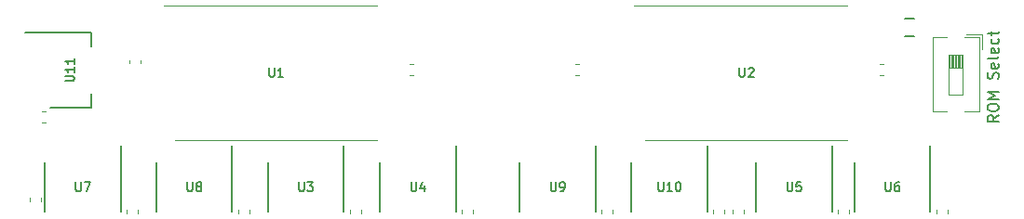
<source format=gto>
G04 #@! TF.GenerationSoftware,KiCad,Pcbnew,(5.1.5-0-10_14)*
G04 #@! TF.CreationDate,2020-06-04T19:12:26-04:00*
G04 #@! TF.ProjectId,ROMSIMM,524f4d53-494d-44d2-9e6b-696361645f70,rev?*
G04 #@! TF.SameCoordinates,Original*
G04 #@! TF.FileFunction,Legend,Top*
G04 #@! TF.FilePolarity,Positive*
%FSLAX46Y46*%
G04 Gerber Fmt 4.6, Leading zero omitted, Abs format (unit mm)*
G04 Created by KiCad (PCBNEW (5.1.5-0-10_14)) date 2020-06-04 19:12:26*
%MOMM*%
%LPD*%
G04 APERTURE LIST*
%ADD10C,0.120000*%
%ADD11C,0.100000*%
%ADD12C,0.150000*%
%ADD13C,0.152400*%
%ADD14C,0.203200*%
%ADD15C,0.175000*%
%ADD16C,2.150000*%
%ADD17C,2.000000*%
G04 APERTURE END LIST*
D10*
X161925000Y-109251667D02*
X160655000Y-109251667D01*
X160725000Y-108045000D02*
X160725000Y-109251667D01*
X160845000Y-108045000D02*
X160845000Y-109251667D01*
X160965000Y-108045000D02*
X160965000Y-109251667D01*
X161085000Y-108045000D02*
X161085000Y-109251667D01*
X161205000Y-108045000D02*
X161205000Y-109251667D01*
X161325000Y-108045000D02*
X161325000Y-109251667D01*
X161445000Y-108045000D02*
X161445000Y-109251667D01*
X161565000Y-108045000D02*
X161565000Y-109251667D01*
X161685000Y-108045000D02*
X161685000Y-109251667D01*
X161805000Y-108045000D02*
X161805000Y-109251667D01*
X161925000Y-111665000D02*
X161925000Y-108045000D01*
X160655000Y-111665000D02*
X161925000Y-111665000D01*
X160655000Y-108045000D02*
X160655000Y-111665000D01*
X161925000Y-108045000D02*
X160655000Y-108045000D01*
X163640000Y-106205000D02*
X162257000Y-106205000D01*
X163640000Y-106205000D02*
X163640000Y-107588000D01*
X160490000Y-113265000D02*
X159180000Y-113265000D01*
X163400000Y-113265000D02*
X162090000Y-113265000D01*
X160490000Y-106445000D02*
X159180000Y-106445000D01*
X163400000Y-106445000D02*
X162090000Y-106445000D01*
X159180000Y-106445000D02*
X159180000Y-113265000D01*
X163400000Y-106445000D02*
X163400000Y-113265000D01*
X86090000Y-108862779D02*
X86090000Y-108537221D01*
X87110000Y-108862779D02*
X87110000Y-108537221D01*
D11*
X108650000Y-103580000D02*
X89250000Y-103580000D01*
D10*
X90250000Y-115820000D02*
X108650000Y-115820000D01*
D11*
X151440000Y-103580000D02*
X132040000Y-103580000D01*
D10*
X133040000Y-115820000D02*
X151440000Y-115820000D01*
D12*
X105625000Y-116400000D02*
X105625000Y-122375000D01*
X98725000Y-117925000D02*
X98725000Y-122375000D01*
X150025000Y-116400000D02*
X150025000Y-122375000D01*
X143125000Y-117925000D02*
X143125000Y-122375000D01*
D10*
X77090000Y-121412779D02*
X77090000Y-121087221D01*
X78110000Y-121412779D02*
X78110000Y-121087221D01*
X142010000Y-122512779D02*
X142010000Y-122187221D01*
X140990000Y-122512779D02*
X140990000Y-122187221D01*
X78187221Y-113240000D02*
X78512779Y-113240000D01*
X78187221Y-114260000D02*
X78512779Y-114260000D01*
X111587221Y-108940000D02*
X111912779Y-108940000D01*
X111587221Y-109960000D02*
X111912779Y-109960000D01*
X154387221Y-108940000D02*
X154712779Y-108940000D01*
X154387221Y-109960000D02*
X154712779Y-109960000D01*
X86860000Y-122512779D02*
X86860000Y-122187221D01*
X85840000Y-122512779D02*
X85840000Y-122187221D01*
X97010000Y-122512779D02*
X97010000Y-122187221D01*
X95990000Y-122512779D02*
X95990000Y-122187221D01*
X117360000Y-122512779D02*
X117360000Y-122187221D01*
X116340000Y-122512779D02*
X116340000Y-122187221D01*
X129040000Y-122512779D02*
X129040000Y-122187221D01*
X130060000Y-122512779D02*
X130060000Y-122187221D01*
X140210000Y-122512779D02*
X140210000Y-122187221D01*
X139190000Y-122512779D02*
X139190000Y-122187221D01*
X150540000Y-122512779D02*
X150540000Y-122187221D01*
X151560000Y-122512779D02*
X151560000Y-122187221D01*
X160510000Y-122512779D02*
X160510000Y-122187221D01*
X159490000Y-122512779D02*
X159490000Y-122187221D01*
D12*
X108925000Y-117925000D02*
X108925000Y-122375000D01*
X115825000Y-116400000D02*
X115825000Y-122375000D01*
X152075000Y-117925000D02*
X152075000Y-122375000D01*
X158975000Y-116400000D02*
X158975000Y-122375000D01*
X85325000Y-116400000D02*
X85325000Y-122375000D01*
X78425000Y-117925000D02*
X78425000Y-122375000D01*
X88575000Y-117925000D02*
X88575000Y-122375000D01*
X95475000Y-116400000D02*
X95475000Y-122375000D01*
X128525000Y-116400000D02*
X128525000Y-122375000D01*
X121625000Y-117925000D02*
X121625000Y-122375000D01*
X131775000Y-117925000D02*
X131775000Y-122375000D01*
X138675000Y-116400000D02*
X138675000Y-122375000D01*
D13*
X76650000Y-106040000D02*
X82660000Y-106040000D01*
X78900000Y-112860000D02*
X82660000Y-112860000D01*
X82660000Y-106040000D02*
X82660000Y-107300000D01*
X82660000Y-112860000D02*
X82660000Y-111600000D01*
D10*
X106203500Y-122512779D02*
X106203500Y-122187221D01*
X107223500Y-122512779D02*
X107223500Y-122187221D01*
D13*
X156692600Y-104737000D02*
X157505400Y-104737000D01*
X156692600Y-106337000D02*
X157505400Y-106337000D01*
D10*
X126687221Y-108890000D02*
X127012779Y-108890000D01*
X126687221Y-109910000D02*
X127012779Y-109910000D01*
D14*
X165171380Y-113585190D02*
X164695190Y-113918523D01*
X165171380Y-114156619D02*
X164171380Y-114156619D01*
X164171380Y-113775666D01*
X164219000Y-113680428D01*
X164266619Y-113632809D01*
X164361857Y-113585190D01*
X164504714Y-113585190D01*
X164599952Y-113632809D01*
X164647571Y-113680428D01*
X164695190Y-113775666D01*
X164695190Y-114156619D01*
X164171380Y-112966142D02*
X164171380Y-112775666D01*
X164219000Y-112680428D01*
X164314238Y-112585190D01*
X164504714Y-112537571D01*
X164838047Y-112537571D01*
X165028523Y-112585190D01*
X165123761Y-112680428D01*
X165171380Y-112775666D01*
X165171380Y-112966142D01*
X165123761Y-113061380D01*
X165028523Y-113156619D01*
X164838047Y-113204238D01*
X164504714Y-113204238D01*
X164314238Y-113156619D01*
X164219000Y-113061380D01*
X164171380Y-112966142D01*
X165171380Y-112109000D02*
X164171380Y-112109000D01*
X164885666Y-111775666D01*
X164171380Y-111442333D01*
X165171380Y-111442333D01*
X165123761Y-110251857D02*
X165171380Y-110109000D01*
X165171380Y-109870904D01*
X165123761Y-109775666D01*
X165076142Y-109728047D01*
X164980904Y-109680428D01*
X164885666Y-109680428D01*
X164790428Y-109728047D01*
X164742809Y-109775666D01*
X164695190Y-109870904D01*
X164647571Y-110061380D01*
X164599952Y-110156619D01*
X164552333Y-110204238D01*
X164457095Y-110251857D01*
X164361857Y-110251857D01*
X164266619Y-110204238D01*
X164219000Y-110156619D01*
X164171380Y-110061380D01*
X164171380Y-109823285D01*
X164219000Y-109680428D01*
X165123761Y-108870904D02*
X165171380Y-108966142D01*
X165171380Y-109156619D01*
X165123761Y-109251857D01*
X165028523Y-109299476D01*
X164647571Y-109299476D01*
X164552333Y-109251857D01*
X164504714Y-109156619D01*
X164504714Y-108966142D01*
X164552333Y-108870904D01*
X164647571Y-108823285D01*
X164742809Y-108823285D01*
X164838047Y-109299476D01*
X165171380Y-108251857D02*
X165123761Y-108347095D01*
X165028523Y-108394714D01*
X164171380Y-108394714D01*
X165123761Y-107489952D02*
X165171380Y-107585190D01*
X165171380Y-107775666D01*
X165123761Y-107870904D01*
X165028523Y-107918523D01*
X164647571Y-107918523D01*
X164552333Y-107870904D01*
X164504714Y-107775666D01*
X164504714Y-107585190D01*
X164552333Y-107489952D01*
X164647571Y-107442333D01*
X164742809Y-107442333D01*
X164838047Y-107918523D01*
X165123761Y-106585190D02*
X165171380Y-106680428D01*
X165171380Y-106870904D01*
X165123761Y-106966142D01*
X165076142Y-107013761D01*
X164980904Y-107061380D01*
X164695190Y-107061380D01*
X164599952Y-107013761D01*
X164552333Y-106966142D01*
X164504714Y-106870904D01*
X164504714Y-106680428D01*
X164552333Y-106585190D01*
X164504714Y-106299476D02*
X164504714Y-105918523D01*
X164171380Y-106156619D02*
X165028523Y-106156619D01*
X165123761Y-106109000D01*
X165171380Y-106013761D01*
X165171380Y-105918523D01*
X98830723Y-109254895D02*
X98830723Y-109912876D01*
X98869428Y-109990285D01*
X98908133Y-110028990D01*
X98985542Y-110067695D01*
X99140361Y-110067695D01*
X99217771Y-110028990D01*
X99256476Y-109990285D01*
X99295180Y-109912876D01*
X99295180Y-109254895D01*
X100107980Y-110067695D02*
X99643523Y-110067695D01*
X99875752Y-110067695D02*
X99875752Y-109254895D01*
X99798342Y-109371009D01*
X99720933Y-109448419D01*
X99643523Y-109487123D01*
X141620723Y-109254895D02*
X141620723Y-109912876D01*
X141659428Y-109990285D01*
X141698133Y-110028990D01*
X141775542Y-110067695D01*
X141930361Y-110067695D01*
X142007771Y-110028990D01*
X142046476Y-109990285D01*
X142085180Y-109912876D01*
X142085180Y-109254895D01*
X142433523Y-109332304D02*
X142472228Y-109293600D01*
X142549638Y-109254895D01*
X142743161Y-109254895D01*
X142820571Y-109293600D01*
X142859276Y-109332304D01*
X142897980Y-109409714D01*
X142897980Y-109487123D01*
X142859276Y-109603238D01*
X142394819Y-110067695D01*
X142897980Y-110067695D01*
X101555723Y-119704895D02*
X101555723Y-120362876D01*
X101594428Y-120440285D01*
X101633133Y-120478990D01*
X101710542Y-120517695D01*
X101865361Y-120517695D01*
X101942771Y-120478990D01*
X101981476Y-120440285D01*
X102020180Y-120362876D01*
X102020180Y-119704895D01*
X102329819Y-119704895D02*
X102832980Y-119704895D01*
X102562047Y-120014533D01*
X102678161Y-120014533D01*
X102755571Y-120053238D01*
X102794276Y-120091942D01*
X102832980Y-120169352D01*
X102832980Y-120362876D01*
X102794276Y-120440285D01*
X102755571Y-120478990D01*
X102678161Y-120517695D01*
X102445933Y-120517695D01*
X102368523Y-120478990D01*
X102329819Y-120440285D01*
X145955723Y-119704895D02*
X145955723Y-120362876D01*
X145994428Y-120440285D01*
X146033133Y-120478990D01*
X146110542Y-120517695D01*
X146265361Y-120517695D01*
X146342771Y-120478990D01*
X146381476Y-120440285D01*
X146420180Y-120362876D01*
X146420180Y-119704895D01*
X147194276Y-119704895D02*
X146807228Y-119704895D01*
X146768523Y-120091942D01*
X146807228Y-120053238D01*
X146884638Y-120014533D01*
X147078161Y-120014533D01*
X147155571Y-120053238D01*
X147194276Y-120091942D01*
X147232980Y-120169352D01*
X147232980Y-120362876D01*
X147194276Y-120440285D01*
X147155571Y-120478990D01*
X147078161Y-120517695D01*
X146884638Y-120517695D01*
X146807228Y-120478990D01*
X146768523Y-120440285D01*
X111755723Y-119704895D02*
X111755723Y-120362876D01*
X111794428Y-120440285D01*
X111833133Y-120478990D01*
X111910542Y-120517695D01*
X112065361Y-120517695D01*
X112142771Y-120478990D01*
X112181476Y-120440285D01*
X112220180Y-120362876D01*
X112220180Y-119704895D01*
X112955571Y-119975828D02*
X112955571Y-120517695D01*
X112762047Y-119666190D02*
X112568523Y-120246761D01*
X113071685Y-120246761D01*
X154905723Y-119704895D02*
X154905723Y-120362876D01*
X154944428Y-120440285D01*
X154983133Y-120478990D01*
X155060542Y-120517695D01*
X155215361Y-120517695D01*
X155292771Y-120478990D01*
X155331476Y-120440285D01*
X155370180Y-120362876D01*
X155370180Y-119704895D01*
X156105571Y-119704895D02*
X155950752Y-119704895D01*
X155873342Y-119743600D01*
X155834638Y-119782304D01*
X155757228Y-119898419D01*
X155718523Y-120053238D01*
X155718523Y-120362876D01*
X155757228Y-120440285D01*
X155795933Y-120478990D01*
X155873342Y-120517695D01*
X156028161Y-120517695D01*
X156105571Y-120478990D01*
X156144276Y-120440285D01*
X156182980Y-120362876D01*
X156182980Y-120169352D01*
X156144276Y-120091942D01*
X156105571Y-120053238D01*
X156028161Y-120014533D01*
X155873342Y-120014533D01*
X155795933Y-120053238D01*
X155757228Y-120091942D01*
X155718523Y-120169352D01*
X81255723Y-119704895D02*
X81255723Y-120362876D01*
X81294428Y-120440285D01*
X81333133Y-120478990D01*
X81410542Y-120517695D01*
X81565361Y-120517695D01*
X81642771Y-120478990D01*
X81681476Y-120440285D01*
X81720180Y-120362876D01*
X81720180Y-119704895D01*
X82029819Y-119704895D02*
X82571685Y-119704895D01*
X82223342Y-120517695D01*
X91405723Y-119704895D02*
X91405723Y-120362876D01*
X91444428Y-120440285D01*
X91483133Y-120478990D01*
X91560542Y-120517695D01*
X91715361Y-120517695D01*
X91792771Y-120478990D01*
X91831476Y-120440285D01*
X91870180Y-120362876D01*
X91870180Y-119704895D01*
X92373342Y-120053238D02*
X92295933Y-120014533D01*
X92257228Y-119975828D01*
X92218523Y-119898419D01*
X92218523Y-119859714D01*
X92257228Y-119782304D01*
X92295933Y-119743600D01*
X92373342Y-119704895D01*
X92528161Y-119704895D01*
X92605571Y-119743600D01*
X92644276Y-119782304D01*
X92682980Y-119859714D01*
X92682980Y-119898419D01*
X92644276Y-119975828D01*
X92605571Y-120014533D01*
X92528161Y-120053238D01*
X92373342Y-120053238D01*
X92295933Y-120091942D01*
X92257228Y-120130647D01*
X92218523Y-120208057D01*
X92218523Y-120362876D01*
X92257228Y-120440285D01*
X92295933Y-120478990D01*
X92373342Y-120517695D01*
X92528161Y-120517695D01*
X92605571Y-120478990D01*
X92644276Y-120440285D01*
X92682980Y-120362876D01*
X92682980Y-120208057D01*
X92644276Y-120130647D01*
X92605571Y-120091942D01*
X92528161Y-120053238D01*
X124455723Y-119704895D02*
X124455723Y-120362876D01*
X124494428Y-120440285D01*
X124533133Y-120478990D01*
X124610542Y-120517695D01*
X124765361Y-120517695D01*
X124842771Y-120478990D01*
X124881476Y-120440285D01*
X124920180Y-120362876D01*
X124920180Y-119704895D01*
X125345933Y-120517695D02*
X125500752Y-120517695D01*
X125578161Y-120478990D01*
X125616866Y-120440285D01*
X125694276Y-120324171D01*
X125732980Y-120169352D01*
X125732980Y-119859714D01*
X125694276Y-119782304D01*
X125655571Y-119743600D01*
X125578161Y-119704895D01*
X125423342Y-119704895D01*
X125345933Y-119743600D01*
X125307228Y-119782304D01*
X125268523Y-119859714D01*
X125268523Y-120053238D01*
X125307228Y-120130647D01*
X125345933Y-120169352D01*
X125423342Y-120208057D01*
X125578161Y-120208057D01*
X125655571Y-120169352D01*
X125694276Y-120130647D01*
X125732980Y-120053238D01*
X134218676Y-119704895D02*
X134218676Y-120362876D01*
X134257380Y-120440285D01*
X134296085Y-120478990D01*
X134373495Y-120517695D01*
X134528314Y-120517695D01*
X134605723Y-120478990D01*
X134644428Y-120440285D01*
X134683133Y-120362876D01*
X134683133Y-119704895D01*
X135495933Y-120517695D02*
X135031476Y-120517695D01*
X135263704Y-120517695D02*
X135263704Y-119704895D01*
X135186295Y-119821009D01*
X135108885Y-119898419D01*
X135031476Y-119937123D01*
X135999095Y-119704895D02*
X136076504Y-119704895D01*
X136153914Y-119743600D01*
X136192619Y-119782304D01*
X136231323Y-119859714D01*
X136270028Y-120014533D01*
X136270028Y-120208057D01*
X136231323Y-120362876D01*
X136192619Y-120440285D01*
X136153914Y-120478990D01*
X136076504Y-120517695D01*
X135999095Y-120517695D01*
X135921685Y-120478990D01*
X135882980Y-120440285D01*
X135844276Y-120362876D01*
X135805571Y-120208057D01*
X135805571Y-120014533D01*
X135844276Y-119859714D01*
X135882980Y-119782304D01*
X135921685Y-119743600D01*
X135999095Y-119704895D01*
X80304895Y-110456323D02*
X80962876Y-110456323D01*
X81040285Y-110417619D01*
X81078990Y-110378914D01*
X81117695Y-110301504D01*
X81117695Y-110146685D01*
X81078990Y-110069276D01*
X81040285Y-110030571D01*
X80962876Y-109991866D01*
X80304895Y-109991866D01*
X81117695Y-109179066D02*
X81117695Y-109643523D01*
X81117695Y-109411295D02*
X80304895Y-109411295D01*
X80421009Y-109488704D01*
X80498419Y-109566114D01*
X80537123Y-109643523D01*
X81117695Y-108404971D02*
X81117695Y-108869428D01*
X81117695Y-108637200D02*
X80304895Y-108637200D01*
X80421009Y-108714609D01*
X80498419Y-108792019D01*
X80537123Y-108869428D01*
%LPC*%
D15*
G36*
X163195000Y-127635000D02*
G01*
X123825000Y-127635000D01*
X123317000Y-125031500D01*
X163703000Y-125031500D01*
X163195000Y-127635000D01*
G37*
X163195000Y-127635000D02*
X123825000Y-127635000D01*
X123317000Y-125031500D01*
X163703000Y-125031500D01*
X163195000Y-127635000D01*
G36*
X117475000Y-127635000D02*
G01*
X78105000Y-127635000D01*
X77597000Y-125031500D01*
X117983000Y-125031500D01*
X117475000Y-127635000D01*
G37*
X117475000Y-127635000D02*
X78105000Y-127635000D01*
X77597000Y-125031500D01*
X117983000Y-125031500D01*
X117475000Y-127635000D01*
D11*
G36*
X161638620Y-112866529D02*
G01*
X161669441Y-112871101D01*
X161699665Y-112878671D01*
X161729002Y-112889168D01*
X161757168Y-112902490D01*
X161783894Y-112918508D01*
X161808920Y-112937069D01*
X161832006Y-112957994D01*
X161852931Y-112981080D01*
X161871492Y-113006106D01*
X161887510Y-113032832D01*
X161900832Y-113060998D01*
X161911329Y-113090335D01*
X161918899Y-113120559D01*
X161923471Y-113151380D01*
X161925000Y-113182500D01*
X161925000Y-115137500D01*
X161923471Y-115168620D01*
X161918899Y-115199441D01*
X161911329Y-115229665D01*
X161900832Y-115259002D01*
X161887510Y-115287168D01*
X161871492Y-115313894D01*
X161852931Y-115338920D01*
X161832006Y-115362006D01*
X161808920Y-115382931D01*
X161783894Y-115401492D01*
X161757168Y-115417510D01*
X161729002Y-115430832D01*
X161699665Y-115441329D01*
X161669441Y-115448899D01*
X161638620Y-115453471D01*
X161607500Y-115455000D01*
X160972500Y-115455000D01*
X160941380Y-115453471D01*
X160910559Y-115448899D01*
X160880335Y-115441329D01*
X160850998Y-115430832D01*
X160822832Y-115417510D01*
X160796106Y-115401492D01*
X160771080Y-115382931D01*
X160747994Y-115362006D01*
X160727069Y-115338920D01*
X160708508Y-115313894D01*
X160692490Y-115287168D01*
X160679168Y-115259002D01*
X160668671Y-115229665D01*
X160661101Y-115199441D01*
X160656529Y-115168620D01*
X160655000Y-115137500D01*
X160655000Y-113182500D01*
X160656529Y-113151380D01*
X160661101Y-113120559D01*
X160668671Y-113090335D01*
X160679168Y-113060998D01*
X160692490Y-113032832D01*
X160708508Y-113006106D01*
X160727069Y-112981080D01*
X160747994Y-112957994D01*
X160771080Y-112937069D01*
X160796106Y-112918508D01*
X160822832Y-112902490D01*
X160850998Y-112889168D01*
X160880335Y-112878671D01*
X160910559Y-112871101D01*
X160941380Y-112866529D01*
X160972500Y-112865000D01*
X161607500Y-112865000D01*
X161638620Y-112866529D01*
G37*
G36*
X161638620Y-104256529D02*
G01*
X161669441Y-104261101D01*
X161699665Y-104268671D01*
X161729002Y-104279168D01*
X161757168Y-104292490D01*
X161783894Y-104308508D01*
X161808920Y-104327069D01*
X161832006Y-104347994D01*
X161852931Y-104371080D01*
X161871492Y-104396106D01*
X161887510Y-104422832D01*
X161900832Y-104450998D01*
X161911329Y-104480335D01*
X161918899Y-104510559D01*
X161923471Y-104541380D01*
X161925000Y-104572500D01*
X161925000Y-106527500D01*
X161923471Y-106558620D01*
X161918899Y-106589441D01*
X161911329Y-106619665D01*
X161900832Y-106649002D01*
X161887510Y-106677168D01*
X161871492Y-106703894D01*
X161852931Y-106728920D01*
X161832006Y-106752006D01*
X161808920Y-106772931D01*
X161783894Y-106791492D01*
X161757168Y-106807510D01*
X161729002Y-106820832D01*
X161699665Y-106831329D01*
X161669441Y-106838899D01*
X161638620Y-106843471D01*
X161607500Y-106845000D01*
X160972500Y-106845000D01*
X160941380Y-106843471D01*
X160910559Y-106838899D01*
X160880335Y-106831329D01*
X160850998Y-106820832D01*
X160822832Y-106807510D01*
X160796106Y-106791492D01*
X160771080Y-106772931D01*
X160747994Y-106752006D01*
X160727069Y-106728920D01*
X160708508Y-106703894D01*
X160692490Y-106677168D01*
X160679168Y-106649002D01*
X160668671Y-106619665D01*
X160661101Y-106589441D01*
X160656529Y-106558620D01*
X160655000Y-106527500D01*
X160655000Y-104572500D01*
X160656529Y-104541380D01*
X160661101Y-104510559D01*
X160668671Y-104480335D01*
X160679168Y-104450998D01*
X160692490Y-104422832D01*
X160708508Y-104396106D01*
X160727069Y-104371080D01*
X160747994Y-104347994D01*
X160771080Y-104327069D01*
X160796106Y-104308508D01*
X160822832Y-104292490D01*
X160850998Y-104279168D01*
X160880335Y-104268671D01*
X160910559Y-104261101D01*
X160941380Y-104256529D01*
X160972500Y-104255000D01*
X161607500Y-104255000D01*
X161638620Y-104256529D01*
G37*
G36*
X86924504Y-108951204D02*
G01*
X86948773Y-108954804D01*
X86972571Y-108960765D01*
X86995671Y-108969030D01*
X87017849Y-108979520D01*
X87038893Y-108992133D01*
X87058598Y-109006747D01*
X87076777Y-109023223D01*
X87093253Y-109041402D01*
X87107867Y-109061107D01*
X87120480Y-109082151D01*
X87130970Y-109104329D01*
X87139235Y-109127429D01*
X87145196Y-109151227D01*
X87148796Y-109175496D01*
X87150000Y-109200000D01*
X87150000Y-109700000D01*
X87148796Y-109724504D01*
X87145196Y-109748773D01*
X87139235Y-109772571D01*
X87130970Y-109795671D01*
X87120480Y-109817849D01*
X87107867Y-109838893D01*
X87093253Y-109858598D01*
X87076777Y-109876777D01*
X87058598Y-109893253D01*
X87038893Y-109907867D01*
X87017849Y-109920480D01*
X86995671Y-109930970D01*
X86972571Y-109939235D01*
X86948773Y-109945196D01*
X86924504Y-109948796D01*
X86900000Y-109950000D01*
X86300000Y-109950000D01*
X86275496Y-109948796D01*
X86251227Y-109945196D01*
X86227429Y-109939235D01*
X86204329Y-109930970D01*
X86182151Y-109920480D01*
X86161107Y-109907867D01*
X86141402Y-109893253D01*
X86123223Y-109876777D01*
X86106747Y-109858598D01*
X86092133Y-109838893D01*
X86079520Y-109817849D01*
X86069030Y-109795671D01*
X86060765Y-109772571D01*
X86054804Y-109748773D01*
X86051204Y-109724504D01*
X86050000Y-109700000D01*
X86050000Y-109200000D01*
X86051204Y-109175496D01*
X86054804Y-109151227D01*
X86060765Y-109127429D01*
X86069030Y-109104329D01*
X86079520Y-109082151D01*
X86092133Y-109061107D01*
X86106747Y-109041402D01*
X86123223Y-109023223D01*
X86141402Y-109006747D01*
X86161107Y-108992133D01*
X86182151Y-108979520D01*
X86204329Y-108969030D01*
X86227429Y-108960765D01*
X86251227Y-108954804D01*
X86275496Y-108951204D01*
X86300000Y-108950000D01*
X86900000Y-108950000D01*
X86924504Y-108951204D01*
G37*
G36*
X86924504Y-107451204D02*
G01*
X86948773Y-107454804D01*
X86972571Y-107460765D01*
X86995671Y-107469030D01*
X87017849Y-107479520D01*
X87038893Y-107492133D01*
X87058598Y-107506747D01*
X87076777Y-107523223D01*
X87093253Y-107541402D01*
X87107867Y-107561107D01*
X87120480Y-107582151D01*
X87130970Y-107604329D01*
X87139235Y-107627429D01*
X87145196Y-107651227D01*
X87148796Y-107675496D01*
X87150000Y-107700000D01*
X87150000Y-108200000D01*
X87148796Y-108224504D01*
X87145196Y-108248773D01*
X87139235Y-108272571D01*
X87130970Y-108295671D01*
X87120480Y-108317849D01*
X87107867Y-108338893D01*
X87093253Y-108358598D01*
X87076777Y-108376777D01*
X87058598Y-108393253D01*
X87038893Y-108407867D01*
X87017849Y-108420480D01*
X86995671Y-108430970D01*
X86972571Y-108439235D01*
X86948773Y-108445196D01*
X86924504Y-108448796D01*
X86900000Y-108450000D01*
X86300000Y-108450000D01*
X86275496Y-108448796D01*
X86251227Y-108445196D01*
X86227429Y-108439235D01*
X86204329Y-108430970D01*
X86182151Y-108420480D01*
X86161107Y-108407867D01*
X86141402Y-108393253D01*
X86123223Y-108376777D01*
X86106747Y-108358598D01*
X86092133Y-108338893D01*
X86079520Y-108317849D01*
X86069030Y-108295671D01*
X86060765Y-108272571D01*
X86054804Y-108248773D01*
X86051204Y-108224504D01*
X86050000Y-108200000D01*
X86050000Y-107700000D01*
X86051204Y-107675496D01*
X86054804Y-107651227D01*
X86060765Y-107627429D01*
X86069030Y-107604329D01*
X86079520Y-107582151D01*
X86092133Y-107561107D01*
X86106747Y-107541402D01*
X86123223Y-107523223D01*
X86141402Y-107506747D01*
X86161107Y-107492133D01*
X86182151Y-107479520D01*
X86204329Y-107469030D01*
X86227429Y-107460765D01*
X86251227Y-107454804D01*
X86275496Y-107451204D01*
X86300000Y-107450000D01*
X86900000Y-107450000D01*
X86924504Y-107451204D01*
G37*
G36*
X163360851Y-124514295D02*
G01*
X163407112Y-124521157D01*
X163452478Y-124532521D01*
X163496512Y-124548276D01*
X163538789Y-124568272D01*
X163578903Y-124592315D01*
X163616466Y-124620174D01*
X163651119Y-124651581D01*
X163682526Y-124686234D01*
X163710385Y-124723797D01*
X163734428Y-124763911D01*
X163754424Y-124806188D01*
X163770179Y-124850222D01*
X163781543Y-124895588D01*
X163788405Y-124941849D01*
X163790700Y-124988560D01*
X163790700Y-127233440D01*
X163788405Y-127280151D01*
X163781543Y-127326412D01*
X163770179Y-127371778D01*
X163754424Y-127415812D01*
X163734428Y-127458089D01*
X163710385Y-127498203D01*
X163682526Y-127535766D01*
X163651119Y-127570419D01*
X163616466Y-127601826D01*
X163578903Y-127629685D01*
X163538789Y-127653728D01*
X163496512Y-127673724D01*
X163452478Y-127689479D01*
X163407112Y-127700843D01*
X163360851Y-127707705D01*
X163314140Y-127710000D01*
X163075860Y-127710000D01*
X163029149Y-127707705D01*
X162982888Y-127700843D01*
X162937522Y-127689479D01*
X162893488Y-127673724D01*
X162851211Y-127653728D01*
X162811097Y-127629685D01*
X162773534Y-127601826D01*
X162738881Y-127570419D01*
X162707474Y-127535766D01*
X162679615Y-127498203D01*
X162655572Y-127458089D01*
X162635576Y-127415812D01*
X162619821Y-127371778D01*
X162608457Y-127326412D01*
X162601595Y-127280151D01*
X162599300Y-127233440D01*
X162599300Y-124988560D01*
X162601595Y-124941849D01*
X162608457Y-124895588D01*
X162619821Y-124850222D01*
X162635576Y-124806188D01*
X162655572Y-124763911D01*
X162679615Y-124723797D01*
X162707474Y-124686234D01*
X162738881Y-124651581D01*
X162773534Y-124620174D01*
X162811097Y-124592315D01*
X162851211Y-124568272D01*
X162893488Y-124548276D01*
X162937522Y-124532521D01*
X162982888Y-124521157D01*
X163029149Y-124514295D01*
X163075860Y-124512000D01*
X163314140Y-124512000D01*
X163360851Y-124514295D01*
G37*
G36*
X162090851Y-124514295D02*
G01*
X162137112Y-124521157D01*
X162182478Y-124532521D01*
X162226512Y-124548276D01*
X162268789Y-124568272D01*
X162308903Y-124592315D01*
X162346466Y-124620174D01*
X162381119Y-124651581D01*
X162412526Y-124686234D01*
X162440385Y-124723797D01*
X162464428Y-124763911D01*
X162484424Y-124806188D01*
X162500179Y-124850222D01*
X162511543Y-124895588D01*
X162518405Y-124941849D01*
X162520700Y-124988560D01*
X162520700Y-127233440D01*
X162518405Y-127280151D01*
X162511543Y-127326412D01*
X162500179Y-127371778D01*
X162484424Y-127415812D01*
X162464428Y-127458089D01*
X162440385Y-127498203D01*
X162412526Y-127535766D01*
X162381119Y-127570419D01*
X162346466Y-127601826D01*
X162308903Y-127629685D01*
X162268789Y-127653728D01*
X162226512Y-127673724D01*
X162182478Y-127689479D01*
X162137112Y-127700843D01*
X162090851Y-127707705D01*
X162044140Y-127710000D01*
X161805860Y-127710000D01*
X161759149Y-127707705D01*
X161712888Y-127700843D01*
X161667522Y-127689479D01*
X161623488Y-127673724D01*
X161581211Y-127653728D01*
X161541097Y-127629685D01*
X161503534Y-127601826D01*
X161468881Y-127570419D01*
X161437474Y-127535766D01*
X161409615Y-127498203D01*
X161385572Y-127458089D01*
X161365576Y-127415812D01*
X161349821Y-127371778D01*
X161338457Y-127326412D01*
X161331595Y-127280151D01*
X161329300Y-127233440D01*
X161329300Y-124988560D01*
X161331595Y-124941849D01*
X161338457Y-124895588D01*
X161349821Y-124850222D01*
X161365576Y-124806188D01*
X161385572Y-124763911D01*
X161409615Y-124723797D01*
X161437474Y-124686234D01*
X161468881Y-124651581D01*
X161503534Y-124620174D01*
X161541097Y-124592315D01*
X161581211Y-124568272D01*
X161623488Y-124548276D01*
X161667522Y-124532521D01*
X161712888Y-124521157D01*
X161759149Y-124514295D01*
X161805860Y-124512000D01*
X162044140Y-124512000D01*
X162090851Y-124514295D01*
G37*
G36*
X160820851Y-124514295D02*
G01*
X160867112Y-124521157D01*
X160912478Y-124532521D01*
X160956512Y-124548276D01*
X160998789Y-124568272D01*
X161038903Y-124592315D01*
X161076466Y-124620174D01*
X161111119Y-124651581D01*
X161142526Y-124686234D01*
X161170385Y-124723797D01*
X161194428Y-124763911D01*
X161214424Y-124806188D01*
X161230179Y-124850222D01*
X161241543Y-124895588D01*
X161248405Y-124941849D01*
X161250700Y-124988560D01*
X161250700Y-127233440D01*
X161248405Y-127280151D01*
X161241543Y-127326412D01*
X161230179Y-127371778D01*
X161214424Y-127415812D01*
X161194428Y-127458089D01*
X161170385Y-127498203D01*
X161142526Y-127535766D01*
X161111119Y-127570419D01*
X161076466Y-127601826D01*
X161038903Y-127629685D01*
X160998789Y-127653728D01*
X160956512Y-127673724D01*
X160912478Y-127689479D01*
X160867112Y-127700843D01*
X160820851Y-127707705D01*
X160774140Y-127710000D01*
X160535860Y-127710000D01*
X160489149Y-127707705D01*
X160442888Y-127700843D01*
X160397522Y-127689479D01*
X160353488Y-127673724D01*
X160311211Y-127653728D01*
X160271097Y-127629685D01*
X160233534Y-127601826D01*
X160198881Y-127570419D01*
X160167474Y-127535766D01*
X160139615Y-127498203D01*
X160115572Y-127458089D01*
X160095576Y-127415812D01*
X160079821Y-127371778D01*
X160068457Y-127326412D01*
X160061595Y-127280151D01*
X160059300Y-127233440D01*
X160059300Y-124988560D01*
X160061595Y-124941849D01*
X160068457Y-124895588D01*
X160079821Y-124850222D01*
X160095576Y-124806188D01*
X160115572Y-124763911D01*
X160139615Y-124723797D01*
X160167474Y-124686234D01*
X160198881Y-124651581D01*
X160233534Y-124620174D01*
X160271097Y-124592315D01*
X160311211Y-124568272D01*
X160353488Y-124548276D01*
X160397522Y-124532521D01*
X160442888Y-124521157D01*
X160489149Y-124514295D01*
X160535860Y-124512000D01*
X160774140Y-124512000D01*
X160820851Y-124514295D01*
G37*
G36*
X159550851Y-124514295D02*
G01*
X159597112Y-124521157D01*
X159642478Y-124532521D01*
X159686512Y-124548276D01*
X159728789Y-124568272D01*
X159768903Y-124592315D01*
X159806466Y-124620174D01*
X159841119Y-124651581D01*
X159872526Y-124686234D01*
X159900385Y-124723797D01*
X159924428Y-124763911D01*
X159944424Y-124806188D01*
X159960179Y-124850222D01*
X159971543Y-124895588D01*
X159978405Y-124941849D01*
X159980700Y-124988560D01*
X159980700Y-127233440D01*
X159978405Y-127280151D01*
X159971543Y-127326412D01*
X159960179Y-127371778D01*
X159944424Y-127415812D01*
X159924428Y-127458089D01*
X159900385Y-127498203D01*
X159872526Y-127535766D01*
X159841119Y-127570419D01*
X159806466Y-127601826D01*
X159768903Y-127629685D01*
X159728789Y-127653728D01*
X159686512Y-127673724D01*
X159642478Y-127689479D01*
X159597112Y-127700843D01*
X159550851Y-127707705D01*
X159504140Y-127710000D01*
X159265860Y-127710000D01*
X159219149Y-127707705D01*
X159172888Y-127700843D01*
X159127522Y-127689479D01*
X159083488Y-127673724D01*
X159041211Y-127653728D01*
X159001097Y-127629685D01*
X158963534Y-127601826D01*
X158928881Y-127570419D01*
X158897474Y-127535766D01*
X158869615Y-127498203D01*
X158845572Y-127458089D01*
X158825576Y-127415812D01*
X158809821Y-127371778D01*
X158798457Y-127326412D01*
X158791595Y-127280151D01*
X158789300Y-127233440D01*
X158789300Y-124988560D01*
X158791595Y-124941849D01*
X158798457Y-124895588D01*
X158809821Y-124850222D01*
X158825576Y-124806188D01*
X158845572Y-124763911D01*
X158869615Y-124723797D01*
X158897474Y-124686234D01*
X158928881Y-124651581D01*
X158963534Y-124620174D01*
X159001097Y-124592315D01*
X159041211Y-124568272D01*
X159083488Y-124548276D01*
X159127522Y-124532521D01*
X159172888Y-124521157D01*
X159219149Y-124514295D01*
X159265860Y-124512000D01*
X159504140Y-124512000D01*
X159550851Y-124514295D01*
G37*
G36*
X158280851Y-124514295D02*
G01*
X158327112Y-124521157D01*
X158372478Y-124532521D01*
X158416512Y-124548276D01*
X158458789Y-124568272D01*
X158498903Y-124592315D01*
X158536466Y-124620174D01*
X158571119Y-124651581D01*
X158602526Y-124686234D01*
X158630385Y-124723797D01*
X158654428Y-124763911D01*
X158674424Y-124806188D01*
X158690179Y-124850222D01*
X158701543Y-124895588D01*
X158708405Y-124941849D01*
X158710700Y-124988560D01*
X158710700Y-127233440D01*
X158708405Y-127280151D01*
X158701543Y-127326412D01*
X158690179Y-127371778D01*
X158674424Y-127415812D01*
X158654428Y-127458089D01*
X158630385Y-127498203D01*
X158602526Y-127535766D01*
X158571119Y-127570419D01*
X158536466Y-127601826D01*
X158498903Y-127629685D01*
X158458789Y-127653728D01*
X158416512Y-127673724D01*
X158372478Y-127689479D01*
X158327112Y-127700843D01*
X158280851Y-127707705D01*
X158234140Y-127710000D01*
X157995860Y-127710000D01*
X157949149Y-127707705D01*
X157902888Y-127700843D01*
X157857522Y-127689479D01*
X157813488Y-127673724D01*
X157771211Y-127653728D01*
X157731097Y-127629685D01*
X157693534Y-127601826D01*
X157658881Y-127570419D01*
X157627474Y-127535766D01*
X157599615Y-127498203D01*
X157575572Y-127458089D01*
X157555576Y-127415812D01*
X157539821Y-127371778D01*
X157528457Y-127326412D01*
X157521595Y-127280151D01*
X157519300Y-127233440D01*
X157519300Y-124988560D01*
X157521595Y-124941849D01*
X157528457Y-124895588D01*
X157539821Y-124850222D01*
X157555576Y-124806188D01*
X157575572Y-124763911D01*
X157599615Y-124723797D01*
X157627474Y-124686234D01*
X157658881Y-124651581D01*
X157693534Y-124620174D01*
X157731097Y-124592315D01*
X157771211Y-124568272D01*
X157813488Y-124548276D01*
X157857522Y-124532521D01*
X157902888Y-124521157D01*
X157949149Y-124514295D01*
X157995860Y-124512000D01*
X158234140Y-124512000D01*
X158280851Y-124514295D01*
G37*
G36*
X157010851Y-124514295D02*
G01*
X157057112Y-124521157D01*
X157102478Y-124532521D01*
X157146512Y-124548276D01*
X157188789Y-124568272D01*
X157228903Y-124592315D01*
X157266466Y-124620174D01*
X157301119Y-124651581D01*
X157332526Y-124686234D01*
X157360385Y-124723797D01*
X157384428Y-124763911D01*
X157404424Y-124806188D01*
X157420179Y-124850222D01*
X157431543Y-124895588D01*
X157438405Y-124941849D01*
X157440700Y-124988560D01*
X157440700Y-127233440D01*
X157438405Y-127280151D01*
X157431543Y-127326412D01*
X157420179Y-127371778D01*
X157404424Y-127415812D01*
X157384428Y-127458089D01*
X157360385Y-127498203D01*
X157332526Y-127535766D01*
X157301119Y-127570419D01*
X157266466Y-127601826D01*
X157228903Y-127629685D01*
X157188789Y-127653728D01*
X157146512Y-127673724D01*
X157102478Y-127689479D01*
X157057112Y-127700843D01*
X157010851Y-127707705D01*
X156964140Y-127710000D01*
X156725860Y-127710000D01*
X156679149Y-127707705D01*
X156632888Y-127700843D01*
X156587522Y-127689479D01*
X156543488Y-127673724D01*
X156501211Y-127653728D01*
X156461097Y-127629685D01*
X156423534Y-127601826D01*
X156388881Y-127570419D01*
X156357474Y-127535766D01*
X156329615Y-127498203D01*
X156305572Y-127458089D01*
X156285576Y-127415812D01*
X156269821Y-127371778D01*
X156258457Y-127326412D01*
X156251595Y-127280151D01*
X156249300Y-127233440D01*
X156249300Y-124988560D01*
X156251595Y-124941849D01*
X156258457Y-124895588D01*
X156269821Y-124850222D01*
X156285576Y-124806188D01*
X156305572Y-124763911D01*
X156329615Y-124723797D01*
X156357474Y-124686234D01*
X156388881Y-124651581D01*
X156423534Y-124620174D01*
X156461097Y-124592315D01*
X156501211Y-124568272D01*
X156543488Y-124548276D01*
X156587522Y-124532521D01*
X156632888Y-124521157D01*
X156679149Y-124514295D01*
X156725860Y-124512000D01*
X156964140Y-124512000D01*
X157010851Y-124514295D01*
G37*
G36*
X155740851Y-124514295D02*
G01*
X155787112Y-124521157D01*
X155832478Y-124532521D01*
X155876512Y-124548276D01*
X155918789Y-124568272D01*
X155958903Y-124592315D01*
X155996466Y-124620174D01*
X156031119Y-124651581D01*
X156062526Y-124686234D01*
X156090385Y-124723797D01*
X156114428Y-124763911D01*
X156134424Y-124806188D01*
X156150179Y-124850222D01*
X156161543Y-124895588D01*
X156168405Y-124941849D01*
X156170700Y-124988560D01*
X156170700Y-127233440D01*
X156168405Y-127280151D01*
X156161543Y-127326412D01*
X156150179Y-127371778D01*
X156134424Y-127415812D01*
X156114428Y-127458089D01*
X156090385Y-127498203D01*
X156062526Y-127535766D01*
X156031119Y-127570419D01*
X155996466Y-127601826D01*
X155958903Y-127629685D01*
X155918789Y-127653728D01*
X155876512Y-127673724D01*
X155832478Y-127689479D01*
X155787112Y-127700843D01*
X155740851Y-127707705D01*
X155694140Y-127710000D01*
X155455860Y-127710000D01*
X155409149Y-127707705D01*
X155362888Y-127700843D01*
X155317522Y-127689479D01*
X155273488Y-127673724D01*
X155231211Y-127653728D01*
X155191097Y-127629685D01*
X155153534Y-127601826D01*
X155118881Y-127570419D01*
X155087474Y-127535766D01*
X155059615Y-127498203D01*
X155035572Y-127458089D01*
X155015576Y-127415812D01*
X154999821Y-127371778D01*
X154988457Y-127326412D01*
X154981595Y-127280151D01*
X154979300Y-127233440D01*
X154979300Y-124988560D01*
X154981595Y-124941849D01*
X154988457Y-124895588D01*
X154999821Y-124850222D01*
X155015576Y-124806188D01*
X155035572Y-124763911D01*
X155059615Y-124723797D01*
X155087474Y-124686234D01*
X155118881Y-124651581D01*
X155153534Y-124620174D01*
X155191097Y-124592315D01*
X155231211Y-124568272D01*
X155273488Y-124548276D01*
X155317522Y-124532521D01*
X155362888Y-124521157D01*
X155409149Y-124514295D01*
X155455860Y-124512000D01*
X155694140Y-124512000D01*
X155740851Y-124514295D01*
G37*
G36*
X154470851Y-124514295D02*
G01*
X154517112Y-124521157D01*
X154562478Y-124532521D01*
X154606512Y-124548276D01*
X154648789Y-124568272D01*
X154688903Y-124592315D01*
X154726466Y-124620174D01*
X154761119Y-124651581D01*
X154792526Y-124686234D01*
X154820385Y-124723797D01*
X154844428Y-124763911D01*
X154864424Y-124806188D01*
X154880179Y-124850222D01*
X154891543Y-124895588D01*
X154898405Y-124941849D01*
X154900700Y-124988560D01*
X154900700Y-127233440D01*
X154898405Y-127280151D01*
X154891543Y-127326412D01*
X154880179Y-127371778D01*
X154864424Y-127415812D01*
X154844428Y-127458089D01*
X154820385Y-127498203D01*
X154792526Y-127535766D01*
X154761119Y-127570419D01*
X154726466Y-127601826D01*
X154688903Y-127629685D01*
X154648789Y-127653728D01*
X154606512Y-127673724D01*
X154562478Y-127689479D01*
X154517112Y-127700843D01*
X154470851Y-127707705D01*
X154424140Y-127710000D01*
X154185860Y-127710000D01*
X154139149Y-127707705D01*
X154092888Y-127700843D01*
X154047522Y-127689479D01*
X154003488Y-127673724D01*
X153961211Y-127653728D01*
X153921097Y-127629685D01*
X153883534Y-127601826D01*
X153848881Y-127570419D01*
X153817474Y-127535766D01*
X153789615Y-127498203D01*
X153765572Y-127458089D01*
X153745576Y-127415812D01*
X153729821Y-127371778D01*
X153718457Y-127326412D01*
X153711595Y-127280151D01*
X153709300Y-127233440D01*
X153709300Y-124988560D01*
X153711595Y-124941849D01*
X153718457Y-124895588D01*
X153729821Y-124850222D01*
X153745576Y-124806188D01*
X153765572Y-124763911D01*
X153789615Y-124723797D01*
X153817474Y-124686234D01*
X153848881Y-124651581D01*
X153883534Y-124620174D01*
X153921097Y-124592315D01*
X153961211Y-124568272D01*
X154003488Y-124548276D01*
X154047522Y-124532521D01*
X154092888Y-124521157D01*
X154139149Y-124514295D01*
X154185860Y-124512000D01*
X154424140Y-124512000D01*
X154470851Y-124514295D01*
G37*
G36*
X153200851Y-124514295D02*
G01*
X153247112Y-124521157D01*
X153292478Y-124532521D01*
X153336512Y-124548276D01*
X153378789Y-124568272D01*
X153418903Y-124592315D01*
X153456466Y-124620174D01*
X153491119Y-124651581D01*
X153522526Y-124686234D01*
X153550385Y-124723797D01*
X153574428Y-124763911D01*
X153594424Y-124806188D01*
X153610179Y-124850222D01*
X153621543Y-124895588D01*
X153628405Y-124941849D01*
X153630700Y-124988560D01*
X153630700Y-127233440D01*
X153628405Y-127280151D01*
X153621543Y-127326412D01*
X153610179Y-127371778D01*
X153594424Y-127415812D01*
X153574428Y-127458089D01*
X153550385Y-127498203D01*
X153522526Y-127535766D01*
X153491119Y-127570419D01*
X153456466Y-127601826D01*
X153418903Y-127629685D01*
X153378789Y-127653728D01*
X153336512Y-127673724D01*
X153292478Y-127689479D01*
X153247112Y-127700843D01*
X153200851Y-127707705D01*
X153154140Y-127710000D01*
X152915860Y-127710000D01*
X152869149Y-127707705D01*
X152822888Y-127700843D01*
X152777522Y-127689479D01*
X152733488Y-127673724D01*
X152691211Y-127653728D01*
X152651097Y-127629685D01*
X152613534Y-127601826D01*
X152578881Y-127570419D01*
X152547474Y-127535766D01*
X152519615Y-127498203D01*
X152495572Y-127458089D01*
X152475576Y-127415812D01*
X152459821Y-127371778D01*
X152448457Y-127326412D01*
X152441595Y-127280151D01*
X152439300Y-127233440D01*
X152439300Y-124988560D01*
X152441595Y-124941849D01*
X152448457Y-124895588D01*
X152459821Y-124850222D01*
X152475576Y-124806188D01*
X152495572Y-124763911D01*
X152519615Y-124723797D01*
X152547474Y-124686234D01*
X152578881Y-124651581D01*
X152613534Y-124620174D01*
X152651097Y-124592315D01*
X152691211Y-124568272D01*
X152733488Y-124548276D01*
X152777522Y-124532521D01*
X152822888Y-124521157D01*
X152869149Y-124514295D01*
X152915860Y-124512000D01*
X153154140Y-124512000D01*
X153200851Y-124514295D01*
G37*
G36*
X151930851Y-124514295D02*
G01*
X151977112Y-124521157D01*
X152022478Y-124532521D01*
X152066512Y-124548276D01*
X152108789Y-124568272D01*
X152148903Y-124592315D01*
X152186466Y-124620174D01*
X152221119Y-124651581D01*
X152252526Y-124686234D01*
X152280385Y-124723797D01*
X152304428Y-124763911D01*
X152324424Y-124806188D01*
X152340179Y-124850222D01*
X152351543Y-124895588D01*
X152358405Y-124941849D01*
X152360700Y-124988560D01*
X152360700Y-127233440D01*
X152358405Y-127280151D01*
X152351543Y-127326412D01*
X152340179Y-127371778D01*
X152324424Y-127415812D01*
X152304428Y-127458089D01*
X152280385Y-127498203D01*
X152252526Y-127535766D01*
X152221119Y-127570419D01*
X152186466Y-127601826D01*
X152148903Y-127629685D01*
X152108789Y-127653728D01*
X152066512Y-127673724D01*
X152022478Y-127689479D01*
X151977112Y-127700843D01*
X151930851Y-127707705D01*
X151884140Y-127710000D01*
X151645860Y-127710000D01*
X151599149Y-127707705D01*
X151552888Y-127700843D01*
X151507522Y-127689479D01*
X151463488Y-127673724D01*
X151421211Y-127653728D01*
X151381097Y-127629685D01*
X151343534Y-127601826D01*
X151308881Y-127570419D01*
X151277474Y-127535766D01*
X151249615Y-127498203D01*
X151225572Y-127458089D01*
X151205576Y-127415812D01*
X151189821Y-127371778D01*
X151178457Y-127326412D01*
X151171595Y-127280151D01*
X151169300Y-127233440D01*
X151169300Y-124988560D01*
X151171595Y-124941849D01*
X151178457Y-124895588D01*
X151189821Y-124850222D01*
X151205576Y-124806188D01*
X151225572Y-124763911D01*
X151249615Y-124723797D01*
X151277474Y-124686234D01*
X151308881Y-124651581D01*
X151343534Y-124620174D01*
X151381097Y-124592315D01*
X151421211Y-124568272D01*
X151463488Y-124548276D01*
X151507522Y-124532521D01*
X151552888Y-124521157D01*
X151599149Y-124514295D01*
X151645860Y-124512000D01*
X151884140Y-124512000D01*
X151930851Y-124514295D01*
G37*
G36*
X150660851Y-124514295D02*
G01*
X150707112Y-124521157D01*
X150752478Y-124532521D01*
X150796512Y-124548276D01*
X150838789Y-124568272D01*
X150878903Y-124592315D01*
X150916466Y-124620174D01*
X150951119Y-124651581D01*
X150982526Y-124686234D01*
X151010385Y-124723797D01*
X151034428Y-124763911D01*
X151054424Y-124806188D01*
X151070179Y-124850222D01*
X151081543Y-124895588D01*
X151088405Y-124941849D01*
X151090700Y-124988560D01*
X151090700Y-127233440D01*
X151088405Y-127280151D01*
X151081543Y-127326412D01*
X151070179Y-127371778D01*
X151054424Y-127415812D01*
X151034428Y-127458089D01*
X151010385Y-127498203D01*
X150982526Y-127535766D01*
X150951119Y-127570419D01*
X150916466Y-127601826D01*
X150878903Y-127629685D01*
X150838789Y-127653728D01*
X150796512Y-127673724D01*
X150752478Y-127689479D01*
X150707112Y-127700843D01*
X150660851Y-127707705D01*
X150614140Y-127710000D01*
X150375860Y-127710000D01*
X150329149Y-127707705D01*
X150282888Y-127700843D01*
X150237522Y-127689479D01*
X150193488Y-127673724D01*
X150151211Y-127653728D01*
X150111097Y-127629685D01*
X150073534Y-127601826D01*
X150038881Y-127570419D01*
X150007474Y-127535766D01*
X149979615Y-127498203D01*
X149955572Y-127458089D01*
X149935576Y-127415812D01*
X149919821Y-127371778D01*
X149908457Y-127326412D01*
X149901595Y-127280151D01*
X149899300Y-127233440D01*
X149899300Y-124988560D01*
X149901595Y-124941849D01*
X149908457Y-124895588D01*
X149919821Y-124850222D01*
X149935576Y-124806188D01*
X149955572Y-124763911D01*
X149979615Y-124723797D01*
X150007474Y-124686234D01*
X150038881Y-124651581D01*
X150073534Y-124620174D01*
X150111097Y-124592315D01*
X150151211Y-124568272D01*
X150193488Y-124548276D01*
X150237522Y-124532521D01*
X150282888Y-124521157D01*
X150329149Y-124514295D01*
X150375860Y-124512000D01*
X150614140Y-124512000D01*
X150660851Y-124514295D01*
G37*
G36*
X149390851Y-124514295D02*
G01*
X149437112Y-124521157D01*
X149482478Y-124532521D01*
X149526512Y-124548276D01*
X149568789Y-124568272D01*
X149608903Y-124592315D01*
X149646466Y-124620174D01*
X149681119Y-124651581D01*
X149712526Y-124686234D01*
X149740385Y-124723797D01*
X149764428Y-124763911D01*
X149784424Y-124806188D01*
X149800179Y-124850222D01*
X149811543Y-124895588D01*
X149818405Y-124941849D01*
X149820700Y-124988560D01*
X149820700Y-127233440D01*
X149818405Y-127280151D01*
X149811543Y-127326412D01*
X149800179Y-127371778D01*
X149784424Y-127415812D01*
X149764428Y-127458089D01*
X149740385Y-127498203D01*
X149712526Y-127535766D01*
X149681119Y-127570419D01*
X149646466Y-127601826D01*
X149608903Y-127629685D01*
X149568789Y-127653728D01*
X149526512Y-127673724D01*
X149482478Y-127689479D01*
X149437112Y-127700843D01*
X149390851Y-127707705D01*
X149344140Y-127710000D01*
X149105860Y-127710000D01*
X149059149Y-127707705D01*
X149012888Y-127700843D01*
X148967522Y-127689479D01*
X148923488Y-127673724D01*
X148881211Y-127653728D01*
X148841097Y-127629685D01*
X148803534Y-127601826D01*
X148768881Y-127570419D01*
X148737474Y-127535766D01*
X148709615Y-127498203D01*
X148685572Y-127458089D01*
X148665576Y-127415812D01*
X148649821Y-127371778D01*
X148638457Y-127326412D01*
X148631595Y-127280151D01*
X148629300Y-127233440D01*
X148629300Y-124988560D01*
X148631595Y-124941849D01*
X148638457Y-124895588D01*
X148649821Y-124850222D01*
X148665576Y-124806188D01*
X148685572Y-124763911D01*
X148709615Y-124723797D01*
X148737474Y-124686234D01*
X148768881Y-124651581D01*
X148803534Y-124620174D01*
X148841097Y-124592315D01*
X148881211Y-124568272D01*
X148923488Y-124548276D01*
X148967522Y-124532521D01*
X149012888Y-124521157D01*
X149059149Y-124514295D01*
X149105860Y-124512000D01*
X149344140Y-124512000D01*
X149390851Y-124514295D01*
G37*
G36*
X148120851Y-124514295D02*
G01*
X148167112Y-124521157D01*
X148212478Y-124532521D01*
X148256512Y-124548276D01*
X148298789Y-124568272D01*
X148338903Y-124592315D01*
X148376466Y-124620174D01*
X148411119Y-124651581D01*
X148442526Y-124686234D01*
X148470385Y-124723797D01*
X148494428Y-124763911D01*
X148514424Y-124806188D01*
X148530179Y-124850222D01*
X148541543Y-124895588D01*
X148548405Y-124941849D01*
X148550700Y-124988560D01*
X148550700Y-127233440D01*
X148548405Y-127280151D01*
X148541543Y-127326412D01*
X148530179Y-127371778D01*
X148514424Y-127415812D01*
X148494428Y-127458089D01*
X148470385Y-127498203D01*
X148442526Y-127535766D01*
X148411119Y-127570419D01*
X148376466Y-127601826D01*
X148338903Y-127629685D01*
X148298789Y-127653728D01*
X148256512Y-127673724D01*
X148212478Y-127689479D01*
X148167112Y-127700843D01*
X148120851Y-127707705D01*
X148074140Y-127710000D01*
X147835860Y-127710000D01*
X147789149Y-127707705D01*
X147742888Y-127700843D01*
X147697522Y-127689479D01*
X147653488Y-127673724D01*
X147611211Y-127653728D01*
X147571097Y-127629685D01*
X147533534Y-127601826D01*
X147498881Y-127570419D01*
X147467474Y-127535766D01*
X147439615Y-127498203D01*
X147415572Y-127458089D01*
X147395576Y-127415812D01*
X147379821Y-127371778D01*
X147368457Y-127326412D01*
X147361595Y-127280151D01*
X147359300Y-127233440D01*
X147359300Y-124988560D01*
X147361595Y-124941849D01*
X147368457Y-124895588D01*
X147379821Y-124850222D01*
X147395576Y-124806188D01*
X147415572Y-124763911D01*
X147439615Y-124723797D01*
X147467474Y-124686234D01*
X147498881Y-124651581D01*
X147533534Y-124620174D01*
X147571097Y-124592315D01*
X147611211Y-124568272D01*
X147653488Y-124548276D01*
X147697522Y-124532521D01*
X147742888Y-124521157D01*
X147789149Y-124514295D01*
X147835860Y-124512000D01*
X148074140Y-124512000D01*
X148120851Y-124514295D01*
G37*
G36*
X146850851Y-124514295D02*
G01*
X146897112Y-124521157D01*
X146942478Y-124532521D01*
X146986512Y-124548276D01*
X147028789Y-124568272D01*
X147068903Y-124592315D01*
X147106466Y-124620174D01*
X147141119Y-124651581D01*
X147172526Y-124686234D01*
X147200385Y-124723797D01*
X147224428Y-124763911D01*
X147244424Y-124806188D01*
X147260179Y-124850222D01*
X147271543Y-124895588D01*
X147278405Y-124941849D01*
X147280700Y-124988560D01*
X147280700Y-127233440D01*
X147278405Y-127280151D01*
X147271543Y-127326412D01*
X147260179Y-127371778D01*
X147244424Y-127415812D01*
X147224428Y-127458089D01*
X147200385Y-127498203D01*
X147172526Y-127535766D01*
X147141119Y-127570419D01*
X147106466Y-127601826D01*
X147068903Y-127629685D01*
X147028789Y-127653728D01*
X146986512Y-127673724D01*
X146942478Y-127689479D01*
X146897112Y-127700843D01*
X146850851Y-127707705D01*
X146804140Y-127710000D01*
X146565860Y-127710000D01*
X146519149Y-127707705D01*
X146472888Y-127700843D01*
X146427522Y-127689479D01*
X146383488Y-127673724D01*
X146341211Y-127653728D01*
X146301097Y-127629685D01*
X146263534Y-127601826D01*
X146228881Y-127570419D01*
X146197474Y-127535766D01*
X146169615Y-127498203D01*
X146145572Y-127458089D01*
X146125576Y-127415812D01*
X146109821Y-127371778D01*
X146098457Y-127326412D01*
X146091595Y-127280151D01*
X146089300Y-127233440D01*
X146089300Y-124988560D01*
X146091595Y-124941849D01*
X146098457Y-124895588D01*
X146109821Y-124850222D01*
X146125576Y-124806188D01*
X146145572Y-124763911D01*
X146169615Y-124723797D01*
X146197474Y-124686234D01*
X146228881Y-124651581D01*
X146263534Y-124620174D01*
X146301097Y-124592315D01*
X146341211Y-124568272D01*
X146383488Y-124548276D01*
X146427522Y-124532521D01*
X146472888Y-124521157D01*
X146519149Y-124514295D01*
X146565860Y-124512000D01*
X146804140Y-124512000D01*
X146850851Y-124514295D01*
G37*
G36*
X145580851Y-124514295D02*
G01*
X145627112Y-124521157D01*
X145672478Y-124532521D01*
X145716512Y-124548276D01*
X145758789Y-124568272D01*
X145798903Y-124592315D01*
X145836466Y-124620174D01*
X145871119Y-124651581D01*
X145902526Y-124686234D01*
X145930385Y-124723797D01*
X145954428Y-124763911D01*
X145974424Y-124806188D01*
X145990179Y-124850222D01*
X146001543Y-124895588D01*
X146008405Y-124941849D01*
X146010700Y-124988560D01*
X146010700Y-127233440D01*
X146008405Y-127280151D01*
X146001543Y-127326412D01*
X145990179Y-127371778D01*
X145974424Y-127415812D01*
X145954428Y-127458089D01*
X145930385Y-127498203D01*
X145902526Y-127535766D01*
X145871119Y-127570419D01*
X145836466Y-127601826D01*
X145798903Y-127629685D01*
X145758789Y-127653728D01*
X145716512Y-127673724D01*
X145672478Y-127689479D01*
X145627112Y-127700843D01*
X145580851Y-127707705D01*
X145534140Y-127710000D01*
X145295860Y-127710000D01*
X145249149Y-127707705D01*
X145202888Y-127700843D01*
X145157522Y-127689479D01*
X145113488Y-127673724D01*
X145071211Y-127653728D01*
X145031097Y-127629685D01*
X144993534Y-127601826D01*
X144958881Y-127570419D01*
X144927474Y-127535766D01*
X144899615Y-127498203D01*
X144875572Y-127458089D01*
X144855576Y-127415812D01*
X144839821Y-127371778D01*
X144828457Y-127326412D01*
X144821595Y-127280151D01*
X144819300Y-127233440D01*
X144819300Y-124988560D01*
X144821595Y-124941849D01*
X144828457Y-124895588D01*
X144839821Y-124850222D01*
X144855576Y-124806188D01*
X144875572Y-124763911D01*
X144899615Y-124723797D01*
X144927474Y-124686234D01*
X144958881Y-124651581D01*
X144993534Y-124620174D01*
X145031097Y-124592315D01*
X145071211Y-124568272D01*
X145113488Y-124548276D01*
X145157522Y-124532521D01*
X145202888Y-124521157D01*
X145249149Y-124514295D01*
X145295860Y-124512000D01*
X145534140Y-124512000D01*
X145580851Y-124514295D01*
G37*
G36*
X144310851Y-124514295D02*
G01*
X144357112Y-124521157D01*
X144402478Y-124532521D01*
X144446512Y-124548276D01*
X144488789Y-124568272D01*
X144528903Y-124592315D01*
X144566466Y-124620174D01*
X144601119Y-124651581D01*
X144632526Y-124686234D01*
X144660385Y-124723797D01*
X144684428Y-124763911D01*
X144704424Y-124806188D01*
X144720179Y-124850222D01*
X144731543Y-124895588D01*
X144738405Y-124941849D01*
X144740700Y-124988560D01*
X144740700Y-127233440D01*
X144738405Y-127280151D01*
X144731543Y-127326412D01*
X144720179Y-127371778D01*
X144704424Y-127415812D01*
X144684428Y-127458089D01*
X144660385Y-127498203D01*
X144632526Y-127535766D01*
X144601119Y-127570419D01*
X144566466Y-127601826D01*
X144528903Y-127629685D01*
X144488789Y-127653728D01*
X144446512Y-127673724D01*
X144402478Y-127689479D01*
X144357112Y-127700843D01*
X144310851Y-127707705D01*
X144264140Y-127710000D01*
X144025860Y-127710000D01*
X143979149Y-127707705D01*
X143932888Y-127700843D01*
X143887522Y-127689479D01*
X143843488Y-127673724D01*
X143801211Y-127653728D01*
X143761097Y-127629685D01*
X143723534Y-127601826D01*
X143688881Y-127570419D01*
X143657474Y-127535766D01*
X143629615Y-127498203D01*
X143605572Y-127458089D01*
X143585576Y-127415812D01*
X143569821Y-127371778D01*
X143558457Y-127326412D01*
X143551595Y-127280151D01*
X143549300Y-127233440D01*
X143549300Y-124988560D01*
X143551595Y-124941849D01*
X143558457Y-124895588D01*
X143569821Y-124850222D01*
X143585576Y-124806188D01*
X143605572Y-124763911D01*
X143629615Y-124723797D01*
X143657474Y-124686234D01*
X143688881Y-124651581D01*
X143723534Y-124620174D01*
X143761097Y-124592315D01*
X143801211Y-124568272D01*
X143843488Y-124548276D01*
X143887522Y-124532521D01*
X143932888Y-124521157D01*
X143979149Y-124514295D01*
X144025860Y-124512000D01*
X144264140Y-124512000D01*
X144310851Y-124514295D01*
G37*
G36*
X143040851Y-124514295D02*
G01*
X143087112Y-124521157D01*
X143132478Y-124532521D01*
X143176512Y-124548276D01*
X143218789Y-124568272D01*
X143258903Y-124592315D01*
X143296466Y-124620174D01*
X143331119Y-124651581D01*
X143362526Y-124686234D01*
X143390385Y-124723797D01*
X143414428Y-124763911D01*
X143434424Y-124806188D01*
X143450179Y-124850222D01*
X143461543Y-124895588D01*
X143468405Y-124941849D01*
X143470700Y-124988560D01*
X143470700Y-127233440D01*
X143468405Y-127280151D01*
X143461543Y-127326412D01*
X143450179Y-127371778D01*
X143434424Y-127415812D01*
X143414428Y-127458089D01*
X143390385Y-127498203D01*
X143362526Y-127535766D01*
X143331119Y-127570419D01*
X143296466Y-127601826D01*
X143258903Y-127629685D01*
X143218789Y-127653728D01*
X143176512Y-127673724D01*
X143132478Y-127689479D01*
X143087112Y-127700843D01*
X143040851Y-127707705D01*
X142994140Y-127710000D01*
X142755860Y-127710000D01*
X142709149Y-127707705D01*
X142662888Y-127700843D01*
X142617522Y-127689479D01*
X142573488Y-127673724D01*
X142531211Y-127653728D01*
X142491097Y-127629685D01*
X142453534Y-127601826D01*
X142418881Y-127570419D01*
X142387474Y-127535766D01*
X142359615Y-127498203D01*
X142335572Y-127458089D01*
X142315576Y-127415812D01*
X142299821Y-127371778D01*
X142288457Y-127326412D01*
X142281595Y-127280151D01*
X142279300Y-127233440D01*
X142279300Y-124988560D01*
X142281595Y-124941849D01*
X142288457Y-124895588D01*
X142299821Y-124850222D01*
X142315576Y-124806188D01*
X142335572Y-124763911D01*
X142359615Y-124723797D01*
X142387474Y-124686234D01*
X142418881Y-124651581D01*
X142453534Y-124620174D01*
X142491097Y-124592315D01*
X142531211Y-124568272D01*
X142573488Y-124548276D01*
X142617522Y-124532521D01*
X142662888Y-124521157D01*
X142709149Y-124514295D01*
X142755860Y-124512000D01*
X142994140Y-124512000D01*
X143040851Y-124514295D01*
G37*
G36*
X141770851Y-124514295D02*
G01*
X141817112Y-124521157D01*
X141862478Y-124532521D01*
X141906512Y-124548276D01*
X141948789Y-124568272D01*
X141988903Y-124592315D01*
X142026466Y-124620174D01*
X142061119Y-124651581D01*
X142092526Y-124686234D01*
X142120385Y-124723797D01*
X142144428Y-124763911D01*
X142164424Y-124806188D01*
X142180179Y-124850222D01*
X142191543Y-124895588D01*
X142198405Y-124941849D01*
X142200700Y-124988560D01*
X142200700Y-127233440D01*
X142198405Y-127280151D01*
X142191543Y-127326412D01*
X142180179Y-127371778D01*
X142164424Y-127415812D01*
X142144428Y-127458089D01*
X142120385Y-127498203D01*
X142092526Y-127535766D01*
X142061119Y-127570419D01*
X142026466Y-127601826D01*
X141988903Y-127629685D01*
X141948789Y-127653728D01*
X141906512Y-127673724D01*
X141862478Y-127689479D01*
X141817112Y-127700843D01*
X141770851Y-127707705D01*
X141724140Y-127710000D01*
X141485860Y-127710000D01*
X141439149Y-127707705D01*
X141392888Y-127700843D01*
X141347522Y-127689479D01*
X141303488Y-127673724D01*
X141261211Y-127653728D01*
X141221097Y-127629685D01*
X141183534Y-127601826D01*
X141148881Y-127570419D01*
X141117474Y-127535766D01*
X141089615Y-127498203D01*
X141065572Y-127458089D01*
X141045576Y-127415812D01*
X141029821Y-127371778D01*
X141018457Y-127326412D01*
X141011595Y-127280151D01*
X141009300Y-127233440D01*
X141009300Y-124988560D01*
X141011595Y-124941849D01*
X141018457Y-124895588D01*
X141029821Y-124850222D01*
X141045576Y-124806188D01*
X141065572Y-124763911D01*
X141089615Y-124723797D01*
X141117474Y-124686234D01*
X141148881Y-124651581D01*
X141183534Y-124620174D01*
X141221097Y-124592315D01*
X141261211Y-124568272D01*
X141303488Y-124548276D01*
X141347522Y-124532521D01*
X141392888Y-124521157D01*
X141439149Y-124514295D01*
X141485860Y-124512000D01*
X141724140Y-124512000D01*
X141770851Y-124514295D01*
G37*
G36*
X140500851Y-124514295D02*
G01*
X140547112Y-124521157D01*
X140592478Y-124532521D01*
X140636512Y-124548276D01*
X140678789Y-124568272D01*
X140718903Y-124592315D01*
X140756466Y-124620174D01*
X140791119Y-124651581D01*
X140822526Y-124686234D01*
X140850385Y-124723797D01*
X140874428Y-124763911D01*
X140894424Y-124806188D01*
X140910179Y-124850222D01*
X140921543Y-124895588D01*
X140928405Y-124941849D01*
X140930700Y-124988560D01*
X140930700Y-127233440D01*
X140928405Y-127280151D01*
X140921543Y-127326412D01*
X140910179Y-127371778D01*
X140894424Y-127415812D01*
X140874428Y-127458089D01*
X140850385Y-127498203D01*
X140822526Y-127535766D01*
X140791119Y-127570419D01*
X140756466Y-127601826D01*
X140718903Y-127629685D01*
X140678789Y-127653728D01*
X140636512Y-127673724D01*
X140592478Y-127689479D01*
X140547112Y-127700843D01*
X140500851Y-127707705D01*
X140454140Y-127710000D01*
X140215860Y-127710000D01*
X140169149Y-127707705D01*
X140122888Y-127700843D01*
X140077522Y-127689479D01*
X140033488Y-127673724D01*
X139991211Y-127653728D01*
X139951097Y-127629685D01*
X139913534Y-127601826D01*
X139878881Y-127570419D01*
X139847474Y-127535766D01*
X139819615Y-127498203D01*
X139795572Y-127458089D01*
X139775576Y-127415812D01*
X139759821Y-127371778D01*
X139748457Y-127326412D01*
X139741595Y-127280151D01*
X139739300Y-127233440D01*
X139739300Y-124988560D01*
X139741595Y-124941849D01*
X139748457Y-124895588D01*
X139759821Y-124850222D01*
X139775576Y-124806188D01*
X139795572Y-124763911D01*
X139819615Y-124723797D01*
X139847474Y-124686234D01*
X139878881Y-124651581D01*
X139913534Y-124620174D01*
X139951097Y-124592315D01*
X139991211Y-124568272D01*
X140033488Y-124548276D01*
X140077522Y-124532521D01*
X140122888Y-124521157D01*
X140169149Y-124514295D01*
X140215860Y-124512000D01*
X140454140Y-124512000D01*
X140500851Y-124514295D01*
G37*
G36*
X139230851Y-124514295D02*
G01*
X139277112Y-124521157D01*
X139322478Y-124532521D01*
X139366512Y-124548276D01*
X139408789Y-124568272D01*
X139448903Y-124592315D01*
X139486466Y-124620174D01*
X139521119Y-124651581D01*
X139552526Y-124686234D01*
X139580385Y-124723797D01*
X139604428Y-124763911D01*
X139624424Y-124806188D01*
X139640179Y-124850222D01*
X139651543Y-124895588D01*
X139658405Y-124941849D01*
X139660700Y-124988560D01*
X139660700Y-127233440D01*
X139658405Y-127280151D01*
X139651543Y-127326412D01*
X139640179Y-127371778D01*
X139624424Y-127415812D01*
X139604428Y-127458089D01*
X139580385Y-127498203D01*
X139552526Y-127535766D01*
X139521119Y-127570419D01*
X139486466Y-127601826D01*
X139448903Y-127629685D01*
X139408789Y-127653728D01*
X139366512Y-127673724D01*
X139322478Y-127689479D01*
X139277112Y-127700843D01*
X139230851Y-127707705D01*
X139184140Y-127710000D01*
X138945860Y-127710000D01*
X138899149Y-127707705D01*
X138852888Y-127700843D01*
X138807522Y-127689479D01*
X138763488Y-127673724D01*
X138721211Y-127653728D01*
X138681097Y-127629685D01*
X138643534Y-127601826D01*
X138608881Y-127570419D01*
X138577474Y-127535766D01*
X138549615Y-127498203D01*
X138525572Y-127458089D01*
X138505576Y-127415812D01*
X138489821Y-127371778D01*
X138478457Y-127326412D01*
X138471595Y-127280151D01*
X138469300Y-127233440D01*
X138469300Y-124988560D01*
X138471595Y-124941849D01*
X138478457Y-124895588D01*
X138489821Y-124850222D01*
X138505576Y-124806188D01*
X138525572Y-124763911D01*
X138549615Y-124723797D01*
X138577474Y-124686234D01*
X138608881Y-124651581D01*
X138643534Y-124620174D01*
X138681097Y-124592315D01*
X138721211Y-124568272D01*
X138763488Y-124548276D01*
X138807522Y-124532521D01*
X138852888Y-124521157D01*
X138899149Y-124514295D01*
X138945860Y-124512000D01*
X139184140Y-124512000D01*
X139230851Y-124514295D01*
G37*
G36*
X137960851Y-124514295D02*
G01*
X138007112Y-124521157D01*
X138052478Y-124532521D01*
X138096512Y-124548276D01*
X138138789Y-124568272D01*
X138178903Y-124592315D01*
X138216466Y-124620174D01*
X138251119Y-124651581D01*
X138282526Y-124686234D01*
X138310385Y-124723797D01*
X138334428Y-124763911D01*
X138354424Y-124806188D01*
X138370179Y-124850222D01*
X138381543Y-124895588D01*
X138388405Y-124941849D01*
X138390700Y-124988560D01*
X138390700Y-127233440D01*
X138388405Y-127280151D01*
X138381543Y-127326412D01*
X138370179Y-127371778D01*
X138354424Y-127415812D01*
X138334428Y-127458089D01*
X138310385Y-127498203D01*
X138282526Y-127535766D01*
X138251119Y-127570419D01*
X138216466Y-127601826D01*
X138178903Y-127629685D01*
X138138789Y-127653728D01*
X138096512Y-127673724D01*
X138052478Y-127689479D01*
X138007112Y-127700843D01*
X137960851Y-127707705D01*
X137914140Y-127710000D01*
X137675860Y-127710000D01*
X137629149Y-127707705D01*
X137582888Y-127700843D01*
X137537522Y-127689479D01*
X137493488Y-127673724D01*
X137451211Y-127653728D01*
X137411097Y-127629685D01*
X137373534Y-127601826D01*
X137338881Y-127570419D01*
X137307474Y-127535766D01*
X137279615Y-127498203D01*
X137255572Y-127458089D01*
X137235576Y-127415812D01*
X137219821Y-127371778D01*
X137208457Y-127326412D01*
X137201595Y-127280151D01*
X137199300Y-127233440D01*
X137199300Y-124988560D01*
X137201595Y-124941849D01*
X137208457Y-124895588D01*
X137219821Y-124850222D01*
X137235576Y-124806188D01*
X137255572Y-124763911D01*
X137279615Y-124723797D01*
X137307474Y-124686234D01*
X137338881Y-124651581D01*
X137373534Y-124620174D01*
X137411097Y-124592315D01*
X137451211Y-124568272D01*
X137493488Y-124548276D01*
X137537522Y-124532521D01*
X137582888Y-124521157D01*
X137629149Y-124514295D01*
X137675860Y-124512000D01*
X137914140Y-124512000D01*
X137960851Y-124514295D01*
G37*
G36*
X136690851Y-124514295D02*
G01*
X136737112Y-124521157D01*
X136782478Y-124532521D01*
X136826512Y-124548276D01*
X136868789Y-124568272D01*
X136908903Y-124592315D01*
X136946466Y-124620174D01*
X136981119Y-124651581D01*
X137012526Y-124686234D01*
X137040385Y-124723797D01*
X137064428Y-124763911D01*
X137084424Y-124806188D01*
X137100179Y-124850222D01*
X137111543Y-124895588D01*
X137118405Y-124941849D01*
X137120700Y-124988560D01*
X137120700Y-127233440D01*
X137118405Y-127280151D01*
X137111543Y-127326412D01*
X137100179Y-127371778D01*
X137084424Y-127415812D01*
X137064428Y-127458089D01*
X137040385Y-127498203D01*
X137012526Y-127535766D01*
X136981119Y-127570419D01*
X136946466Y-127601826D01*
X136908903Y-127629685D01*
X136868789Y-127653728D01*
X136826512Y-127673724D01*
X136782478Y-127689479D01*
X136737112Y-127700843D01*
X136690851Y-127707705D01*
X136644140Y-127710000D01*
X136405860Y-127710000D01*
X136359149Y-127707705D01*
X136312888Y-127700843D01*
X136267522Y-127689479D01*
X136223488Y-127673724D01*
X136181211Y-127653728D01*
X136141097Y-127629685D01*
X136103534Y-127601826D01*
X136068881Y-127570419D01*
X136037474Y-127535766D01*
X136009615Y-127498203D01*
X135985572Y-127458089D01*
X135965576Y-127415812D01*
X135949821Y-127371778D01*
X135938457Y-127326412D01*
X135931595Y-127280151D01*
X135929300Y-127233440D01*
X135929300Y-124988560D01*
X135931595Y-124941849D01*
X135938457Y-124895588D01*
X135949821Y-124850222D01*
X135965576Y-124806188D01*
X135985572Y-124763911D01*
X136009615Y-124723797D01*
X136037474Y-124686234D01*
X136068881Y-124651581D01*
X136103534Y-124620174D01*
X136141097Y-124592315D01*
X136181211Y-124568272D01*
X136223488Y-124548276D01*
X136267522Y-124532521D01*
X136312888Y-124521157D01*
X136359149Y-124514295D01*
X136405860Y-124512000D01*
X136644140Y-124512000D01*
X136690851Y-124514295D01*
G37*
G36*
X135420851Y-124514295D02*
G01*
X135467112Y-124521157D01*
X135512478Y-124532521D01*
X135556512Y-124548276D01*
X135598789Y-124568272D01*
X135638903Y-124592315D01*
X135676466Y-124620174D01*
X135711119Y-124651581D01*
X135742526Y-124686234D01*
X135770385Y-124723797D01*
X135794428Y-124763911D01*
X135814424Y-124806188D01*
X135830179Y-124850222D01*
X135841543Y-124895588D01*
X135848405Y-124941849D01*
X135850700Y-124988560D01*
X135850700Y-127233440D01*
X135848405Y-127280151D01*
X135841543Y-127326412D01*
X135830179Y-127371778D01*
X135814424Y-127415812D01*
X135794428Y-127458089D01*
X135770385Y-127498203D01*
X135742526Y-127535766D01*
X135711119Y-127570419D01*
X135676466Y-127601826D01*
X135638903Y-127629685D01*
X135598789Y-127653728D01*
X135556512Y-127673724D01*
X135512478Y-127689479D01*
X135467112Y-127700843D01*
X135420851Y-127707705D01*
X135374140Y-127710000D01*
X135135860Y-127710000D01*
X135089149Y-127707705D01*
X135042888Y-127700843D01*
X134997522Y-127689479D01*
X134953488Y-127673724D01*
X134911211Y-127653728D01*
X134871097Y-127629685D01*
X134833534Y-127601826D01*
X134798881Y-127570419D01*
X134767474Y-127535766D01*
X134739615Y-127498203D01*
X134715572Y-127458089D01*
X134695576Y-127415812D01*
X134679821Y-127371778D01*
X134668457Y-127326412D01*
X134661595Y-127280151D01*
X134659300Y-127233440D01*
X134659300Y-124988560D01*
X134661595Y-124941849D01*
X134668457Y-124895588D01*
X134679821Y-124850222D01*
X134695576Y-124806188D01*
X134715572Y-124763911D01*
X134739615Y-124723797D01*
X134767474Y-124686234D01*
X134798881Y-124651581D01*
X134833534Y-124620174D01*
X134871097Y-124592315D01*
X134911211Y-124568272D01*
X134953488Y-124548276D01*
X134997522Y-124532521D01*
X135042888Y-124521157D01*
X135089149Y-124514295D01*
X135135860Y-124512000D01*
X135374140Y-124512000D01*
X135420851Y-124514295D01*
G37*
G36*
X134150851Y-124514295D02*
G01*
X134197112Y-124521157D01*
X134242478Y-124532521D01*
X134286512Y-124548276D01*
X134328789Y-124568272D01*
X134368903Y-124592315D01*
X134406466Y-124620174D01*
X134441119Y-124651581D01*
X134472526Y-124686234D01*
X134500385Y-124723797D01*
X134524428Y-124763911D01*
X134544424Y-124806188D01*
X134560179Y-124850222D01*
X134571543Y-124895588D01*
X134578405Y-124941849D01*
X134580700Y-124988560D01*
X134580700Y-127233440D01*
X134578405Y-127280151D01*
X134571543Y-127326412D01*
X134560179Y-127371778D01*
X134544424Y-127415812D01*
X134524428Y-127458089D01*
X134500385Y-127498203D01*
X134472526Y-127535766D01*
X134441119Y-127570419D01*
X134406466Y-127601826D01*
X134368903Y-127629685D01*
X134328789Y-127653728D01*
X134286512Y-127673724D01*
X134242478Y-127689479D01*
X134197112Y-127700843D01*
X134150851Y-127707705D01*
X134104140Y-127710000D01*
X133865860Y-127710000D01*
X133819149Y-127707705D01*
X133772888Y-127700843D01*
X133727522Y-127689479D01*
X133683488Y-127673724D01*
X133641211Y-127653728D01*
X133601097Y-127629685D01*
X133563534Y-127601826D01*
X133528881Y-127570419D01*
X133497474Y-127535766D01*
X133469615Y-127498203D01*
X133445572Y-127458089D01*
X133425576Y-127415812D01*
X133409821Y-127371778D01*
X133398457Y-127326412D01*
X133391595Y-127280151D01*
X133389300Y-127233440D01*
X133389300Y-124988560D01*
X133391595Y-124941849D01*
X133398457Y-124895588D01*
X133409821Y-124850222D01*
X133425576Y-124806188D01*
X133445572Y-124763911D01*
X133469615Y-124723797D01*
X133497474Y-124686234D01*
X133528881Y-124651581D01*
X133563534Y-124620174D01*
X133601097Y-124592315D01*
X133641211Y-124568272D01*
X133683488Y-124548276D01*
X133727522Y-124532521D01*
X133772888Y-124521157D01*
X133819149Y-124514295D01*
X133865860Y-124512000D01*
X134104140Y-124512000D01*
X134150851Y-124514295D01*
G37*
G36*
X132880851Y-124514295D02*
G01*
X132927112Y-124521157D01*
X132972478Y-124532521D01*
X133016512Y-124548276D01*
X133058789Y-124568272D01*
X133098903Y-124592315D01*
X133136466Y-124620174D01*
X133171119Y-124651581D01*
X133202526Y-124686234D01*
X133230385Y-124723797D01*
X133254428Y-124763911D01*
X133274424Y-124806188D01*
X133290179Y-124850222D01*
X133301543Y-124895588D01*
X133308405Y-124941849D01*
X133310700Y-124988560D01*
X133310700Y-127233440D01*
X133308405Y-127280151D01*
X133301543Y-127326412D01*
X133290179Y-127371778D01*
X133274424Y-127415812D01*
X133254428Y-127458089D01*
X133230385Y-127498203D01*
X133202526Y-127535766D01*
X133171119Y-127570419D01*
X133136466Y-127601826D01*
X133098903Y-127629685D01*
X133058789Y-127653728D01*
X133016512Y-127673724D01*
X132972478Y-127689479D01*
X132927112Y-127700843D01*
X132880851Y-127707705D01*
X132834140Y-127710000D01*
X132595860Y-127710000D01*
X132549149Y-127707705D01*
X132502888Y-127700843D01*
X132457522Y-127689479D01*
X132413488Y-127673724D01*
X132371211Y-127653728D01*
X132331097Y-127629685D01*
X132293534Y-127601826D01*
X132258881Y-127570419D01*
X132227474Y-127535766D01*
X132199615Y-127498203D01*
X132175572Y-127458089D01*
X132155576Y-127415812D01*
X132139821Y-127371778D01*
X132128457Y-127326412D01*
X132121595Y-127280151D01*
X132119300Y-127233440D01*
X132119300Y-124988560D01*
X132121595Y-124941849D01*
X132128457Y-124895588D01*
X132139821Y-124850222D01*
X132155576Y-124806188D01*
X132175572Y-124763911D01*
X132199615Y-124723797D01*
X132227474Y-124686234D01*
X132258881Y-124651581D01*
X132293534Y-124620174D01*
X132331097Y-124592315D01*
X132371211Y-124568272D01*
X132413488Y-124548276D01*
X132457522Y-124532521D01*
X132502888Y-124521157D01*
X132549149Y-124514295D01*
X132595860Y-124512000D01*
X132834140Y-124512000D01*
X132880851Y-124514295D01*
G37*
G36*
X131610851Y-124514295D02*
G01*
X131657112Y-124521157D01*
X131702478Y-124532521D01*
X131746512Y-124548276D01*
X131788789Y-124568272D01*
X131828903Y-124592315D01*
X131866466Y-124620174D01*
X131901119Y-124651581D01*
X131932526Y-124686234D01*
X131960385Y-124723797D01*
X131984428Y-124763911D01*
X132004424Y-124806188D01*
X132020179Y-124850222D01*
X132031543Y-124895588D01*
X132038405Y-124941849D01*
X132040700Y-124988560D01*
X132040700Y-127233440D01*
X132038405Y-127280151D01*
X132031543Y-127326412D01*
X132020179Y-127371778D01*
X132004424Y-127415812D01*
X131984428Y-127458089D01*
X131960385Y-127498203D01*
X131932526Y-127535766D01*
X131901119Y-127570419D01*
X131866466Y-127601826D01*
X131828903Y-127629685D01*
X131788789Y-127653728D01*
X131746512Y-127673724D01*
X131702478Y-127689479D01*
X131657112Y-127700843D01*
X131610851Y-127707705D01*
X131564140Y-127710000D01*
X131325860Y-127710000D01*
X131279149Y-127707705D01*
X131232888Y-127700843D01*
X131187522Y-127689479D01*
X131143488Y-127673724D01*
X131101211Y-127653728D01*
X131061097Y-127629685D01*
X131023534Y-127601826D01*
X130988881Y-127570419D01*
X130957474Y-127535766D01*
X130929615Y-127498203D01*
X130905572Y-127458089D01*
X130885576Y-127415812D01*
X130869821Y-127371778D01*
X130858457Y-127326412D01*
X130851595Y-127280151D01*
X130849300Y-127233440D01*
X130849300Y-124988560D01*
X130851595Y-124941849D01*
X130858457Y-124895588D01*
X130869821Y-124850222D01*
X130885576Y-124806188D01*
X130905572Y-124763911D01*
X130929615Y-124723797D01*
X130957474Y-124686234D01*
X130988881Y-124651581D01*
X131023534Y-124620174D01*
X131061097Y-124592315D01*
X131101211Y-124568272D01*
X131143488Y-124548276D01*
X131187522Y-124532521D01*
X131232888Y-124521157D01*
X131279149Y-124514295D01*
X131325860Y-124512000D01*
X131564140Y-124512000D01*
X131610851Y-124514295D01*
G37*
G36*
X130340851Y-124514295D02*
G01*
X130387112Y-124521157D01*
X130432478Y-124532521D01*
X130476512Y-124548276D01*
X130518789Y-124568272D01*
X130558903Y-124592315D01*
X130596466Y-124620174D01*
X130631119Y-124651581D01*
X130662526Y-124686234D01*
X130690385Y-124723797D01*
X130714428Y-124763911D01*
X130734424Y-124806188D01*
X130750179Y-124850222D01*
X130761543Y-124895588D01*
X130768405Y-124941849D01*
X130770700Y-124988560D01*
X130770700Y-127233440D01*
X130768405Y-127280151D01*
X130761543Y-127326412D01*
X130750179Y-127371778D01*
X130734424Y-127415812D01*
X130714428Y-127458089D01*
X130690385Y-127498203D01*
X130662526Y-127535766D01*
X130631119Y-127570419D01*
X130596466Y-127601826D01*
X130558903Y-127629685D01*
X130518789Y-127653728D01*
X130476512Y-127673724D01*
X130432478Y-127689479D01*
X130387112Y-127700843D01*
X130340851Y-127707705D01*
X130294140Y-127710000D01*
X130055860Y-127710000D01*
X130009149Y-127707705D01*
X129962888Y-127700843D01*
X129917522Y-127689479D01*
X129873488Y-127673724D01*
X129831211Y-127653728D01*
X129791097Y-127629685D01*
X129753534Y-127601826D01*
X129718881Y-127570419D01*
X129687474Y-127535766D01*
X129659615Y-127498203D01*
X129635572Y-127458089D01*
X129615576Y-127415812D01*
X129599821Y-127371778D01*
X129588457Y-127326412D01*
X129581595Y-127280151D01*
X129579300Y-127233440D01*
X129579300Y-124988560D01*
X129581595Y-124941849D01*
X129588457Y-124895588D01*
X129599821Y-124850222D01*
X129615576Y-124806188D01*
X129635572Y-124763911D01*
X129659615Y-124723797D01*
X129687474Y-124686234D01*
X129718881Y-124651581D01*
X129753534Y-124620174D01*
X129791097Y-124592315D01*
X129831211Y-124568272D01*
X129873488Y-124548276D01*
X129917522Y-124532521D01*
X129962888Y-124521157D01*
X130009149Y-124514295D01*
X130055860Y-124512000D01*
X130294140Y-124512000D01*
X130340851Y-124514295D01*
G37*
G36*
X129070851Y-124514295D02*
G01*
X129117112Y-124521157D01*
X129162478Y-124532521D01*
X129206512Y-124548276D01*
X129248789Y-124568272D01*
X129288903Y-124592315D01*
X129326466Y-124620174D01*
X129361119Y-124651581D01*
X129392526Y-124686234D01*
X129420385Y-124723797D01*
X129444428Y-124763911D01*
X129464424Y-124806188D01*
X129480179Y-124850222D01*
X129491543Y-124895588D01*
X129498405Y-124941849D01*
X129500700Y-124988560D01*
X129500700Y-127233440D01*
X129498405Y-127280151D01*
X129491543Y-127326412D01*
X129480179Y-127371778D01*
X129464424Y-127415812D01*
X129444428Y-127458089D01*
X129420385Y-127498203D01*
X129392526Y-127535766D01*
X129361119Y-127570419D01*
X129326466Y-127601826D01*
X129288903Y-127629685D01*
X129248789Y-127653728D01*
X129206512Y-127673724D01*
X129162478Y-127689479D01*
X129117112Y-127700843D01*
X129070851Y-127707705D01*
X129024140Y-127710000D01*
X128785860Y-127710000D01*
X128739149Y-127707705D01*
X128692888Y-127700843D01*
X128647522Y-127689479D01*
X128603488Y-127673724D01*
X128561211Y-127653728D01*
X128521097Y-127629685D01*
X128483534Y-127601826D01*
X128448881Y-127570419D01*
X128417474Y-127535766D01*
X128389615Y-127498203D01*
X128365572Y-127458089D01*
X128345576Y-127415812D01*
X128329821Y-127371778D01*
X128318457Y-127326412D01*
X128311595Y-127280151D01*
X128309300Y-127233440D01*
X128309300Y-124988560D01*
X128311595Y-124941849D01*
X128318457Y-124895588D01*
X128329821Y-124850222D01*
X128345576Y-124806188D01*
X128365572Y-124763911D01*
X128389615Y-124723797D01*
X128417474Y-124686234D01*
X128448881Y-124651581D01*
X128483534Y-124620174D01*
X128521097Y-124592315D01*
X128561211Y-124568272D01*
X128603488Y-124548276D01*
X128647522Y-124532521D01*
X128692888Y-124521157D01*
X128739149Y-124514295D01*
X128785860Y-124512000D01*
X129024140Y-124512000D01*
X129070851Y-124514295D01*
G37*
G36*
X127800851Y-124514295D02*
G01*
X127847112Y-124521157D01*
X127892478Y-124532521D01*
X127936512Y-124548276D01*
X127978789Y-124568272D01*
X128018903Y-124592315D01*
X128056466Y-124620174D01*
X128091119Y-124651581D01*
X128122526Y-124686234D01*
X128150385Y-124723797D01*
X128174428Y-124763911D01*
X128194424Y-124806188D01*
X128210179Y-124850222D01*
X128221543Y-124895588D01*
X128228405Y-124941849D01*
X128230700Y-124988560D01*
X128230700Y-127233440D01*
X128228405Y-127280151D01*
X128221543Y-127326412D01*
X128210179Y-127371778D01*
X128194424Y-127415812D01*
X128174428Y-127458089D01*
X128150385Y-127498203D01*
X128122526Y-127535766D01*
X128091119Y-127570419D01*
X128056466Y-127601826D01*
X128018903Y-127629685D01*
X127978789Y-127653728D01*
X127936512Y-127673724D01*
X127892478Y-127689479D01*
X127847112Y-127700843D01*
X127800851Y-127707705D01*
X127754140Y-127710000D01*
X127515860Y-127710000D01*
X127469149Y-127707705D01*
X127422888Y-127700843D01*
X127377522Y-127689479D01*
X127333488Y-127673724D01*
X127291211Y-127653728D01*
X127251097Y-127629685D01*
X127213534Y-127601826D01*
X127178881Y-127570419D01*
X127147474Y-127535766D01*
X127119615Y-127498203D01*
X127095572Y-127458089D01*
X127075576Y-127415812D01*
X127059821Y-127371778D01*
X127048457Y-127326412D01*
X127041595Y-127280151D01*
X127039300Y-127233440D01*
X127039300Y-124988560D01*
X127041595Y-124941849D01*
X127048457Y-124895588D01*
X127059821Y-124850222D01*
X127075576Y-124806188D01*
X127095572Y-124763911D01*
X127119615Y-124723797D01*
X127147474Y-124686234D01*
X127178881Y-124651581D01*
X127213534Y-124620174D01*
X127251097Y-124592315D01*
X127291211Y-124568272D01*
X127333488Y-124548276D01*
X127377522Y-124532521D01*
X127422888Y-124521157D01*
X127469149Y-124514295D01*
X127515860Y-124512000D01*
X127754140Y-124512000D01*
X127800851Y-124514295D01*
G37*
G36*
X126530851Y-124514295D02*
G01*
X126577112Y-124521157D01*
X126622478Y-124532521D01*
X126666512Y-124548276D01*
X126708789Y-124568272D01*
X126748903Y-124592315D01*
X126786466Y-124620174D01*
X126821119Y-124651581D01*
X126852526Y-124686234D01*
X126880385Y-124723797D01*
X126904428Y-124763911D01*
X126924424Y-124806188D01*
X126940179Y-124850222D01*
X126951543Y-124895588D01*
X126958405Y-124941849D01*
X126960700Y-124988560D01*
X126960700Y-127233440D01*
X126958405Y-127280151D01*
X126951543Y-127326412D01*
X126940179Y-127371778D01*
X126924424Y-127415812D01*
X126904428Y-127458089D01*
X126880385Y-127498203D01*
X126852526Y-127535766D01*
X126821119Y-127570419D01*
X126786466Y-127601826D01*
X126748903Y-127629685D01*
X126708789Y-127653728D01*
X126666512Y-127673724D01*
X126622478Y-127689479D01*
X126577112Y-127700843D01*
X126530851Y-127707705D01*
X126484140Y-127710000D01*
X126245860Y-127710000D01*
X126199149Y-127707705D01*
X126152888Y-127700843D01*
X126107522Y-127689479D01*
X126063488Y-127673724D01*
X126021211Y-127653728D01*
X125981097Y-127629685D01*
X125943534Y-127601826D01*
X125908881Y-127570419D01*
X125877474Y-127535766D01*
X125849615Y-127498203D01*
X125825572Y-127458089D01*
X125805576Y-127415812D01*
X125789821Y-127371778D01*
X125778457Y-127326412D01*
X125771595Y-127280151D01*
X125769300Y-127233440D01*
X125769300Y-124988560D01*
X125771595Y-124941849D01*
X125778457Y-124895588D01*
X125789821Y-124850222D01*
X125805576Y-124806188D01*
X125825572Y-124763911D01*
X125849615Y-124723797D01*
X125877474Y-124686234D01*
X125908881Y-124651581D01*
X125943534Y-124620174D01*
X125981097Y-124592315D01*
X126021211Y-124568272D01*
X126063488Y-124548276D01*
X126107522Y-124532521D01*
X126152888Y-124521157D01*
X126199149Y-124514295D01*
X126245860Y-124512000D01*
X126484140Y-124512000D01*
X126530851Y-124514295D01*
G37*
G36*
X125260851Y-124514295D02*
G01*
X125307112Y-124521157D01*
X125352478Y-124532521D01*
X125396512Y-124548276D01*
X125438789Y-124568272D01*
X125478903Y-124592315D01*
X125516466Y-124620174D01*
X125551119Y-124651581D01*
X125582526Y-124686234D01*
X125610385Y-124723797D01*
X125634428Y-124763911D01*
X125654424Y-124806188D01*
X125670179Y-124850222D01*
X125681543Y-124895588D01*
X125688405Y-124941849D01*
X125690700Y-124988560D01*
X125690700Y-127233440D01*
X125688405Y-127280151D01*
X125681543Y-127326412D01*
X125670179Y-127371778D01*
X125654424Y-127415812D01*
X125634428Y-127458089D01*
X125610385Y-127498203D01*
X125582526Y-127535766D01*
X125551119Y-127570419D01*
X125516466Y-127601826D01*
X125478903Y-127629685D01*
X125438789Y-127653728D01*
X125396512Y-127673724D01*
X125352478Y-127689479D01*
X125307112Y-127700843D01*
X125260851Y-127707705D01*
X125214140Y-127710000D01*
X124975860Y-127710000D01*
X124929149Y-127707705D01*
X124882888Y-127700843D01*
X124837522Y-127689479D01*
X124793488Y-127673724D01*
X124751211Y-127653728D01*
X124711097Y-127629685D01*
X124673534Y-127601826D01*
X124638881Y-127570419D01*
X124607474Y-127535766D01*
X124579615Y-127498203D01*
X124555572Y-127458089D01*
X124535576Y-127415812D01*
X124519821Y-127371778D01*
X124508457Y-127326412D01*
X124501595Y-127280151D01*
X124499300Y-127233440D01*
X124499300Y-124988560D01*
X124501595Y-124941849D01*
X124508457Y-124895588D01*
X124519821Y-124850222D01*
X124535576Y-124806188D01*
X124555572Y-124763911D01*
X124579615Y-124723797D01*
X124607474Y-124686234D01*
X124638881Y-124651581D01*
X124673534Y-124620174D01*
X124711097Y-124592315D01*
X124751211Y-124568272D01*
X124793488Y-124548276D01*
X124837522Y-124532521D01*
X124882888Y-124521157D01*
X124929149Y-124514295D01*
X124975860Y-124512000D01*
X125214140Y-124512000D01*
X125260851Y-124514295D01*
G37*
G36*
X123990851Y-124514295D02*
G01*
X124037112Y-124521157D01*
X124082478Y-124532521D01*
X124126512Y-124548276D01*
X124168789Y-124568272D01*
X124208903Y-124592315D01*
X124246466Y-124620174D01*
X124281119Y-124651581D01*
X124312526Y-124686234D01*
X124340385Y-124723797D01*
X124364428Y-124763911D01*
X124384424Y-124806188D01*
X124400179Y-124850222D01*
X124411543Y-124895588D01*
X124418405Y-124941849D01*
X124420700Y-124988560D01*
X124420700Y-127233440D01*
X124418405Y-127280151D01*
X124411543Y-127326412D01*
X124400179Y-127371778D01*
X124384424Y-127415812D01*
X124364428Y-127458089D01*
X124340385Y-127498203D01*
X124312526Y-127535766D01*
X124281119Y-127570419D01*
X124246466Y-127601826D01*
X124208903Y-127629685D01*
X124168789Y-127653728D01*
X124126512Y-127673724D01*
X124082478Y-127689479D01*
X124037112Y-127700843D01*
X123990851Y-127707705D01*
X123944140Y-127710000D01*
X123705860Y-127710000D01*
X123659149Y-127707705D01*
X123612888Y-127700843D01*
X123567522Y-127689479D01*
X123523488Y-127673724D01*
X123481211Y-127653728D01*
X123441097Y-127629685D01*
X123403534Y-127601826D01*
X123368881Y-127570419D01*
X123337474Y-127535766D01*
X123309615Y-127498203D01*
X123285572Y-127458089D01*
X123265576Y-127415812D01*
X123249821Y-127371778D01*
X123238457Y-127326412D01*
X123231595Y-127280151D01*
X123229300Y-127233440D01*
X123229300Y-124988560D01*
X123231595Y-124941849D01*
X123238457Y-124895588D01*
X123249821Y-124850222D01*
X123265576Y-124806188D01*
X123285572Y-124763911D01*
X123309615Y-124723797D01*
X123337474Y-124686234D01*
X123368881Y-124651581D01*
X123403534Y-124620174D01*
X123441097Y-124592315D01*
X123481211Y-124568272D01*
X123523488Y-124548276D01*
X123567522Y-124532521D01*
X123612888Y-124521157D01*
X123659149Y-124514295D01*
X123705860Y-124512000D01*
X123944140Y-124512000D01*
X123990851Y-124514295D01*
G37*
G36*
X117640851Y-124514295D02*
G01*
X117687112Y-124521157D01*
X117732478Y-124532521D01*
X117776512Y-124548276D01*
X117818789Y-124568272D01*
X117858903Y-124592315D01*
X117896466Y-124620174D01*
X117931119Y-124651581D01*
X117962526Y-124686234D01*
X117990385Y-124723797D01*
X118014428Y-124763911D01*
X118034424Y-124806188D01*
X118050179Y-124850222D01*
X118061543Y-124895588D01*
X118068405Y-124941849D01*
X118070700Y-124988560D01*
X118070700Y-127233440D01*
X118068405Y-127280151D01*
X118061543Y-127326412D01*
X118050179Y-127371778D01*
X118034424Y-127415812D01*
X118014428Y-127458089D01*
X117990385Y-127498203D01*
X117962526Y-127535766D01*
X117931119Y-127570419D01*
X117896466Y-127601826D01*
X117858903Y-127629685D01*
X117818789Y-127653728D01*
X117776512Y-127673724D01*
X117732478Y-127689479D01*
X117687112Y-127700843D01*
X117640851Y-127707705D01*
X117594140Y-127710000D01*
X117355860Y-127710000D01*
X117309149Y-127707705D01*
X117262888Y-127700843D01*
X117217522Y-127689479D01*
X117173488Y-127673724D01*
X117131211Y-127653728D01*
X117091097Y-127629685D01*
X117053534Y-127601826D01*
X117018881Y-127570419D01*
X116987474Y-127535766D01*
X116959615Y-127498203D01*
X116935572Y-127458089D01*
X116915576Y-127415812D01*
X116899821Y-127371778D01*
X116888457Y-127326412D01*
X116881595Y-127280151D01*
X116879300Y-127233440D01*
X116879300Y-124988560D01*
X116881595Y-124941849D01*
X116888457Y-124895588D01*
X116899821Y-124850222D01*
X116915576Y-124806188D01*
X116935572Y-124763911D01*
X116959615Y-124723797D01*
X116987474Y-124686234D01*
X117018881Y-124651581D01*
X117053534Y-124620174D01*
X117091097Y-124592315D01*
X117131211Y-124568272D01*
X117173488Y-124548276D01*
X117217522Y-124532521D01*
X117262888Y-124521157D01*
X117309149Y-124514295D01*
X117355860Y-124512000D01*
X117594140Y-124512000D01*
X117640851Y-124514295D01*
G37*
G36*
X116370851Y-124514295D02*
G01*
X116417112Y-124521157D01*
X116462478Y-124532521D01*
X116506512Y-124548276D01*
X116548789Y-124568272D01*
X116588903Y-124592315D01*
X116626466Y-124620174D01*
X116661119Y-124651581D01*
X116692526Y-124686234D01*
X116720385Y-124723797D01*
X116744428Y-124763911D01*
X116764424Y-124806188D01*
X116780179Y-124850222D01*
X116791543Y-124895588D01*
X116798405Y-124941849D01*
X116800700Y-124988560D01*
X116800700Y-127233440D01*
X116798405Y-127280151D01*
X116791543Y-127326412D01*
X116780179Y-127371778D01*
X116764424Y-127415812D01*
X116744428Y-127458089D01*
X116720385Y-127498203D01*
X116692526Y-127535766D01*
X116661119Y-127570419D01*
X116626466Y-127601826D01*
X116588903Y-127629685D01*
X116548789Y-127653728D01*
X116506512Y-127673724D01*
X116462478Y-127689479D01*
X116417112Y-127700843D01*
X116370851Y-127707705D01*
X116324140Y-127710000D01*
X116085860Y-127710000D01*
X116039149Y-127707705D01*
X115992888Y-127700843D01*
X115947522Y-127689479D01*
X115903488Y-127673724D01*
X115861211Y-127653728D01*
X115821097Y-127629685D01*
X115783534Y-127601826D01*
X115748881Y-127570419D01*
X115717474Y-127535766D01*
X115689615Y-127498203D01*
X115665572Y-127458089D01*
X115645576Y-127415812D01*
X115629821Y-127371778D01*
X115618457Y-127326412D01*
X115611595Y-127280151D01*
X115609300Y-127233440D01*
X115609300Y-124988560D01*
X115611595Y-124941849D01*
X115618457Y-124895588D01*
X115629821Y-124850222D01*
X115645576Y-124806188D01*
X115665572Y-124763911D01*
X115689615Y-124723797D01*
X115717474Y-124686234D01*
X115748881Y-124651581D01*
X115783534Y-124620174D01*
X115821097Y-124592315D01*
X115861211Y-124568272D01*
X115903488Y-124548276D01*
X115947522Y-124532521D01*
X115992888Y-124521157D01*
X116039149Y-124514295D01*
X116085860Y-124512000D01*
X116324140Y-124512000D01*
X116370851Y-124514295D01*
G37*
G36*
X115100851Y-124514295D02*
G01*
X115147112Y-124521157D01*
X115192478Y-124532521D01*
X115236512Y-124548276D01*
X115278789Y-124568272D01*
X115318903Y-124592315D01*
X115356466Y-124620174D01*
X115391119Y-124651581D01*
X115422526Y-124686234D01*
X115450385Y-124723797D01*
X115474428Y-124763911D01*
X115494424Y-124806188D01*
X115510179Y-124850222D01*
X115521543Y-124895588D01*
X115528405Y-124941849D01*
X115530700Y-124988560D01*
X115530700Y-127233440D01*
X115528405Y-127280151D01*
X115521543Y-127326412D01*
X115510179Y-127371778D01*
X115494424Y-127415812D01*
X115474428Y-127458089D01*
X115450385Y-127498203D01*
X115422526Y-127535766D01*
X115391119Y-127570419D01*
X115356466Y-127601826D01*
X115318903Y-127629685D01*
X115278789Y-127653728D01*
X115236512Y-127673724D01*
X115192478Y-127689479D01*
X115147112Y-127700843D01*
X115100851Y-127707705D01*
X115054140Y-127710000D01*
X114815860Y-127710000D01*
X114769149Y-127707705D01*
X114722888Y-127700843D01*
X114677522Y-127689479D01*
X114633488Y-127673724D01*
X114591211Y-127653728D01*
X114551097Y-127629685D01*
X114513534Y-127601826D01*
X114478881Y-127570419D01*
X114447474Y-127535766D01*
X114419615Y-127498203D01*
X114395572Y-127458089D01*
X114375576Y-127415812D01*
X114359821Y-127371778D01*
X114348457Y-127326412D01*
X114341595Y-127280151D01*
X114339300Y-127233440D01*
X114339300Y-124988560D01*
X114341595Y-124941849D01*
X114348457Y-124895588D01*
X114359821Y-124850222D01*
X114375576Y-124806188D01*
X114395572Y-124763911D01*
X114419615Y-124723797D01*
X114447474Y-124686234D01*
X114478881Y-124651581D01*
X114513534Y-124620174D01*
X114551097Y-124592315D01*
X114591211Y-124568272D01*
X114633488Y-124548276D01*
X114677522Y-124532521D01*
X114722888Y-124521157D01*
X114769149Y-124514295D01*
X114815860Y-124512000D01*
X115054140Y-124512000D01*
X115100851Y-124514295D01*
G37*
G36*
X113830851Y-124514295D02*
G01*
X113877112Y-124521157D01*
X113922478Y-124532521D01*
X113966512Y-124548276D01*
X114008789Y-124568272D01*
X114048903Y-124592315D01*
X114086466Y-124620174D01*
X114121119Y-124651581D01*
X114152526Y-124686234D01*
X114180385Y-124723797D01*
X114204428Y-124763911D01*
X114224424Y-124806188D01*
X114240179Y-124850222D01*
X114251543Y-124895588D01*
X114258405Y-124941849D01*
X114260700Y-124988560D01*
X114260700Y-127233440D01*
X114258405Y-127280151D01*
X114251543Y-127326412D01*
X114240179Y-127371778D01*
X114224424Y-127415812D01*
X114204428Y-127458089D01*
X114180385Y-127498203D01*
X114152526Y-127535766D01*
X114121119Y-127570419D01*
X114086466Y-127601826D01*
X114048903Y-127629685D01*
X114008789Y-127653728D01*
X113966512Y-127673724D01*
X113922478Y-127689479D01*
X113877112Y-127700843D01*
X113830851Y-127707705D01*
X113784140Y-127710000D01*
X113545860Y-127710000D01*
X113499149Y-127707705D01*
X113452888Y-127700843D01*
X113407522Y-127689479D01*
X113363488Y-127673724D01*
X113321211Y-127653728D01*
X113281097Y-127629685D01*
X113243534Y-127601826D01*
X113208881Y-127570419D01*
X113177474Y-127535766D01*
X113149615Y-127498203D01*
X113125572Y-127458089D01*
X113105576Y-127415812D01*
X113089821Y-127371778D01*
X113078457Y-127326412D01*
X113071595Y-127280151D01*
X113069300Y-127233440D01*
X113069300Y-124988560D01*
X113071595Y-124941849D01*
X113078457Y-124895588D01*
X113089821Y-124850222D01*
X113105576Y-124806188D01*
X113125572Y-124763911D01*
X113149615Y-124723797D01*
X113177474Y-124686234D01*
X113208881Y-124651581D01*
X113243534Y-124620174D01*
X113281097Y-124592315D01*
X113321211Y-124568272D01*
X113363488Y-124548276D01*
X113407522Y-124532521D01*
X113452888Y-124521157D01*
X113499149Y-124514295D01*
X113545860Y-124512000D01*
X113784140Y-124512000D01*
X113830851Y-124514295D01*
G37*
G36*
X112560851Y-124514295D02*
G01*
X112607112Y-124521157D01*
X112652478Y-124532521D01*
X112696512Y-124548276D01*
X112738789Y-124568272D01*
X112778903Y-124592315D01*
X112816466Y-124620174D01*
X112851119Y-124651581D01*
X112882526Y-124686234D01*
X112910385Y-124723797D01*
X112934428Y-124763911D01*
X112954424Y-124806188D01*
X112970179Y-124850222D01*
X112981543Y-124895588D01*
X112988405Y-124941849D01*
X112990700Y-124988560D01*
X112990700Y-127233440D01*
X112988405Y-127280151D01*
X112981543Y-127326412D01*
X112970179Y-127371778D01*
X112954424Y-127415812D01*
X112934428Y-127458089D01*
X112910385Y-127498203D01*
X112882526Y-127535766D01*
X112851119Y-127570419D01*
X112816466Y-127601826D01*
X112778903Y-127629685D01*
X112738789Y-127653728D01*
X112696512Y-127673724D01*
X112652478Y-127689479D01*
X112607112Y-127700843D01*
X112560851Y-127707705D01*
X112514140Y-127710000D01*
X112275860Y-127710000D01*
X112229149Y-127707705D01*
X112182888Y-127700843D01*
X112137522Y-127689479D01*
X112093488Y-127673724D01*
X112051211Y-127653728D01*
X112011097Y-127629685D01*
X111973534Y-127601826D01*
X111938881Y-127570419D01*
X111907474Y-127535766D01*
X111879615Y-127498203D01*
X111855572Y-127458089D01*
X111835576Y-127415812D01*
X111819821Y-127371778D01*
X111808457Y-127326412D01*
X111801595Y-127280151D01*
X111799300Y-127233440D01*
X111799300Y-124988560D01*
X111801595Y-124941849D01*
X111808457Y-124895588D01*
X111819821Y-124850222D01*
X111835576Y-124806188D01*
X111855572Y-124763911D01*
X111879615Y-124723797D01*
X111907474Y-124686234D01*
X111938881Y-124651581D01*
X111973534Y-124620174D01*
X112011097Y-124592315D01*
X112051211Y-124568272D01*
X112093488Y-124548276D01*
X112137522Y-124532521D01*
X112182888Y-124521157D01*
X112229149Y-124514295D01*
X112275860Y-124512000D01*
X112514140Y-124512000D01*
X112560851Y-124514295D01*
G37*
G36*
X111290851Y-124514295D02*
G01*
X111337112Y-124521157D01*
X111382478Y-124532521D01*
X111426512Y-124548276D01*
X111468789Y-124568272D01*
X111508903Y-124592315D01*
X111546466Y-124620174D01*
X111581119Y-124651581D01*
X111612526Y-124686234D01*
X111640385Y-124723797D01*
X111664428Y-124763911D01*
X111684424Y-124806188D01*
X111700179Y-124850222D01*
X111711543Y-124895588D01*
X111718405Y-124941849D01*
X111720700Y-124988560D01*
X111720700Y-127233440D01*
X111718405Y-127280151D01*
X111711543Y-127326412D01*
X111700179Y-127371778D01*
X111684424Y-127415812D01*
X111664428Y-127458089D01*
X111640385Y-127498203D01*
X111612526Y-127535766D01*
X111581119Y-127570419D01*
X111546466Y-127601826D01*
X111508903Y-127629685D01*
X111468789Y-127653728D01*
X111426512Y-127673724D01*
X111382478Y-127689479D01*
X111337112Y-127700843D01*
X111290851Y-127707705D01*
X111244140Y-127710000D01*
X111005860Y-127710000D01*
X110959149Y-127707705D01*
X110912888Y-127700843D01*
X110867522Y-127689479D01*
X110823488Y-127673724D01*
X110781211Y-127653728D01*
X110741097Y-127629685D01*
X110703534Y-127601826D01*
X110668881Y-127570419D01*
X110637474Y-127535766D01*
X110609615Y-127498203D01*
X110585572Y-127458089D01*
X110565576Y-127415812D01*
X110549821Y-127371778D01*
X110538457Y-127326412D01*
X110531595Y-127280151D01*
X110529300Y-127233440D01*
X110529300Y-124988560D01*
X110531595Y-124941849D01*
X110538457Y-124895588D01*
X110549821Y-124850222D01*
X110565576Y-124806188D01*
X110585572Y-124763911D01*
X110609615Y-124723797D01*
X110637474Y-124686234D01*
X110668881Y-124651581D01*
X110703534Y-124620174D01*
X110741097Y-124592315D01*
X110781211Y-124568272D01*
X110823488Y-124548276D01*
X110867522Y-124532521D01*
X110912888Y-124521157D01*
X110959149Y-124514295D01*
X111005860Y-124512000D01*
X111244140Y-124512000D01*
X111290851Y-124514295D01*
G37*
G36*
X110020851Y-124514295D02*
G01*
X110067112Y-124521157D01*
X110112478Y-124532521D01*
X110156512Y-124548276D01*
X110198789Y-124568272D01*
X110238903Y-124592315D01*
X110276466Y-124620174D01*
X110311119Y-124651581D01*
X110342526Y-124686234D01*
X110370385Y-124723797D01*
X110394428Y-124763911D01*
X110414424Y-124806188D01*
X110430179Y-124850222D01*
X110441543Y-124895588D01*
X110448405Y-124941849D01*
X110450700Y-124988560D01*
X110450700Y-127233440D01*
X110448405Y-127280151D01*
X110441543Y-127326412D01*
X110430179Y-127371778D01*
X110414424Y-127415812D01*
X110394428Y-127458089D01*
X110370385Y-127498203D01*
X110342526Y-127535766D01*
X110311119Y-127570419D01*
X110276466Y-127601826D01*
X110238903Y-127629685D01*
X110198789Y-127653728D01*
X110156512Y-127673724D01*
X110112478Y-127689479D01*
X110067112Y-127700843D01*
X110020851Y-127707705D01*
X109974140Y-127710000D01*
X109735860Y-127710000D01*
X109689149Y-127707705D01*
X109642888Y-127700843D01*
X109597522Y-127689479D01*
X109553488Y-127673724D01*
X109511211Y-127653728D01*
X109471097Y-127629685D01*
X109433534Y-127601826D01*
X109398881Y-127570419D01*
X109367474Y-127535766D01*
X109339615Y-127498203D01*
X109315572Y-127458089D01*
X109295576Y-127415812D01*
X109279821Y-127371778D01*
X109268457Y-127326412D01*
X109261595Y-127280151D01*
X109259300Y-127233440D01*
X109259300Y-124988560D01*
X109261595Y-124941849D01*
X109268457Y-124895588D01*
X109279821Y-124850222D01*
X109295576Y-124806188D01*
X109315572Y-124763911D01*
X109339615Y-124723797D01*
X109367474Y-124686234D01*
X109398881Y-124651581D01*
X109433534Y-124620174D01*
X109471097Y-124592315D01*
X109511211Y-124568272D01*
X109553488Y-124548276D01*
X109597522Y-124532521D01*
X109642888Y-124521157D01*
X109689149Y-124514295D01*
X109735860Y-124512000D01*
X109974140Y-124512000D01*
X110020851Y-124514295D01*
G37*
G36*
X108750851Y-124514295D02*
G01*
X108797112Y-124521157D01*
X108842478Y-124532521D01*
X108886512Y-124548276D01*
X108928789Y-124568272D01*
X108968903Y-124592315D01*
X109006466Y-124620174D01*
X109041119Y-124651581D01*
X109072526Y-124686234D01*
X109100385Y-124723797D01*
X109124428Y-124763911D01*
X109144424Y-124806188D01*
X109160179Y-124850222D01*
X109171543Y-124895588D01*
X109178405Y-124941849D01*
X109180700Y-124988560D01*
X109180700Y-127233440D01*
X109178405Y-127280151D01*
X109171543Y-127326412D01*
X109160179Y-127371778D01*
X109144424Y-127415812D01*
X109124428Y-127458089D01*
X109100385Y-127498203D01*
X109072526Y-127535766D01*
X109041119Y-127570419D01*
X109006466Y-127601826D01*
X108968903Y-127629685D01*
X108928789Y-127653728D01*
X108886512Y-127673724D01*
X108842478Y-127689479D01*
X108797112Y-127700843D01*
X108750851Y-127707705D01*
X108704140Y-127710000D01*
X108465860Y-127710000D01*
X108419149Y-127707705D01*
X108372888Y-127700843D01*
X108327522Y-127689479D01*
X108283488Y-127673724D01*
X108241211Y-127653728D01*
X108201097Y-127629685D01*
X108163534Y-127601826D01*
X108128881Y-127570419D01*
X108097474Y-127535766D01*
X108069615Y-127498203D01*
X108045572Y-127458089D01*
X108025576Y-127415812D01*
X108009821Y-127371778D01*
X107998457Y-127326412D01*
X107991595Y-127280151D01*
X107989300Y-127233440D01*
X107989300Y-124988560D01*
X107991595Y-124941849D01*
X107998457Y-124895588D01*
X108009821Y-124850222D01*
X108025576Y-124806188D01*
X108045572Y-124763911D01*
X108069615Y-124723797D01*
X108097474Y-124686234D01*
X108128881Y-124651581D01*
X108163534Y-124620174D01*
X108201097Y-124592315D01*
X108241211Y-124568272D01*
X108283488Y-124548276D01*
X108327522Y-124532521D01*
X108372888Y-124521157D01*
X108419149Y-124514295D01*
X108465860Y-124512000D01*
X108704140Y-124512000D01*
X108750851Y-124514295D01*
G37*
G36*
X107480851Y-124514295D02*
G01*
X107527112Y-124521157D01*
X107572478Y-124532521D01*
X107616512Y-124548276D01*
X107658789Y-124568272D01*
X107698903Y-124592315D01*
X107736466Y-124620174D01*
X107771119Y-124651581D01*
X107802526Y-124686234D01*
X107830385Y-124723797D01*
X107854428Y-124763911D01*
X107874424Y-124806188D01*
X107890179Y-124850222D01*
X107901543Y-124895588D01*
X107908405Y-124941849D01*
X107910700Y-124988560D01*
X107910700Y-127233440D01*
X107908405Y-127280151D01*
X107901543Y-127326412D01*
X107890179Y-127371778D01*
X107874424Y-127415812D01*
X107854428Y-127458089D01*
X107830385Y-127498203D01*
X107802526Y-127535766D01*
X107771119Y-127570419D01*
X107736466Y-127601826D01*
X107698903Y-127629685D01*
X107658789Y-127653728D01*
X107616512Y-127673724D01*
X107572478Y-127689479D01*
X107527112Y-127700843D01*
X107480851Y-127707705D01*
X107434140Y-127710000D01*
X107195860Y-127710000D01*
X107149149Y-127707705D01*
X107102888Y-127700843D01*
X107057522Y-127689479D01*
X107013488Y-127673724D01*
X106971211Y-127653728D01*
X106931097Y-127629685D01*
X106893534Y-127601826D01*
X106858881Y-127570419D01*
X106827474Y-127535766D01*
X106799615Y-127498203D01*
X106775572Y-127458089D01*
X106755576Y-127415812D01*
X106739821Y-127371778D01*
X106728457Y-127326412D01*
X106721595Y-127280151D01*
X106719300Y-127233440D01*
X106719300Y-124988560D01*
X106721595Y-124941849D01*
X106728457Y-124895588D01*
X106739821Y-124850222D01*
X106755576Y-124806188D01*
X106775572Y-124763911D01*
X106799615Y-124723797D01*
X106827474Y-124686234D01*
X106858881Y-124651581D01*
X106893534Y-124620174D01*
X106931097Y-124592315D01*
X106971211Y-124568272D01*
X107013488Y-124548276D01*
X107057522Y-124532521D01*
X107102888Y-124521157D01*
X107149149Y-124514295D01*
X107195860Y-124512000D01*
X107434140Y-124512000D01*
X107480851Y-124514295D01*
G37*
G36*
X106210851Y-124514295D02*
G01*
X106257112Y-124521157D01*
X106302478Y-124532521D01*
X106346512Y-124548276D01*
X106388789Y-124568272D01*
X106428903Y-124592315D01*
X106466466Y-124620174D01*
X106501119Y-124651581D01*
X106532526Y-124686234D01*
X106560385Y-124723797D01*
X106584428Y-124763911D01*
X106604424Y-124806188D01*
X106620179Y-124850222D01*
X106631543Y-124895588D01*
X106638405Y-124941849D01*
X106640700Y-124988560D01*
X106640700Y-127233440D01*
X106638405Y-127280151D01*
X106631543Y-127326412D01*
X106620179Y-127371778D01*
X106604424Y-127415812D01*
X106584428Y-127458089D01*
X106560385Y-127498203D01*
X106532526Y-127535766D01*
X106501119Y-127570419D01*
X106466466Y-127601826D01*
X106428903Y-127629685D01*
X106388789Y-127653728D01*
X106346512Y-127673724D01*
X106302478Y-127689479D01*
X106257112Y-127700843D01*
X106210851Y-127707705D01*
X106164140Y-127710000D01*
X105925860Y-127710000D01*
X105879149Y-127707705D01*
X105832888Y-127700843D01*
X105787522Y-127689479D01*
X105743488Y-127673724D01*
X105701211Y-127653728D01*
X105661097Y-127629685D01*
X105623534Y-127601826D01*
X105588881Y-127570419D01*
X105557474Y-127535766D01*
X105529615Y-127498203D01*
X105505572Y-127458089D01*
X105485576Y-127415812D01*
X105469821Y-127371778D01*
X105458457Y-127326412D01*
X105451595Y-127280151D01*
X105449300Y-127233440D01*
X105449300Y-124988560D01*
X105451595Y-124941849D01*
X105458457Y-124895588D01*
X105469821Y-124850222D01*
X105485576Y-124806188D01*
X105505572Y-124763911D01*
X105529615Y-124723797D01*
X105557474Y-124686234D01*
X105588881Y-124651581D01*
X105623534Y-124620174D01*
X105661097Y-124592315D01*
X105701211Y-124568272D01*
X105743488Y-124548276D01*
X105787522Y-124532521D01*
X105832888Y-124521157D01*
X105879149Y-124514295D01*
X105925860Y-124512000D01*
X106164140Y-124512000D01*
X106210851Y-124514295D01*
G37*
G36*
X104940851Y-124514295D02*
G01*
X104987112Y-124521157D01*
X105032478Y-124532521D01*
X105076512Y-124548276D01*
X105118789Y-124568272D01*
X105158903Y-124592315D01*
X105196466Y-124620174D01*
X105231119Y-124651581D01*
X105262526Y-124686234D01*
X105290385Y-124723797D01*
X105314428Y-124763911D01*
X105334424Y-124806188D01*
X105350179Y-124850222D01*
X105361543Y-124895588D01*
X105368405Y-124941849D01*
X105370700Y-124988560D01*
X105370700Y-127233440D01*
X105368405Y-127280151D01*
X105361543Y-127326412D01*
X105350179Y-127371778D01*
X105334424Y-127415812D01*
X105314428Y-127458089D01*
X105290385Y-127498203D01*
X105262526Y-127535766D01*
X105231119Y-127570419D01*
X105196466Y-127601826D01*
X105158903Y-127629685D01*
X105118789Y-127653728D01*
X105076512Y-127673724D01*
X105032478Y-127689479D01*
X104987112Y-127700843D01*
X104940851Y-127707705D01*
X104894140Y-127710000D01*
X104655860Y-127710000D01*
X104609149Y-127707705D01*
X104562888Y-127700843D01*
X104517522Y-127689479D01*
X104473488Y-127673724D01*
X104431211Y-127653728D01*
X104391097Y-127629685D01*
X104353534Y-127601826D01*
X104318881Y-127570419D01*
X104287474Y-127535766D01*
X104259615Y-127498203D01*
X104235572Y-127458089D01*
X104215576Y-127415812D01*
X104199821Y-127371778D01*
X104188457Y-127326412D01*
X104181595Y-127280151D01*
X104179300Y-127233440D01*
X104179300Y-124988560D01*
X104181595Y-124941849D01*
X104188457Y-124895588D01*
X104199821Y-124850222D01*
X104215576Y-124806188D01*
X104235572Y-124763911D01*
X104259615Y-124723797D01*
X104287474Y-124686234D01*
X104318881Y-124651581D01*
X104353534Y-124620174D01*
X104391097Y-124592315D01*
X104431211Y-124568272D01*
X104473488Y-124548276D01*
X104517522Y-124532521D01*
X104562888Y-124521157D01*
X104609149Y-124514295D01*
X104655860Y-124512000D01*
X104894140Y-124512000D01*
X104940851Y-124514295D01*
G37*
G36*
X103670851Y-124514295D02*
G01*
X103717112Y-124521157D01*
X103762478Y-124532521D01*
X103806512Y-124548276D01*
X103848789Y-124568272D01*
X103888903Y-124592315D01*
X103926466Y-124620174D01*
X103961119Y-124651581D01*
X103992526Y-124686234D01*
X104020385Y-124723797D01*
X104044428Y-124763911D01*
X104064424Y-124806188D01*
X104080179Y-124850222D01*
X104091543Y-124895588D01*
X104098405Y-124941849D01*
X104100700Y-124988560D01*
X104100700Y-127233440D01*
X104098405Y-127280151D01*
X104091543Y-127326412D01*
X104080179Y-127371778D01*
X104064424Y-127415812D01*
X104044428Y-127458089D01*
X104020385Y-127498203D01*
X103992526Y-127535766D01*
X103961119Y-127570419D01*
X103926466Y-127601826D01*
X103888903Y-127629685D01*
X103848789Y-127653728D01*
X103806512Y-127673724D01*
X103762478Y-127689479D01*
X103717112Y-127700843D01*
X103670851Y-127707705D01*
X103624140Y-127710000D01*
X103385860Y-127710000D01*
X103339149Y-127707705D01*
X103292888Y-127700843D01*
X103247522Y-127689479D01*
X103203488Y-127673724D01*
X103161211Y-127653728D01*
X103121097Y-127629685D01*
X103083534Y-127601826D01*
X103048881Y-127570419D01*
X103017474Y-127535766D01*
X102989615Y-127498203D01*
X102965572Y-127458089D01*
X102945576Y-127415812D01*
X102929821Y-127371778D01*
X102918457Y-127326412D01*
X102911595Y-127280151D01*
X102909300Y-127233440D01*
X102909300Y-124988560D01*
X102911595Y-124941849D01*
X102918457Y-124895588D01*
X102929821Y-124850222D01*
X102945576Y-124806188D01*
X102965572Y-124763911D01*
X102989615Y-124723797D01*
X103017474Y-124686234D01*
X103048881Y-124651581D01*
X103083534Y-124620174D01*
X103121097Y-124592315D01*
X103161211Y-124568272D01*
X103203488Y-124548276D01*
X103247522Y-124532521D01*
X103292888Y-124521157D01*
X103339149Y-124514295D01*
X103385860Y-124512000D01*
X103624140Y-124512000D01*
X103670851Y-124514295D01*
G37*
G36*
X102400851Y-124514295D02*
G01*
X102447112Y-124521157D01*
X102492478Y-124532521D01*
X102536512Y-124548276D01*
X102578789Y-124568272D01*
X102618903Y-124592315D01*
X102656466Y-124620174D01*
X102691119Y-124651581D01*
X102722526Y-124686234D01*
X102750385Y-124723797D01*
X102774428Y-124763911D01*
X102794424Y-124806188D01*
X102810179Y-124850222D01*
X102821543Y-124895588D01*
X102828405Y-124941849D01*
X102830700Y-124988560D01*
X102830700Y-127233440D01*
X102828405Y-127280151D01*
X102821543Y-127326412D01*
X102810179Y-127371778D01*
X102794424Y-127415812D01*
X102774428Y-127458089D01*
X102750385Y-127498203D01*
X102722526Y-127535766D01*
X102691119Y-127570419D01*
X102656466Y-127601826D01*
X102618903Y-127629685D01*
X102578789Y-127653728D01*
X102536512Y-127673724D01*
X102492478Y-127689479D01*
X102447112Y-127700843D01*
X102400851Y-127707705D01*
X102354140Y-127710000D01*
X102115860Y-127710000D01*
X102069149Y-127707705D01*
X102022888Y-127700843D01*
X101977522Y-127689479D01*
X101933488Y-127673724D01*
X101891211Y-127653728D01*
X101851097Y-127629685D01*
X101813534Y-127601826D01*
X101778881Y-127570419D01*
X101747474Y-127535766D01*
X101719615Y-127498203D01*
X101695572Y-127458089D01*
X101675576Y-127415812D01*
X101659821Y-127371778D01*
X101648457Y-127326412D01*
X101641595Y-127280151D01*
X101639300Y-127233440D01*
X101639300Y-124988560D01*
X101641595Y-124941849D01*
X101648457Y-124895588D01*
X101659821Y-124850222D01*
X101675576Y-124806188D01*
X101695572Y-124763911D01*
X101719615Y-124723797D01*
X101747474Y-124686234D01*
X101778881Y-124651581D01*
X101813534Y-124620174D01*
X101851097Y-124592315D01*
X101891211Y-124568272D01*
X101933488Y-124548276D01*
X101977522Y-124532521D01*
X102022888Y-124521157D01*
X102069149Y-124514295D01*
X102115860Y-124512000D01*
X102354140Y-124512000D01*
X102400851Y-124514295D01*
G37*
G36*
X101130851Y-124514295D02*
G01*
X101177112Y-124521157D01*
X101222478Y-124532521D01*
X101266512Y-124548276D01*
X101308789Y-124568272D01*
X101348903Y-124592315D01*
X101386466Y-124620174D01*
X101421119Y-124651581D01*
X101452526Y-124686234D01*
X101480385Y-124723797D01*
X101504428Y-124763911D01*
X101524424Y-124806188D01*
X101540179Y-124850222D01*
X101551543Y-124895588D01*
X101558405Y-124941849D01*
X101560700Y-124988560D01*
X101560700Y-127233440D01*
X101558405Y-127280151D01*
X101551543Y-127326412D01*
X101540179Y-127371778D01*
X101524424Y-127415812D01*
X101504428Y-127458089D01*
X101480385Y-127498203D01*
X101452526Y-127535766D01*
X101421119Y-127570419D01*
X101386466Y-127601826D01*
X101348903Y-127629685D01*
X101308789Y-127653728D01*
X101266512Y-127673724D01*
X101222478Y-127689479D01*
X101177112Y-127700843D01*
X101130851Y-127707705D01*
X101084140Y-127710000D01*
X100845860Y-127710000D01*
X100799149Y-127707705D01*
X100752888Y-127700843D01*
X100707522Y-127689479D01*
X100663488Y-127673724D01*
X100621211Y-127653728D01*
X100581097Y-127629685D01*
X100543534Y-127601826D01*
X100508881Y-127570419D01*
X100477474Y-127535766D01*
X100449615Y-127498203D01*
X100425572Y-127458089D01*
X100405576Y-127415812D01*
X100389821Y-127371778D01*
X100378457Y-127326412D01*
X100371595Y-127280151D01*
X100369300Y-127233440D01*
X100369300Y-124988560D01*
X100371595Y-124941849D01*
X100378457Y-124895588D01*
X100389821Y-124850222D01*
X100405576Y-124806188D01*
X100425572Y-124763911D01*
X100449615Y-124723797D01*
X100477474Y-124686234D01*
X100508881Y-124651581D01*
X100543534Y-124620174D01*
X100581097Y-124592315D01*
X100621211Y-124568272D01*
X100663488Y-124548276D01*
X100707522Y-124532521D01*
X100752888Y-124521157D01*
X100799149Y-124514295D01*
X100845860Y-124512000D01*
X101084140Y-124512000D01*
X101130851Y-124514295D01*
G37*
G36*
X99860851Y-124514295D02*
G01*
X99907112Y-124521157D01*
X99952478Y-124532521D01*
X99996512Y-124548276D01*
X100038789Y-124568272D01*
X100078903Y-124592315D01*
X100116466Y-124620174D01*
X100151119Y-124651581D01*
X100182526Y-124686234D01*
X100210385Y-124723797D01*
X100234428Y-124763911D01*
X100254424Y-124806188D01*
X100270179Y-124850222D01*
X100281543Y-124895588D01*
X100288405Y-124941849D01*
X100290700Y-124988560D01*
X100290700Y-127233440D01*
X100288405Y-127280151D01*
X100281543Y-127326412D01*
X100270179Y-127371778D01*
X100254424Y-127415812D01*
X100234428Y-127458089D01*
X100210385Y-127498203D01*
X100182526Y-127535766D01*
X100151119Y-127570419D01*
X100116466Y-127601826D01*
X100078903Y-127629685D01*
X100038789Y-127653728D01*
X99996512Y-127673724D01*
X99952478Y-127689479D01*
X99907112Y-127700843D01*
X99860851Y-127707705D01*
X99814140Y-127710000D01*
X99575860Y-127710000D01*
X99529149Y-127707705D01*
X99482888Y-127700843D01*
X99437522Y-127689479D01*
X99393488Y-127673724D01*
X99351211Y-127653728D01*
X99311097Y-127629685D01*
X99273534Y-127601826D01*
X99238881Y-127570419D01*
X99207474Y-127535766D01*
X99179615Y-127498203D01*
X99155572Y-127458089D01*
X99135576Y-127415812D01*
X99119821Y-127371778D01*
X99108457Y-127326412D01*
X99101595Y-127280151D01*
X99099300Y-127233440D01*
X99099300Y-124988560D01*
X99101595Y-124941849D01*
X99108457Y-124895588D01*
X99119821Y-124850222D01*
X99135576Y-124806188D01*
X99155572Y-124763911D01*
X99179615Y-124723797D01*
X99207474Y-124686234D01*
X99238881Y-124651581D01*
X99273534Y-124620174D01*
X99311097Y-124592315D01*
X99351211Y-124568272D01*
X99393488Y-124548276D01*
X99437522Y-124532521D01*
X99482888Y-124521157D01*
X99529149Y-124514295D01*
X99575860Y-124512000D01*
X99814140Y-124512000D01*
X99860851Y-124514295D01*
G37*
G36*
X98590851Y-124514295D02*
G01*
X98637112Y-124521157D01*
X98682478Y-124532521D01*
X98726512Y-124548276D01*
X98768789Y-124568272D01*
X98808903Y-124592315D01*
X98846466Y-124620174D01*
X98881119Y-124651581D01*
X98912526Y-124686234D01*
X98940385Y-124723797D01*
X98964428Y-124763911D01*
X98984424Y-124806188D01*
X99000179Y-124850222D01*
X99011543Y-124895588D01*
X99018405Y-124941849D01*
X99020700Y-124988560D01*
X99020700Y-127233440D01*
X99018405Y-127280151D01*
X99011543Y-127326412D01*
X99000179Y-127371778D01*
X98984424Y-127415812D01*
X98964428Y-127458089D01*
X98940385Y-127498203D01*
X98912526Y-127535766D01*
X98881119Y-127570419D01*
X98846466Y-127601826D01*
X98808903Y-127629685D01*
X98768789Y-127653728D01*
X98726512Y-127673724D01*
X98682478Y-127689479D01*
X98637112Y-127700843D01*
X98590851Y-127707705D01*
X98544140Y-127710000D01*
X98305860Y-127710000D01*
X98259149Y-127707705D01*
X98212888Y-127700843D01*
X98167522Y-127689479D01*
X98123488Y-127673724D01*
X98081211Y-127653728D01*
X98041097Y-127629685D01*
X98003534Y-127601826D01*
X97968881Y-127570419D01*
X97937474Y-127535766D01*
X97909615Y-127498203D01*
X97885572Y-127458089D01*
X97865576Y-127415812D01*
X97849821Y-127371778D01*
X97838457Y-127326412D01*
X97831595Y-127280151D01*
X97829300Y-127233440D01*
X97829300Y-124988560D01*
X97831595Y-124941849D01*
X97838457Y-124895588D01*
X97849821Y-124850222D01*
X97865576Y-124806188D01*
X97885572Y-124763911D01*
X97909615Y-124723797D01*
X97937474Y-124686234D01*
X97968881Y-124651581D01*
X98003534Y-124620174D01*
X98041097Y-124592315D01*
X98081211Y-124568272D01*
X98123488Y-124548276D01*
X98167522Y-124532521D01*
X98212888Y-124521157D01*
X98259149Y-124514295D01*
X98305860Y-124512000D01*
X98544140Y-124512000D01*
X98590851Y-124514295D01*
G37*
G36*
X97320851Y-124514295D02*
G01*
X97367112Y-124521157D01*
X97412478Y-124532521D01*
X97456512Y-124548276D01*
X97498789Y-124568272D01*
X97538903Y-124592315D01*
X97576466Y-124620174D01*
X97611119Y-124651581D01*
X97642526Y-124686234D01*
X97670385Y-124723797D01*
X97694428Y-124763911D01*
X97714424Y-124806188D01*
X97730179Y-124850222D01*
X97741543Y-124895588D01*
X97748405Y-124941849D01*
X97750700Y-124988560D01*
X97750700Y-127233440D01*
X97748405Y-127280151D01*
X97741543Y-127326412D01*
X97730179Y-127371778D01*
X97714424Y-127415812D01*
X97694428Y-127458089D01*
X97670385Y-127498203D01*
X97642526Y-127535766D01*
X97611119Y-127570419D01*
X97576466Y-127601826D01*
X97538903Y-127629685D01*
X97498789Y-127653728D01*
X97456512Y-127673724D01*
X97412478Y-127689479D01*
X97367112Y-127700843D01*
X97320851Y-127707705D01*
X97274140Y-127710000D01*
X97035860Y-127710000D01*
X96989149Y-127707705D01*
X96942888Y-127700843D01*
X96897522Y-127689479D01*
X96853488Y-127673724D01*
X96811211Y-127653728D01*
X96771097Y-127629685D01*
X96733534Y-127601826D01*
X96698881Y-127570419D01*
X96667474Y-127535766D01*
X96639615Y-127498203D01*
X96615572Y-127458089D01*
X96595576Y-127415812D01*
X96579821Y-127371778D01*
X96568457Y-127326412D01*
X96561595Y-127280151D01*
X96559300Y-127233440D01*
X96559300Y-124988560D01*
X96561595Y-124941849D01*
X96568457Y-124895588D01*
X96579821Y-124850222D01*
X96595576Y-124806188D01*
X96615572Y-124763911D01*
X96639615Y-124723797D01*
X96667474Y-124686234D01*
X96698881Y-124651581D01*
X96733534Y-124620174D01*
X96771097Y-124592315D01*
X96811211Y-124568272D01*
X96853488Y-124548276D01*
X96897522Y-124532521D01*
X96942888Y-124521157D01*
X96989149Y-124514295D01*
X97035860Y-124512000D01*
X97274140Y-124512000D01*
X97320851Y-124514295D01*
G37*
G36*
X96050851Y-124514295D02*
G01*
X96097112Y-124521157D01*
X96142478Y-124532521D01*
X96186512Y-124548276D01*
X96228789Y-124568272D01*
X96268903Y-124592315D01*
X96306466Y-124620174D01*
X96341119Y-124651581D01*
X96372526Y-124686234D01*
X96400385Y-124723797D01*
X96424428Y-124763911D01*
X96444424Y-124806188D01*
X96460179Y-124850222D01*
X96471543Y-124895588D01*
X96478405Y-124941849D01*
X96480700Y-124988560D01*
X96480700Y-127233440D01*
X96478405Y-127280151D01*
X96471543Y-127326412D01*
X96460179Y-127371778D01*
X96444424Y-127415812D01*
X96424428Y-127458089D01*
X96400385Y-127498203D01*
X96372526Y-127535766D01*
X96341119Y-127570419D01*
X96306466Y-127601826D01*
X96268903Y-127629685D01*
X96228789Y-127653728D01*
X96186512Y-127673724D01*
X96142478Y-127689479D01*
X96097112Y-127700843D01*
X96050851Y-127707705D01*
X96004140Y-127710000D01*
X95765860Y-127710000D01*
X95719149Y-127707705D01*
X95672888Y-127700843D01*
X95627522Y-127689479D01*
X95583488Y-127673724D01*
X95541211Y-127653728D01*
X95501097Y-127629685D01*
X95463534Y-127601826D01*
X95428881Y-127570419D01*
X95397474Y-127535766D01*
X95369615Y-127498203D01*
X95345572Y-127458089D01*
X95325576Y-127415812D01*
X95309821Y-127371778D01*
X95298457Y-127326412D01*
X95291595Y-127280151D01*
X95289300Y-127233440D01*
X95289300Y-124988560D01*
X95291595Y-124941849D01*
X95298457Y-124895588D01*
X95309821Y-124850222D01*
X95325576Y-124806188D01*
X95345572Y-124763911D01*
X95369615Y-124723797D01*
X95397474Y-124686234D01*
X95428881Y-124651581D01*
X95463534Y-124620174D01*
X95501097Y-124592315D01*
X95541211Y-124568272D01*
X95583488Y-124548276D01*
X95627522Y-124532521D01*
X95672888Y-124521157D01*
X95719149Y-124514295D01*
X95765860Y-124512000D01*
X96004140Y-124512000D01*
X96050851Y-124514295D01*
G37*
G36*
X94780851Y-124514295D02*
G01*
X94827112Y-124521157D01*
X94872478Y-124532521D01*
X94916512Y-124548276D01*
X94958789Y-124568272D01*
X94998903Y-124592315D01*
X95036466Y-124620174D01*
X95071119Y-124651581D01*
X95102526Y-124686234D01*
X95130385Y-124723797D01*
X95154428Y-124763911D01*
X95174424Y-124806188D01*
X95190179Y-124850222D01*
X95201543Y-124895588D01*
X95208405Y-124941849D01*
X95210700Y-124988560D01*
X95210700Y-127233440D01*
X95208405Y-127280151D01*
X95201543Y-127326412D01*
X95190179Y-127371778D01*
X95174424Y-127415812D01*
X95154428Y-127458089D01*
X95130385Y-127498203D01*
X95102526Y-127535766D01*
X95071119Y-127570419D01*
X95036466Y-127601826D01*
X94998903Y-127629685D01*
X94958789Y-127653728D01*
X94916512Y-127673724D01*
X94872478Y-127689479D01*
X94827112Y-127700843D01*
X94780851Y-127707705D01*
X94734140Y-127710000D01*
X94495860Y-127710000D01*
X94449149Y-127707705D01*
X94402888Y-127700843D01*
X94357522Y-127689479D01*
X94313488Y-127673724D01*
X94271211Y-127653728D01*
X94231097Y-127629685D01*
X94193534Y-127601826D01*
X94158881Y-127570419D01*
X94127474Y-127535766D01*
X94099615Y-127498203D01*
X94075572Y-127458089D01*
X94055576Y-127415812D01*
X94039821Y-127371778D01*
X94028457Y-127326412D01*
X94021595Y-127280151D01*
X94019300Y-127233440D01*
X94019300Y-124988560D01*
X94021595Y-124941849D01*
X94028457Y-124895588D01*
X94039821Y-124850222D01*
X94055576Y-124806188D01*
X94075572Y-124763911D01*
X94099615Y-124723797D01*
X94127474Y-124686234D01*
X94158881Y-124651581D01*
X94193534Y-124620174D01*
X94231097Y-124592315D01*
X94271211Y-124568272D01*
X94313488Y-124548276D01*
X94357522Y-124532521D01*
X94402888Y-124521157D01*
X94449149Y-124514295D01*
X94495860Y-124512000D01*
X94734140Y-124512000D01*
X94780851Y-124514295D01*
G37*
G36*
X93510851Y-124514295D02*
G01*
X93557112Y-124521157D01*
X93602478Y-124532521D01*
X93646512Y-124548276D01*
X93688789Y-124568272D01*
X93728903Y-124592315D01*
X93766466Y-124620174D01*
X93801119Y-124651581D01*
X93832526Y-124686234D01*
X93860385Y-124723797D01*
X93884428Y-124763911D01*
X93904424Y-124806188D01*
X93920179Y-124850222D01*
X93931543Y-124895588D01*
X93938405Y-124941849D01*
X93940700Y-124988560D01*
X93940700Y-127233440D01*
X93938405Y-127280151D01*
X93931543Y-127326412D01*
X93920179Y-127371778D01*
X93904424Y-127415812D01*
X93884428Y-127458089D01*
X93860385Y-127498203D01*
X93832526Y-127535766D01*
X93801119Y-127570419D01*
X93766466Y-127601826D01*
X93728903Y-127629685D01*
X93688789Y-127653728D01*
X93646512Y-127673724D01*
X93602478Y-127689479D01*
X93557112Y-127700843D01*
X93510851Y-127707705D01*
X93464140Y-127710000D01*
X93225860Y-127710000D01*
X93179149Y-127707705D01*
X93132888Y-127700843D01*
X93087522Y-127689479D01*
X93043488Y-127673724D01*
X93001211Y-127653728D01*
X92961097Y-127629685D01*
X92923534Y-127601826D01*
X92888881Y-127570419D01*
X92857474Y-127535766D01*
X92829615Y-127498203D01*
X92805572Y-127458089D01*
X92785576Y-127415812D01*
X92769821Y-127371778D01*
X92758457Y-127326412D01*
X92751595Y-127280151D01*
X92749300Y-127233440D01*
X92749300Y-124988560D01*
X92751595Y-124941849D01*
X92758457Y-124895588D01*
X92769821Y-124850222D01*
X92785576Y-124806188D01*
X92805572Y-124763911D01*
X92829615Y-124723797D01*
X92857474Y-124686234D01*
X92888881Y-124651581D01*
X92923534Y-124620174D01*
X92961097Y-124592315D01*
X93001211Y-124568272D01*
X93043488Y-124548276D01*
X93087522Y-124532521D01*
X93132888Y-124521157D01*
X93179149Y-124514295D01*
X93225860Y-124512000D01*
X93464140Y-124512000D01*
X93510851Y-124514295D01*
G37*
G36*
X92240851Y-124514295D02*
G01*
X92287112Y-124521157D01*
X92332478Y-124532521D01*
X92376512Y-124548276D01*
X92418789Y-124568272D01*
X92458903Y-124592315D01*
X92496466Y-124620174D01*
X92531119Y-124651581D01*
X92562526Y-124686234D01*
X92590385Y-124723797D01*
X92614428Y-124763911D01*
X92634424Y-124806188D01*
X92650179Y-124850222D01*
X92661543Y-124895588D01*
X92668405Y-124941849D01*
X92670700Y-124988560D01*
X92670700Y-127233440D01*
X92668405Y-127280151D01*
X92661543Y-127326412D01*
X92650179Y-127371778D01*
X92634424Y-127415812D01*
X92614428Y-127458089D01*
X92590385Y-127498203D01*
X92562526Y-127535766D01*
X92531119Y-127570419D01*
X92496466Y-127601826D01*
X92458903Y-127629685D01*
X92418789Y-127653728D01*
X92376512Y-127673724D01*
X92332478Y-127689479D01*
X92287112Y-127700843D01*
X92240851Y-127707705D01*
X92194140Y-127710000D01*
X91955860Y-127710000D01*
X91909149Y-127707705D01*
X91862888Y-127700843D01*
X91817522Y-127689479D01*
X91773488Y-127673724D01*
X91731211Y-127653728D01*
X91691097Y-127629685D01*
X91653534Y-127601826D01*
X91618881Y-127570419D01*
X91587474Y-127535766D01*
X91559615Y-127498203D01*
X91535572Y-127458089D01*
X91515576Y-127415812D01*
X91499821Y-127371778D01*
X91488457Y-127326412D01*
X91481595Y-127280151D01*
X91479300Y-127233440D01*
X91479300Y-124988560D01*
X91481595Y-124941849D01*
X91488457Y-124895588D01*
X91499821Y-124850222D01*
X91515576Y-124806188D01*
X91535572Y-124763911D01*
X91559615Y-124723797D01*
X91587474Y-124686234D01*
X91618881Y-124651581D01*
X91653534Y-124620174D01*
X91691097Y-124592315D01*
X91731211Y-124568272D01*
X91773488Y-124548276D01*
X91817522Y-124532521D01*
X91862888Y-124521157D01*
X91909149Y-124514295D01*
X91955860Y-124512000D01*
X92194140Y-124512000D01*
X92240851Y-124514295D01*
G37*
G36*
X90970851Y-124514295D02*
G01*
X91017112Y-124521157D01*
X91062478Y-124532521D01*
X91106512Y-124548276D01*
X91148789Y-124568272D01*
X91188903Y-124592315D01*
X91226466Y-124620174D01*
X91261119Y-124651581D01*
X91292526Y-124686234D01*
X91320385Y-124723797D01*
X91344428Y-124763911D01*
X91364424Y-124806188D01*
X91380179Y-124850222D01*
X91391543Y-124895588D01*
X91398405Y-124941849D01*
X91400700Y-124988560D01*
X91400700Y-127233440D01*
X91398405Y-127280151D01*
X91391543Y-127326412D01*
X91380179Y-127371778D01*
X91364424Y-127415812D01*
X91344428Y-127458089D01*
X91320385Y-127498203D01*
X91292526Y-127535766D01*
X91261119Y-127570419D01*
X91226466Y-127601826D01*
X91188903Y-127629685D01*
X91148789Y-127653728D01*
X91106512Y-127673724D01*
X91062478Y-127689479D01*
X91017112Y-127700843D01*
X90970851Y-127707705D01*
X90924140Y-127710000D01*
X90685860Y-127710000D01*
X90639149Y-127707705D01*
X90592888Y-127700843D01*
X90547522Y-127689479D01*
X90503488Y-127673724D01*
X90461211Y-127653728D01*
X90421097Y-127629685D01*
X90383534Y-127601826D01*
X90348881Y-127570419D01*
X90317474Y-127535766D01*
X90289615Y-127498203D01*
X90265572Y-127458089D01*
X90245576Y-127415812D01*
X90229821Y-127371778D01*
X90218457Y-127326412D01*
X90211595Y-127280151D01*
X90209300Y-127233440D01*
X90209300Y-124988560D01*
X90211595Y-124941849D01*
X90218457Y-124895588D01*
X90229821Y-124850222D01*
X90245576Y-124806188D01*
X90265572Y-124763911D01*
X90289615Y-124723797D01*
X90317474Y-124686234D01*
X90348881Y-124651581D01*
X90383534Y-124620174D01*
X90421097Y-124592315D01*
X90461211Y-124568272D01*
X90503488Y-124548276D01*
X90547522Y-124532521D01*
X90592888Y-124521157D01*
X90639149Y-124514295D01*
X90685860Y-124512000D01*
X90924140Y-124512000D01*
X90970851Y-124514295D01*
G37*
G36*
X89700851Y-124514295D02*
G01*
X89747112Y-124521157D01*
X89792478Y-124532521D01*
X89836512Y-124548276D01*
X89878789Y-124568272D01*
X89918903Y-124592315D01*
X89956466Y-124620174D01*
X89991119Y-124651581D01*
X90022526Y-124686234D01*
X90050385Y-124723797D01*
X90074428Y-124763911D01*
X90094424Y-124806188D01*
X90110179Y-124850222D01*
X90121543Y-124895588D01*
X90128405Y-124941849D01*
X90130700Y-124988560D01*
X90130700Y-127233440D01*
X90128405Y-127280151D01*
X90121543Y-127326412D01*
X90110179Y-127371778D01*
X90094424Y-127415812D01*
X90074428Y-127458089D01*
X90050385Y-127498203D01*
X90022526Y-127535766D01*
X89991119Y-127570419D01*
X89956466Y-127601826D01*
X89918903Y-127629685D01*
X89878789Y-127653728D01*
X89836512Y-127673724D01*
X89792478Y-127689479D01*
X89747112Y-127700843D01*
X89700851Y-127707705D01*
X89654140Y-127710000D01*
X89415860Y-127710000D01*
X89369149Y-127707705D01*
X89322888Y-127700843D01*
X89277522Y-127689479D01*
X89233488Y-127673724D01*
X89191211Y-127653728D01*
X89151097Y-127629685D01*
X89113534Y-127601826D01*
X89078881Y-127570419D01*
X89047474Y-127535766D01*
X89019615Y-127498203D01*
X88995572Y-127458089D01*
X88975576Y-127415812D01*
X88959821Y-127371778D01*
X88948457Y-127326412D01*
X88941595Y-127280151D01*
X88939300Y-127233440D01*
X88939300Y-124988560D01*
X88941595Y-124941849D01*
X88948457Y-124895588D01*
X88959821Y-124850222D01*
X88975576Y-124806188D01*
X88995572Y-124763911D01*
X89019615Y-124723797D01*
X89047474Y-124686234D01*
X89078881Y-124651581D01*
X89113534Y-124620174D01*
X89151097Y-124592315D01*
X89191211Y-124568272D01*
X89233488Y-124548276D01*
X89277522Y-124532521D01*
X89322888Y-124521157D01*
X89369149Y-124514295D01*
X89415860Y-124512000D01*
X89654140Y-124512000D01*
X89700851Y-124514295D01*
G37*
G36*
X88430851Y-124514295D02*
G01*
X88477112Y-124521157D01*
X88522478Y-124532521D01*
X88566512Y-124548276D01*
X88608789Y-124568272D01*
X88648903Y-124592315D01*
X88686466Y-124620174D01*
X88721119Y-124651581D01*
X88752526Y-124686234D01*
X88780385Y-124723797D01*
X88804428Y-124763911D01*
X88824424Y-124806188D01*
X88840179Y-124850222D01*
X88851543Y-124895588D01*
X88858405Y-124941849D01*
X88860700Y-124988560D01*
X88860700Y-127233440D01*
X88858405Y-127280151D01*
X88851543Y-127326412D01*
X88840179Y-127371778D01*
X88824424Y-127415812D01*
X88804428Y-127458089D01*
X88780385Y-127498203D01*
X88752526Y-127535766D01*
X88721119Y-127570419D01*
X88686466Y-127601826D01*
X88648903Y-127629685D01*
X88608789Y-127653728D01*
X88566512Y-127673724D01*
X88522478Y-127689479D01*
X88477112Y-127700843D01*
X88430851Y-127707705D01*
X88384140Y-127710000D01*
X88145860Y-127710000D01*
X88099149Y-127707705D01*
X88052888Y-127700843D01*
X88007522Y-127689479D01*
X87963488Y-127673724D01*
X87921211Y-127653728D01*
X87881097Y-127629685D01*
X87843534Y-127601826D01*
X87808881Y-127570419D01*
X87777474Y-127535766D01*
X87749615Y-127498203D01*
X87725572Y-127458089D01*
X87705576Y-127415812D01*
X87689821Y-127371778D01*
X87678457Y-127326412D01*
X87671595Y-127280151D01*
X87669300Y-127233440D01*
X87669300Y-124988560D01*
X87671595Y-124941849D01*
X87678457Y-124895588D01*
X87689821Y-124850222D01*
X87705576Y-124806188D01*
X87725572Y-124763911D01*
X87749615Y-124723797D01*
X87777474Y-124686234D01*
X87808881Y-124651581D01*
X87843534Y-124620174D01*
X87881097Y-124592315D01*
X87921211Y-124568272D01*
X87963488Y-124548276D01*
X88007522Y-124532521D01*
X88052888Y-124521157D01*
X88099149Y-124514295D01*
X88145860Y-124512000D01*
X88384140Y-124512000D01*
X88430851Y-124514295D01*
G37*
G36*
X87160851Y-124514295D02*
G01*
X87207112Y-124521157D01*
X87252478Y-124532521D01*
X87296512Y-124548276D01*
X87338789Y-124568272D01*
X87378903Y-124592315D01*
X87416466Y-124620174D01*
X87451119Y-124651581D01*
X87482526Y-124686234D01*
X87510385Y-124723797D01*
X87534428Y-124763911D01*
X87554424Y-124806188D01*
X87570179Y-124850222D01*
X87581543Y-124895588D01*
X87588405Y-124941849D01*
X87590700Y-124988560D01*
X87590700Y-127233440D01*
X87588405Y-127280151D01*
X87581543Y-127326412D01*
X87570179Y-127371778D01*
X87554424Y-127415812D01*
X87534428Y-127458089D01*
X87510385Y-127498203D01*
X87482526Y-127535766D01*
X87451119Y-127570419D01*
X87416466Y-127601826D01*
X87378903Y-127629685D01*
X87338789Y-127653728D01*
X87296512Y-127673724D01*
X87252478Y-127689479D01*
X87207112Y-127700843D01*
X87160851Y-127707705D01*
X87114140Y-127710000D01*
X86875860Y-127710000D01*
X86829149Y-127707705D01*
X86782888Y-127700843D01*
X86737522Y-127689479D01*
X86693488Y-127673724D01*
X86651211Y-127653728D01*
X86611097Y-127629685D01*
X86573534Y-127601826D01*
X86538881Y-127570419D01*
X86507474Y-127535766D01*
X86479615Y-127498203D01*
X86455572Y-127458089D01*
X86435576Y-127415812D01*
X86419821Y-127371778D01*
X86408457Y-127326412D01*
X86401595Y-127280151D01*
X86399300Y-127233440D01*
X86399300Y-124988560D01*
X86401595Y-124941849D01*
X86408457Y-124895588D01*
X86419821Y-124850222D01*
X86435576Y-124806188D01*
X86455572Y-124763911D01*
X86479615Y-124723797D01*
X86507474Y-124686234D01*
X86538881Y-124651581D01*
X86573534Y-124620174D01*
X86611097Y-124592315D01*
X86651211Y-124568272D01*
X86693488Y-124548276D01*
X86737522Y-124532521D01*
X86782888Y-124521157D01*
X86829149Y-124514295D01*
X86875860Y-124512000D01*
X87114140Y-124512000D01*
X87160851Y-124514295D01*
G37*
G36*
X85890851Y-124514295D02*
G01*
X85937112Y-124521157D01*
X85982478Y-124532521D01*
X86026512Y-124548276D01*
X86068789Y-124568272D01*
X86108903Y-124592315D01*
X86146466Y-124620174D01*
X86181119Y-124651581D01*
X86212526Y-124686234D01*
X86240385Y-124723797D01*
X86264428Y-124763911D01*
X86284424Y-124806188D01*
X86300179Y-124850222D01*
X86311543Y-124895588D01*
X86318405Y-124941849D01*
X86320700Y-124988560D01*
X86320700Y-127233440D01*
X86318405Y-127280151D01*
X86311543Y-127326412D01*
X86300179Y-127371778D01*
X86284424Y-127415812D01*
X86264428Y-127458089D01*
X86240385Y-127498203D01*
X86212526Y-127535766D01*
X86181119Y-127570419D01*
X86146466Y-127601826D01*
X86108903Y-127629685D01*
X86068789Y-127653728D01*
X86026512Y-127673724D01*
X85982478Y-127689479D01*
X85937112Y-127700843D01*
X85890851Y-127707705D01*
X85844140Y-127710000D01*
X85605860Y-127710000D01*
X85559149Y-127707705D01*
X85512888Y-127700843D01*
X85467522Y-127689479D01*
X85423488Y-127673724D01*
X85381211Y-127653728D01*
X85341097Y-127629685D01*
X85303534Y-127601826D01*
X85268881Y-127570419D01*
X85237474Y-127535766D01*
X85209615Y-127498203D01*
X85185572Y-127458089D01*
X85165576Y-127415812D01*
X85149821Y-127371778D01*
X85138457Y-127326412D01*
X85131595Y-127280151D01*
X85129300Y-127233440D01*
X85129300Y-124988560D01*
X85131595Y-124941849D01*
X85138457Y-124895588D01*
X85149821Y-124850222D01*
X85165576Y-124806188D01*
X85185572Y-124763911D01*
X85209615Y-124723797D01*
X85237474Y-124686234D01*
X85268881Y-124651581D01*
X85303534Y-124620174D01*
X85341097Y-124592315D01*
X85381211Y-124568272D01*
X85423488Y-124548276D01*
X85467522Y-124532521D01*
X85512888Y-124521157D01*
X85559149Y-124514295D01*
X85605860Y-124512000D01*
X85844140Y-124512000D01*
X85890851Y-124514295D01*
G37*
G36*
X84620851Y-124514295D02*
G01*
X84667112Y-124521157D01*
X84712478Y-124532521D01*
X84756512Y-124548276D01*
X84798789Y-124568272D01*
X84838903Y-124592315D01*
X84876466Y-124620174D01*
X84911119Y-124651581D01*
X84942526Y-124686234D01*
X84970385Y-124723797D01*
X84994428Y-124763911D01*
X85014424Y-124806188D01*
X85030179Y-124850222D01*
X85041543Y-124895588D01*
X85048405Y-124941849D01*
X85050700Y-124988560D01*
X85050700Y-127233440D01*
X85048405Y-127280151D01*
X85041543Y-127326412D01*
X85030179Y-127371778D01*
X85014424Y-127415812D01*
X84994428Y-127458089D01*
X84970385Y-127498203D01*
X84942526Y-127535766D01*
X84911119Y-127570419D01*
X84876466Y-127601826D01*
X84838903Y-127629685D01*
X84798789Y-127653728D01*
X84756512Y-127673724D01*
X84712478Y-127689479D01*
X84667112Y-127700843D01*
X84620851Y-127707705D01*
X84574140Y-127710000D01*
X84335860Y-127710000D01*
X84289149Y-127707705D01*
X84242888Y-127700843D01*
X84197522Y-127689479D01*
X84153488Y-127673724D01*
X84111211Y-127653728D01*
X84071097Y-127629685D01*
X84033534Y-127601826D01*
X83998881Y-127570419D01*
X83967474Y-127535766D01*
X83939615Y-127498203D01*
X83915572Y-127458089D01*
X83895576Y-127415812D01*
X83879821Y-127371778D01*
X83868457Y-127326412D01*
X83861595Y-127280151D01*
X83859300Y-127233440D01*
X83859300Y-124988560D01*
X83861595Y-124941849D01*
X83868457Y-124895588D01*
X83879821Y-124850222D01*
X83895576Y-124806188D01*
X83915572Y-124763911D01*
X83939615Y-124723797D01*
X83967474Y-124686234D01*
X83998881Y-124651581D01*
X84033534Y-124620174D01*
X84071097Y-124592315D01*
X84111211Y-124568272D01*
X84153488Y-124548276D01*
X84197522Y-124532521D01*
X84242888Y-124521157D01*
X84289149Y-124514295D01*
X84335860Y-124512000D01*
X84574140Y-124512000D01*
X84620851Y-124514295D01*
G37*
G36*
X83350851Y-124514295D02*
G01*
X83397112Y-124521157D01*
X83442478Y-124532521D01*
X83486512Y-124548276D01*
X83528789Y-124568272D01*
X83568903Y-124592315D01*
X83606466Y-124620174D01*
X83641119Y-124651581D01*
X83672526Y-124686234D01*
X83700385Y-124723797D01*
X83724428Y-124763911D01*
X83744424Y-124806188D01*
X83760179Y-124850222D01*
X83771543Y-124895588D01*
X83778405Y-124941849D01*
X83780700Y-124988560D01*
X83780700Y-127233440D01*
X83778405Y-127280151D01*
X83771543Y-127326412D01*
X83760179Y-127371778D01*
X83744424Y-127415812D01*
X83724428Y-127458089D01*
X83700385Y-127498203D01*
X83672526Y-127535766D01*
X83641119Y-127570419D01*
X83606466Y-127601826D01*
X83568903Y-127629685D01*
X83528789Y-127653728D01*
X83486512Y-127673724D01*
X83442478Y-127689479D01*
X83397112Y-127700843D01*
X83350851Y-127707705D01*
X83304140Y-127710000D01*
X83065860Y-127710000D01*
X83019149Y-127707705D01*
X82972888Y-127700843D01*
X82927522Y-127689479D01*
X82883488Y-127673724D01*
X82841211Y-127653728D01*
X82801097Y-127629685D01*
X82763534Y-127601826D01*
X82728881Y-127570419D01*
X82697474Y-127535766D01*
X82669615Y-127498203D01*
X82645572Y-127458089D01*
X82625576Y-127415812D01*
X82609821Y-127371778D01*
X82598457Y-127326412D01*
X82591595Y-127280151D01*
X82589300Y-127233440D01*
X82589300Y-124988560D01*
X82591595Y-124941849D01*
X82598457Y-124895588D01*
X82609821Y-124850222D01*
X82625576Y-124806188D01*
X82645572Y-124763911D01*
X82669615Y-124723797D01*
X82697474Y-124686234D01*
X82728881Y-124651581D01*
X82763534Y-124620174D01*
X82801097Y-124592315D01*
X82841211Y-124568272D01*
X82883488Y-124548276D01*
X82927522Y-124532521D01*
X82972888Y-124521157D01*
X83019149Y-124514295D01*
X83065860Y-124512000D01*
X83304140Y-124512000D01*
X83350851Y-124514295D01*
G37*
G36*
X82080851Y-124514295D02*
G01*
X82127112Y-124521157D01*
X82172478Y-124532521D01*
X82216512Y-124548276D01*
X82258789Y-124568272D01*
X82298903Y-124592315D01*
X82336466Y-124620174D01*
X82371119Y-124651581D01*
X82402526Y-124686234D01*
X82430385Y-124723797D01*
X82454428Y-124763911D01*
X82474424Y-124806188D01*
X82490179Y-124850222D01*
X82501543Y-124895588D01*
X82508405Y-124941849D01*
X82510700Y-124988560D01*
X82510700Y-127233440D01*
X82508405Y-127280151D01*
X82501543Y-127326412D01*
X82490179Y-127371778D01*
X82474424Y-127415812D01*
X82454428Y-127458089D01*
X82430385Y-127498203D01*
X82402526Y-127535766D01*
X82371119Y-127570419D01*
X82336466Y-127601826D01*
X82298903Y-127629685D01*
X82258789Y-127653728D01*
X82216512Y-127673724D01*
X82172478Y-127689479D01*
X82127112Y-127700843D01*
X82080851Y-127707705D01*
X82034140Y-127710000D01*
X81795860Y-127710000D01*
X81749149Y-127707705D01*
X81702888Y-127700843D01*
X81657522Y-127689479D01*
X81613488Y-127673724D01*
X81571211Y-127653728D01*
X81531097Y-127629685D01*
X81493534Y-127601826D01*
X81458881Y-127570419D01*
X81427474Y-127535766D01*
X81399615Y-127498203D01*
X81375572Y-127458089D01*
X81355576Y-127415812D01*
X81339821Y-127371778D01*
X81328457Y-127326412D01*
X81321595Y-127280151D01*
X81319300Y-127233440D01*
X81319300Y-124988560D01*
X81321595Y-124941849D01*
X81328457Y-124895588D01*
X81339821Y-124850222D01*
X81355576Y-124806188D01*
X81375572Y-124763911D01*
X81399615Y-124723797D01*
X81427474Y-124686234D01*
X81458881Y-124651581D01*
X81493534Y-124620174D01*
X81531097Y-124592315D01*
X81571211Y-124568272D01*
X81613488Y-124548276D01*
X81657522Y-124532521D01*
X81702888Y-124521157D01*
X81749149Y-124514295D01*
X81795860Y-124512000D01*
X82034140Y-124512000D01*
X82080851Y-124514295D01*
G37*
G36*
X80810851Y-124514295D02*
G01*
X80857112Y-124521157D01*
X80902478Y-124532521D01*
X80946512Y-124548276D01*
X80988789Y-124568272D01*
X81028903Y-124592315D01*
X81066466Y-124620174D01*
X81101119Y-124651581D01*
X81132526Y-124686234D01*
X81160385Y-124723797D01*
X81184428Y-124763911D01*
X81204424Y-124806188D01*
X81220179Y-124850222D01*
X81231543Y-124895588D01*
X81238405Y-124941849D01*
X81240700Y-124988560D01*
X81240700Y-127233440D01*
X81238405Y-127280151D01*
X81231543Y-127326412D01*
X81220179Y-127371778D01*
X81204424Y-127415812D01*
X81184428Y-127458089D01*
X81160385Y-127498203D01*
X81132526Y-127535766D01*
X81101119Y-127570419D01*
X81066466Y-127601826D01*
X81028903Y-127629685D01*
X80988789Y-127653728D01*
X80946512Y-127673724D01*
X80902478Y-127689479D01*
X80857112Y-127700843D01*
X80810851Y-127707705D01*
X80764140Y-127710000D01*
X80525860Y-127710000D01*
X80479149Y-127707705D01*
X80432888Y-127700843D01*
X80387522Y-127689479D01*
X80343488Y-127673724D01*
X80301211Y-127653728D01*
X80261097Y-127629685D01*
X80223534Y-127601826D01*
X80188881Y-127570419D01*
X80157474Y-127535766D01*
X80129615Y-127498203D01*
X80105572Y-127458089D01*
X80085576Y-127415812D01*
X80069821Y-127371778D01*
X80058457Y-127326412D01*
X80051595Y-127280151D01*
X80049300Y-127233440D01*
X80049300Y-124988560D01*
X80051595Y-124941849D01*
X80058457Y-124895588D01*
X80069821Y-124850222D01*
X80085576Y-124806188D01*
X80105572Y-124763911D01*
X80129615Y-124723797D01*
X80157474Y-124686234D01*
X80188881Y-124651581D01*
X80223534Y-124620174D01*
X80261097Y-124592315D01*
X80301211Y-124568272D01*
X80343488Y-124548276D01*
X80387522Y-124532521D01*
X80432888Y-124521157D01*
X80479149Y-124514295D01*
X80525860Y-124512000D01*
X80764140Y-124512000D01*
X80810851Y-124514295D01*
G37*
G36*
X79540851Y-124514295D02*
G01*
X79587112Y-124521157D01*
X79632478Y-124532521D01*
X79676512Y-124548276D01*
X79718789Y-124568272D01*
X79758903Y-124592315D01*
X79796466Y-124620174D01*
X79831119Y-124651581D01*
X79862526Y-124686234D01*
X79890385Y-124723797D01*
X79914428Y-124763911D01*
X79934424Y-124806188D01*
X79950179Y-124850222D01*
X79961543Y-124895588D01*
X79968405Y-124941849D01*
X79970700Y-124988560D01*
X79970700Y-127233440D01*
X79968405Y-127280151D01*
X79961543Y-127326412D01*
X79950179Y-127371778D01*
X79934424Y-127415812D01*
X79914428Y-127458089D01*
X79890385Y-127498203D01*
X79862526Y-127535766D01*
X79831119Y-127570419D01*
X79796466Y-127601826D01*
X79758903Y-127629685D01*
X79718789Y-127653728D01*
X79676512Y-127673724D01*
X79632478Y-127689479D01*
X79587112Y-127700843D01*
X79540851Y-127707705D01*
X79494140Y-127710000D01*
X79255860Y-127710000D01*
X79209149Y-127707705D01*
X79162888Y-127700843D01*
X79117522Y-127689479D01*
X79073488Y-127673724D01*
X79031211Y-127653728D01*
X78991097Y-127629685D01*
X78953534Y-127601826D01*
X78918881Y-127570419D01*
X78887474Y-127535766D01*
X78859615Y-127498203D01*
X78835572Y-127458089D01*
X78815576Y-127415812D01*
X78799821Y-127371778D01*
X78788457Y-127326412D01*
X78781595Y-127280151D01*
X78779300Y-127233440D01*
X78779300Y-124988560D01*
X78781595Y-124941849D01*
X78788457Y-124895588D01*
X78799821Y-124850222D01*
X78815576Y-124806188D01*
X78835572Y-124763911D01*
X78859615Y-124723797D01*
X78887474Y-124686234D01*
X78918881Y-124651581D01*
X78953534Y-124620174D01*
X78991097Y-124592315D01*
X79031211Y-124568272D01*
X79073488Y-124548276D01*
X79117522Y-124532521D01*
X79162888Y-124521157D01*
X79209149Y-124514295D01*
X79255860Y-124512000D01*
X79494140Y-124512000D01*
X79540851Y-124514295D01*
G37*
G36*
X78270851Y-124514295D02*
G01*
X78317112Y-124521157D01*
X78362478Y-124532521D01*
X78406512Y-124548276D01*
X78448789Y-124568272D01*
X78488903Y-124592315D01*
X78526466Y-124620174D01*
X78561119Y-124651581D01*
X78592526Y-124686234D01*
X78620385Y-124723797D01*
X78644428Y-124763911D01*
X78664424Y-124806188D01*
X78680179Y-124850222D01*
X78691543Y-124895588D01*
X78698405Y-124941849D01*
X78700700Y-124988560D01*
X78700700Y-127233440D01*
X78698405Y-127280151D01*
X78691543Y-127326412D01*
X78680179Y-127371778D01*
X78664424Y-127415812D01*
X78644428Y-127458089D01*
X78620385Y-127498203D01*
X78592526Y-127535766D01*
X78561119Y-127570419D01*
X78526466Y-127601826D01*
X78488903Y-127629685D01*
X78448789Y-127653728D01*
X78406512Y-127673724D01*
X78362478Y-127689479D01*
X78317112Y-127700843D01*
X78270851Y-127707705D01*
X78224140Y-127710000D01*
X77985860Y-127710000D01*
X77939149Y-127707705D01*
X77892888Y-127700843D01*
X77847522Y-127689479D01*
X77803488Y-127673724D01*
X77761211Y-127653728D01*
X77721097Y-127629685D01*
X77683534Y-127601826D01*
X77648881Y-127570419D01*
X77617474Y-127535766D01*
X77589615Y-127498203D01*
X77565572Y-127458089D01*
X77545576Y-127415812D01*
X77529821Y-127371778D01*
X77518457Y-127326412D01*
X77511595Y-127280151D01*
X77509300Y-127233440D01*
X77509300Y-124988560D01*
X77511595Y-124941849D01*
X77518457Y-124895588D01*
X77529821Y-124850222D01*
X77545576Y-124806188D01*
X77565572Y-124763911D01*
X77589615Y-124723797D01*
X77617474Y-124686234D01*
X77648881Y-124651581D01*
X77683534Y-124620174D01*
X77721097Y-124592315D01*
X77761211Y-124568272D01*
X77803488Y-124548276D01*
X77847522Y-124532521D01*
X77892888Y-124521157D01*
X77939149Y-124514295D01*
X77985860Y-124512000D01*
X78224140Y-124512000D01*
X78270851Y-124514295D01*
G37*
D16*
X75438000Y-125984000D03*
X167894000Y-125984000D03*
D11*
G36*
X109696076Y-103775421D02*
G01*
X109704570Y-103776681D01*
X109712900Y-103778768D01*
X109720985Y-103781661D01*
X109728747Y-103785332D01*
X109736112Y-103789746D01*
X109743009Y-103794862D01*
X109749372Y-103800628D01*
X109755138Y-103806991D01*
X109760254Y-103813888D01*
X109764668Y-103821253D01*
X109768339Y-103829015D01*
X109771232Y-103837100D01*
X109773319Y-103845430D01*
X109774579Y-103853924D01*
X109775000Y-103862500D01*
X109775000Y-104037500D01*
X109774579Y-104046076D01*
X109773319Y-104054570D01*
X109771232Y-104062900D01*
X109768339Y-104070985D01*
X109764668Y-104078747D01*
X109760254Y-104086112D01*
X109755138Y-104093009D01*
X109749372Y-104099372D01*
X109743009Y-104105138D01*
X109736112Y-104110254D01*
X109728747Y-104114668D01*
X109720985Y-104118339D01*
X109712900Y-104121232D01*
X109704570Y-104123319D01*
X109696076Y-104124579D01*
X109687500Y-104125000D01*
X108712500Y-104125000D01*
X108703924Y-104124579D01*
X108695430Y-104123319D01*
X108687100Y-104121232D01*
X108679015Y-104118339D01*
X108671253Y-104114668D01*
X108663888Y-104110254D01*
X108656991Y-104105138D01*
X108650628Y-104099372D01*
X108644862Y-104093009D01*
X108639746Y-104086112D01*
X108635332Y-104078747D01*
X108631661Y-104070985D01*
X108628768Y-104062900D01*
X108626681Y-104054570D01*
X108625421Y-104046076D01*
X108625000Y-104037500D01*
X108625000Y-103862500D01*
X108625421Y-103853924D01*
X108626681Y-103845430D01*
X108628768Y-103837100D01*
X108631661Y-103829015D01*
X108635332Y-103821253D01*
X108639746Y-103813888D01*
X108644862Y-103806991D01*
X108650628Y-103800628D01*
X108656991Y-103794862D01*
X108663888Y-103789746D01*
X108671253Y-103785332D01*
X108679015Y-103781661D01*
X108687100Y-103778768D01*
X108695430Y-103776681D01*
X108703924Y-103775421D01*
X108712500Y-103775000D01*
X109687500Y-103775000D01*
X109696076Y-103775421D01*
G37*
G36*
X109696076Y-104275421D02*
G01*
X109704570Y-104276681D01*
X109712900Y-104278768D01*
X109720985Y-104281661D01*
X109728747Y-104285332D01*
X109736112Y-104289746D01*
X109743009Y-104294862D01*
X109749372Y-104300628D01*
X109755138Y-104306991D01*
X109760254Y-104313888D01*
X109764668Y-104321253D01*
X109768339Y-104329015D01*
X109771232Y-104337100D01*
X109773319Y-104345430D01*
X109774579Y-104353924D01*
X109775000Y-104362500D01*
X109775000Y-104537500D01*
X109774579Y-104546076D01*
X109773319Y-104554570D01*
X109771232Y-104562900D01*
X109768339Y-104570985D01*
X109764668Y-104578747D01*
X109760254Y-104586112D01*
X109755138Y-104593009D01*
X109749372Y-104599372D01*
X109743009Y-104605138D01*
X109736112Y-104610254D01*
X109728747Y-104614668D01*
X109720985Y-104618339D01*
X109712900Y-104621232D01*
X109704570Y-104623319D01*
X109696076Y-104624579D01*
X109687500Y-104625000D01*
X108712500Y-104625000D01*
X108703924Y-104624579D01*
X108695430Y-104623319D01*
X108687100Y-104621232D01*
X108679015Y-104618339D01*
X108671253Y-104614668D01*
X108663888Y-104610254D01*
X108656991Y-104605138D01*
X108650628Y-104599372D01*
X108644862Y-104593009D01*
X108639746Y-104586112D01*
X108635332Y-104578747D01*
X108631661Y-104570985D01*
X108628768Y-104562900D01*
X108626681Y-104554570D01*
X108625421Y-104546076D01*
X108625000Y-104537500D01*
X108625000Y-104362500D01*
X108625421Y-104353924D01*
X108626681Y-104345430D01*
X108628768Y-104337100D01*
X108631661Y-104329015D01*
X108635332Y-104321253D01*
X108639746Y-104313888D01*
X108644862Y-104306991D01*
X108650628Y-104300628D01*
X108656991Y-104294862D01*
X108663888Y-104289746D01*
X108671253Y-104285332D01*
X108679015Y-104281661D01*
X108687100Y-104278768D01*
X108695430Y-104276681D01*
X108703924Y-104275421D01*
X108712500Y-104275000D01*
X109687500Y-104275000D01*
X109696076Y-104275421D01*
G37*
G36*
X109696076Y-104775421D02*
G01*
X109704570Y-104776681D01*
X109712900Y-104778768D01*
X109720985Y-104781661D01*
X109728747Y-104785332D01*
X109736112Y-104789746D01*
X109743009Y-104794862D01*
X109749372Y-104800628D01*
X109755138Y-104806991D01*
X109760254Y-104813888D01*
X109764668Y-104821253D01*
X109768339Y-104829015D01*
X109771232Y-104837100D01*
X109773319Y-104845430D01*
X109774579Y-104853924D01*
X109775000Y-104862500D01*
X109775000Y-105037500D01*
X109774579Y-105046076D01*
X109773319Y-105054570D01*
X109771232Y-105062900D01*
X109768339Y-105070985D01*
X109764668Y-105078747D01*
X109760254Y-105086112D01*
X109755138Y-105093009D01*
X109749372Y-105099372D01*
X109743009Y-105105138D01*
X109736112Y-105110254D01*
X109728747Y-105114668D01*
X109720985Y-105118339D01*
X109712900Y-105121232D01*
X109704570Y-105123319D01*
X109696076Y-105124579D01*
X109687500Y-105125000D01*
X108712500Y-105125000D01*
X108703924Y-105124579D01*
X108695430Y-105123319D01*
X108687100Y-105121232D01*
X108679015Y-105118339D01*
X108671253Y-105114668D01*
X108663888Y-105110254D01*
X108656991Y-105105138D01*
X108650628Y-105099372D01*
X108644862Y-105093009D01*
X108639746Y-105086112D01*
X108635332Y-105078747D01*
X108631661Y-105070985D01*
X108628768Y-105062900D01*
X108626681Y-105054570D01*
X108625421Y-105046076D01*
X108625000Y-105037500D01*
X108625000Y-104862500D01*
X108625421Y-104853924D01*
X108626681Y-104845430D01*
X108628768Y-104837100D01*
X108631661Y-104829015D01*
X108635332Y-104821253D01*
X108639746Y-104813888D01*
X108644862Y-104806991D01*
X108650628Y-104800628D01*
X108656991Y-104794862D01*
X108663888Y-104789746D01*
X108671253Y-104785332D01*
X108679015Y-104781661D01*
X108687100Y-104778768D01*
X108695430Y-104776681D01*
X108703924Y-104775421D01*
X108712500Y-104775000D01*
X109687500Y-104775000D01*
X109696076Y-104775421D01*
G37*
G36*
X109696076Y-105275421D02*
G01*
X109704570Y-105276681D01*
X109712900Y-105278768D01*
X109720985Y-105281661D01*
X109728747Y-105285332D01*
X109736112Y-105289746D01*
X109743009Y-105294862D01*
X109749372Y-105300628D01*
X109755138Y-105306991D01*
X109760254Y-105313888D01*
X109764668Y-105321253D01*
X109768339Y-105329015D01*
X109771232Y-105337100D01*
X109773319Y-105345430D01*
X109774579Y-105353924D01*
X109775000Y-105362500D01*
X109775000Y-105537500D01*
X109774579Y-105546076D01*
X109773319Y-105554570D01*
X109771232Y-105562900D01*
X109768339Y-105570985D01*
X109764668Y-105578747D01*
X109760254Y-105586112D01*
X109755138Y-105593009D01*
X109749372Y-105599372D01*
X109743009Y-105605138D01*
X109736112Y-105610254D01*
X109728747Y-105614668D01*
X109720985Y-105618339D01*
X109712900Y-105621232D01*
X109704570Y-105623319D01*
X109696076Y-105624579D01*
X109687500Y-105625000D01*
X108712500Y-105625000D01*
X108703924Y-105624579D01*
X108695430Y-105623319D01*
X108687100Y-105621232D01*
X108679015Y-105618339D01*
X108671253Y-105614668D01*
X108663888Y-105610254D01*
X108656991Y-105605138D01*
X108650628Y-105599372D01*
X108644862Y-105593009D01*
X108639746Y-105586112D01*
X108635332Y-105578747D01*
X108631661Y-105570985D01*
X108628768Y-105562900D01*
X108626681Y-105554570D01*
X108625421Y-105546076D01*
X108625000Y-105537500D01*
X108625000Y-105362500D01*
X108625421Y-105353924D01*
X108626681Y-105345430D01*
X108628768Y-105337100D01*
X108631661Y-105329015D01*
X108635332Y-105321253D01*
X108639746Y-105313888D01*
X108644862Y-105306991D01*
X108650628Y-105300628D01*
X108656991Y-105294862D01*
X108663888Y-105289746D01*
X108671253Y-105285332D01*
X108679015Y-105281661D01*
X108687100Y-105278768D01*
X108695430Y-105276681D01*
X108703924Y-105275421D01*
X108712500Y-105275000D01*
X109687500Y-105275000D01*
X109696076Y-105275421D01*
G37*
G36*
X109696076Y-105775421D02*
G01*
X109704570Y-105776681D01*
X109712900Y-105778768D01*
X109720985Y-105781661D01*
X109728747Y-105785332D01*
X109736112Y-105789746D01*
X109743009Y-105794862D01*
X109749372Y-105800628D01*
X109755138Y-105806991D01*
X109760254Y-105813888D01*
X109764668Y-105821253D01*
X109768339Y-105829015D01*
X109771232Y-105837100D01*
X109773319Y-105845430D01*
X109774579Y-105853924D01*
X109775000Y-105862500D01*
X109775000Y-106037500D01*
X109774579Y-106046076D01*
X109773319Y-106054570D01*
X109771232Y-106062900D01*
X109768339Y-106070985D01*
X109764668Y-106078747D01*
X109760254Y-106086112D01*
X109755138Y-106093009D01*
X109749372Y-106099372D01*
X109743009Y-106105138D01*
X109736112Y-106110254D01*
X109728747Y-106114668D01*
X109720985Y-106118339D01*
X109712900Y-106121232D01*
X109704570Y-106123319D01*
X109696076Y-106124579D01*
X109687500Y-106125000D01*
X108712500Y-106125000D01*
X108703924Y-106124579D01*
X108695430Y-106123319D01*
X108687100Y-106121232D01*
X108679015Y-106118339D01*
X108671253Y-106114668D01*
X108663888Y-106110254D01*
X108656991Y-106105138D01*
X108650628Y-106099372D01*
X108644862Y-106093009D01*
X108639746Y-106086112D01*
X108635332Y-106078747D01*
X108631661Y-106070985D01*
X108628768Y-106062900D01*
X108626681Y-106054570D01*
X108625421Y-106046076D01*
X108625000Y-106037500D01*
X108625000Y-105862500D01*
X108625421Y-105853924D01*
X108626681Y-105845430D01*
X108628768Y-105837100D01*
X108631661Y-105829015D01*
X108635332Y-105821253D01*
X108639746Y-105813888D01*
X108644862Y-105806991D01*
X108650628Y-105800628D01*
X108656991Y-105794862D01*
X108663888Y-105789746D01*
X108671253Y-105785332D01*
X108679015Y-105781661D01*
X108687100Y-105778768D01*
X108695430Y-105776681D01*
X108703924Y-105775421D01*
X108712500Y-105775000D01*
X109687500Y-105775000D01*
X109696076Y-105775421D01*
G37*
G36*
X109696076Y-106275421D02*
G01*
X109704570Y-106276681D01*
X109712900Y-106278768D01*
X109720985Y-106281661D01*
X109728747Y-106285332D01*
X109736112Y-106289746D01*
X109743009Y-106294862D01*
X109749372Y-106300628D01*
X109755138Y-106306991D01*
X109760254Y-106313888D01*
X109764668Y-106321253D01*
X109768339Y-106329015D01*
X109771232Y-106337100D01*
X109773319Y-106345430D01*
X109774579Y-106353924D01*
X109775000Y-106362500D01*
X109775000Y-106537500D01*
X109774579Y-106546076D01*
X109773319Y-106554570D01*
X109771232Y-106562900D01*
X109768339Y-106570985D01*
X109764668Y-106578747D01*
X109760254Y-106586112D01*
X109755138Y-106593009D01*
X109749372Y-106599372D01*
X109743009Y-106605138D01*
X109736112Y-106610254D01*
X109728747Y-106614668D01*
X109720985Y-106618339D01*
X109712900Y-106621232D01*
X109704570Y-106623319D01*
X109696076Y-106624579D01*
X109687500Y-106625000D01*
X108712500Y-106625000D01*
X108703924Y-106624579D01*
X108695430Y-106623319D01*
X108687100Y-106621232D01*
X108679015Y-106618339D01*
X108671253Y-106614668D01*
X108663888Y-106610254D01*
X108656991Y-106605138D01*
X108650628Y-106599372D01*
X108644862Y-106593009D01*
X108639746Y-106586112D01*
X108635332Y-106578747D01*
X108631661Y-106570985D01*
X108628768Y-106562900D01*
X108626681Y-106554570D01*
X108625421Y-106546076D01*
X108625000Y-106537500D01*
X108625000Y-106362500D01*
X108625421Y-106353924D01*
X108626681Y-106345430D01*
X108628768Y-106337100D01*
X108631661Y-106329015D01*
X108635332Y-106321253D01*
X108639746Y-106313888D01*
X108644862Y-106306991D01*
X108650628Y-106300628D01*
X108656991Y-106294862D01*
X108663888Y-106289746D01*
X108671253Y-106285332D01*
X108679015Y-106281661D01*
X108687100Y-106278768D01*
X108695430Y-106276681D01*
X108703924Y-106275421D01*
X108712500Y-106275000D01*
X109687500Y-106275000D01*
X109696076Y-106275421D01*
G37*
G36*
X109696076Y-106775421D02*
G01*
X109704570Y-106776681D01*
X109712900Y-106778768D01*
X109720985Y-106781661D01*
X109728747Y-106785332D01*
X109736112Y-106789746D01*
X109743009Y-106794862D01*
X109749372Y-106800628D01*
X109755138Y-106806991D01*
X109760254Y-106813888D01*
X109764668Y-106821253D01*
X109768339Y-106829015D01*
X109771232Y-106837100D01*
X109773319Y-106845430D01*
X109774579Y-106853924D01*
X109775000Y-106862500D01*
X109775000Y-107037500D01*
X109774579Y-107046076D01*
X109773319Y-107054570D01*
X109771232Y-107062900D01*
X109768339Y-107070985D01*
X109764668Y-107078747D01*
X109760254Y-107086112D01*
X109755138Y-107093009D01*
X109749372Y-107099372D01*
X109743009Y-107105138D01*
X109736112Y-107110254D01*
X109728747Y-107114668D01*
X109720985Y-107118339D01*
X109712900Y-107121232D01*
X109704570Y-107123319D01*
X109696076Y-107124579D01*
X109687500Y-107125000D01*
X108712500Y-107125000D01*
X108703924Y-107124579D01*
X108695430Y-107123319D01*
X108687100Y-107121232D01*
X108679015Y-107118339D01*
X108671253Y-107114668D01*
X108663888Y-107110254D01*
X108656991Y-107105138D01*
X108650628Y-107099372D01*
X108644862Y-107093009D01*
X108639746Y-107086112D01*
X108635332Y-107078747D01*
X108631661Y-107070985D01*
X108628768Y-107062900D01*
X108626681Y-107054570D01*
X108625421Y-107046076D01*
X108625000Y-107037500D01*
X108625000Y-106862500D01*
X108625421Y-106853924D01*
X108626681Y-106845430D01*
X108628768Y-106837100D01*
X108631661Y-106829015D01*
X108635332Y-106821253D01*
X108639746Y-106813888D01*
X108644862Y-106806991D01*
X108650628Y-106800628D01*
X108656991Y-106794862D01*
X108663888Y-106789746D01*
X108671253Y-106785332D01*
X108679015Y-106781661D01*
X108687100Y-106778768D01*
X108695430Y-106776681D01*
X108703924Y-106775421D01*
X108712500Y-106775000D01*
X109687500Y-106775000D01*
X109696076Y-106775421D01*
G37*
G36*
X109696076Y-107275421D02*
G01*
X109704570Y-107276681D01*
X109712900Y-107278768D01*
X109720985Y-107281661D01*
X109728747Y-107285332D01*
X109736112Y-107289746D01*
X109743009Y-107294862D01*
X109749372Y-107300628D01*
X109755138Y-107306991D01*
X109760254Y-107313888D01*
X109764668Y-107321253D01*
X109768339Y-107329015D01*
X109771232Y-107337100D01*
X109773319Y-107345430D01*
X109774579Y-107353924D01*
X109775000Y-107362500D01*
X109775000Y-107537500D01*
X109774579Y-107546076D01*
X109773319Y-107554570D01*
X109771232Y-107562900D01*
X109768339Y-107570985D01*
X109764668Y-107578747D01*
X109760254Y-107586112D01*
X109755138Y-107593009D01*
X109749372Y-107599372D01*
X109743009Y-107605138D01*
X109736112Y-107610254D01*
X109728747Y-107614668D01*
X109720985Y-107618339D01*
X109712900Y-107621232D01*
X109704570Y-107623319D01*
X109696076Y-107624579D01*
X109687500Y-107625000D01*
X108712500Y-107625000D01*
X108703924Y-107624579D01*
X108695430Y-107623319D01*
X108687100Y-107621232D01*
X108679015Y-107618339D01*
X108671253Y-107614668D01*
X108663888Y-107610254D01*
X108656991Y-107605138D01*
X108650628Y-107599372D01*
X108644862Y-107593009D01*
X108639746Y-107586112D01*
X108635332Y-107578747D01*
X108631661Y-107570985D01*
X108628768Y-107562900D01*
X108626681Y-107554570D01*
X108625421Y-107546076D01*
X108625000Y-107537500D01*
X108625000Y-107362500D01*
X108625421Y-107353924D01*
X108626681Y-107345430D01*
X108628768Y-107337100D01*
X108631661Y-107329015D01*
X108635332Y-107321253D01*
X108639746Y-107313888D01*
X108644862Y-107306991D01*
X108650628Y-107300628D01*
X108656991Y-107294862D01*
X108663888Y-107289746D01*
X108671253Y-107285332D01*
X108679015Y-107281661D01*
X108687100Y-107278768D01*
X108695430Y-107276681D01*
X108703924Y-107275421D01*
X108712500Y-107275000D01*
X109687500Y-107275000D01*
X109696076Y-107275421D01*
G37*
G36*
X109696076Y-107775421D02*
G01*
X109704570Y-107776681D01*
X109712900Y-107778768D01*
X109720985Y-107781661D01*
X109728747Y-107785332D01*
X109736112Y-107789746D01*
X109743009Y-107794862D01*
X109749372Y-107800628D01*
X109755138Y-107806991D01*
X109760254Y-107813888D01*
X109764668Y-107821253D01*
X109768339Y-107829015D01*
X109771232Y-107837100D01*
X109773319Y-107845430D01*
X109774579Y-107853924D01*
X109775000Y-107862500D01*
X109775000Y-108037500D01*
X109774579Y-108046076D01*
X109773319Y-108054570D01*
X109771232Y-108062900D01*
X109768339Y-108070985D01*
X109764668Y-108078747D01*
X109760254Y-108086112D01*
X109755138Y-108093009D01*
X109749372Y-108099372D01*
X109743009Y-108105138D01*
X109736112Y-108110254D01*
X109728747Y-108114668D01*
X109720985Y-108118339D01*
X109712900Y-108121232D01*
X109704570Y-108123319D01*
X109696076Y-108124579D01*
X109687500Y-108125000D01*
X108712500Y-108125000D01*
X108703924Y-108124579D01*
X108695430Y-108123319D01*
X108687100Y-108121232D01*
X108679015Y-108118339D01*
X108671253Y-108114668D01*
X108663888Y-108110254D01*
X108656991Y-108105138D01*
X108650628Y-108099372D01*
X108644862Y-108093009D01*
X108639746Y-108086112D01*
X108635332Y-108078747D01*
X108631661Y-108070985D01*
X108628768Y-108062900D01*
X108626681Y-108054570D01*
X108625421Y-108046076D01*
X108625000Y-108037500D01*
X108625000Y-107862500D01*
X108625421Y-107853924D01*
X108626681Y-107845430D01*
X108628768Y-107837100D01*
X108631661Y-107829015D01*
X108635332Y-107821253D01*
X108639746Y-107813888D01*
X108644862Y-107806991D01*
X108650628Y-107800628D01*
X108656991Y-107794862D01*
X108663888Y-107789746D01*
X108671253Y-107785332D01*
X108679015Y-107781661D01*
X108687100Y-107778768D01*
X108695430Y-107776681D01*
X108703924Y-107775421D01*
X108712500Y-107775000D01*
X109687500Y-107775000D01*
X109696076Y-107775421D01*
G37*
G36*
X109696076Y-108275421D02*
G01*
X109704570Y-108276681D01*
X109712900Y-108278768D01*
X109720985Y-108281661D01*
X109728747Y-108285332D01*
X109736112Y-108289746D01*
X109743009Y-108294862D01*
X109749372Y-108300628D01*
X109755138Y-108306991D01*
X109760254Y-108313888D01*
X109764668Y-108321253D01*
X109768339Y-108329015D01*
X109771232Y-108337100D01*
X109773319Y-108345430D01*
X109774579Y-108353924D01*
X109775000Y-108362500D01*
X109775000Y-108537500D01*
X109774579Y-108546076D01*
X109773319Y-108554570D01*
X109771232Y-108562900D01*
X109768339Y-108570985D01*
X109764668Y-108578747D01*
X109760254Y-108586112D01*
X109755138Y-108593009D01*
X109749372Y-108599372D01*
X109743009Y-108605138D01*
X109736112Y-108610254D01*
X109728747Y-108614668D01*
X109720985Y-108618339D01*
X109712900Y-108621232D01*
X109704570Y-108623319D01*
X109696076Y-108624579D01*
X109687500Y-108625000D01*
X108712500Y-108625000D01*
X108703924Y-108624579D01*
X108695430Y-108623319D01*
X108687100Y-108621232D01*
X108679015Y-108618339D01*
X108671253Y-108614668D01*
X108663888Y-108610254D01*
X108656991Y-108605138D01*
X108650628Y-108599372D01*
X108644862Y-108593009D01*
X108639746Y-108586112D01*
X108635332Y-108578747D01*
X108631661Y-108570985D01*
X108628768Y-108562900D01*
X108626681Y-108554570D01*
X108625421Y-108546076D01*
X108625000Y-108537500D01*
X108625000Y-108362500D01*
X108625421Y-108353924D01*
X108626681Y-108345430D01*
X108628768Y-108337100D01*
X108631661Y-108329015D01*
X108635332Y-108321253D01*
X108639746Y-108313888D01*
X108644862Y-108306991D01*
X108650628Y-108300628D01*
X108656991Y-108294862D01*
X108663888Y-108289746D01*
X108671253Y-108285332D01*
X108679015Y-108281661D01*
X108687100Y-108278768D01*
X108695430Y-108276681D01*
X108703924Y-108275421D01*
X108712500Y-108275000D01*
X109687500Y-108275000D01*
X109696076Y-108275421D01*
G37*
G36*
X109696076Y-108775421D02*
G01*
X109704570Y-108776681D01*
X109712900Y-108778768D01*
X109720985Y-108781661D01*
X109728747Y-108785332D01*
X109736112Y-108789746D01*
X109743009Y-108794862D01*
X109749372Y-108800628D01*
X109755138Y-108806991D01*
X109760254Y-108813888D01*
X109764668Y-108821253D01*
X109768339Y-108829015D01*
X109771232Y-108837100D01*
X109773319Y-108845430D01*
X109774579Y-108853924D01*
X109775000Y-108862500D01*
X109775000Y-109037500D01*
X109774579Y-109046076D01*
X109773319Y-109054570D01*
X109771232Y-109062900D01*
X109768339Y-109070985D01*
X109764668Y-109078747D01*
X109760254Y-109086112D01*
X109755138Y-109093009D01*
X109749372Y-109099372D01*
X109743009Y-109105138D01*
X109736112Y-109110254D01*
X109728747Y-109114668D01*
X109720985Y-109118339D01*
X109712900Y-109121232D01*
X109704570Y-109123319D01*
X109696076Y-109124579D01*
X109687500Y-109125000D01*
X108712500Y-109125000D01*
X108703924Y-109124579D01*
X108695430Y-109123319D01*
X108687100Y-109121232D01*
X108679015Y-109118339D01*
X108671253Y-109114668D01*
X108663888Y-109110254D01*
X108656991Y-109105138D01*
X108650628Y-109099372D01*
X108644862Y-109093009D01*
X108639746Y-109086112D01*
X108635332Y-109078747D01*
X108631661Y-109070985D01*
X108628768Y-109062900D01*
X108626681Y-109054570D01*
X108625421Y-109046076D01*
X108625000Y-109037500D01*
X108625000Y-108862500D01*
X108625421Y-108853924D01*
X108626681Y-108845430D01*
X108628768Y-108837100D01*
X108631661Y-108829015D01*
X108635332Y-108821253D01*
X108639746Y-108813888D01*
X108644862Y-108806991D01*
X108650628Y-108800628D01*
X108656991Y-108794862D01*
X108663888Y-108789746D01*
X108671253Y-108785332D01*
X108679015Y-108781661D01*
X108687100Y-108778768D01*
X108695430Y-108776681D01*
X108703924Y-108775421D01*
X108712500Y-108775000D01*
X109687500Y-108775000D01*
X109696076Y-108775421D01*
G37*
G36*
X109696076Y-109275421D02*
G01*
X109704570Y-109276681D01*
X109712900Y-109278768D01*
X109720985Y-109281661D01*
X109728747Y-109285332D01*
X109736112Y-109289746D01*
X109743009Y-109294862D01*
X109749372Y-109300628D01*
X109755138Y-109306991D01*
X109760254Y-109313888D01*
X109764668Y-109321253D01*
X109768339Y-109329015D01*
X109771232Y-109337100D01*
X109773319Y-109345430D01*
X109774579Y-109353924D01*
X109775000Y-109362500D01*
X109775000Y-109537500D01*
X109774579Y-109546076D01*
X109773319Y-109554570D01*
X109771232Y-109562900D01*
X109768339Y-109570985D01*
X109764668Y-109578747D01*
X109760254Y-109586112D01*
X109755138Y-109593009D01*
X109749372Y-109599372D01*
X109743009Y-109605138D01*
X109736112Y-109610254D01*
X109728747Y-109614668D01*
X109720985Y-109618339D01*
X109712900Y-109621232D01*
X109704570Y-109623319D01*
X109696076Y-109624579D01*
X109687500Y-109625000D01*
X108712500Y-109625000D01*
X108703924Y-109624579D01*
X108695430Y-109623319D01*
X108687100Y-109621232D01*
X108679015Y-109618339D01*
X108671253Y-109614668D01*
X108663888Y-109610254D01*
X108656991Y-109605138D01*
X108650628Y-109599372D01*
X108644862Y-109593009D01*
X108639746Y-109586112D01*
X108635332Y-109578747D01*
X108631661Y-109570985D01*
X108628768Y-109562900D01*
X108626681Y-109554570D01*
X108625421Y-109546076D01*
X108625000Y-109537500D01*
X108625000Y-109362500D01*
X108625421Y-109353924D01*
X108626681Y-109345430D01*
X108628768Y-109337100D01*
X108631661Y-109329015D01*
X108635332Y-109321253D01*
X108639746Y-109313888D01*
X108644862Y-109306991D01*
X108650628Y-109300628D01*
X108656991Y-109294862D01*
X108663888Y-109289746D01*
X108671253Y-109285332D01*
X108679015Y-109281661D01*
X108687100Y-109278768D01*
X108695430Y-109276681D01*
X108703924Y-109275421D01*
X108712500Y-109275000D01*
X109687500Y-109275000D01*
X109696076Y-109275421D01*
G37*
G36*
X109696076Y-109775421D02*
G01*
X109704570Y-109776681D01*
X109712900Y-109778768D01*
X109720985Y-109781661D01*
X109728747Y-109785332D01*
X109736112Y-109789746D01*
X109743009Y-109794862D01*
X109749372Y-109800628D01*
X109755138Y-109806991D01*
X109760254Y-109813888D01*
X109764668Y-109821253D01*
X109768339Y-109829015D01*
X109771232Y-109837100D01*
X109773319Y-109845430D01*
X109774579Y-109853924D01*
X109775000Y-109862500D01*
X109775000Y-110037500D01*
X109774579Y-110046076D01*
X109773319Y-110054570D01*
X109771232Y-110062900D01*
X109768339Y-110070985D01*
X109764668Y-110078747D01*
X109760254Y-110086112D01*
X109755138Y-110093009D01*
X109749372Y-110099372D01*
X109743009Y-110105138D01*
X109736112Y-110110254D01*
X109728747Y-110114668D01*
X109720985Y-110118339D01*
X109712900Y-110121232D01*
X109704570Y-110123319D01*
X109696076Y-110124579D01*
X109687500Y-110125000D01*
X108712500Y-110125000D01*
X108703924Y-110124579D01*
X108695430Y-110123319D01*
X108687100Y-110121232D01*
X108679015Y-110118339D01*
X108671253Y-110114668D01*
X108663888Y-110110254D01*
X108656991Y-110105138D01*
X108650628Y-110099372D01*
X108644862Y-110093009D01*
X108639746Y-110086112D01*
X108635332Y-110078747D01*
X108631661Y-110070985D01*
X108628768Y-110062900D01*
X108626681Y-110054570D01*
X108625421Y-110046076D01*
X108625000Y-110037500D01*
X108625000Y-109862500D01*
X108625421Y-109853924D01*
X108626681Y-109845430D01*
X108628768Y-109837100D01*
X108631661Y-109829015D01*
X108635332Y-109821253D01*
X108639746Y-109813888D01*
X108644862Y-109806991D01*
X108650628Y-109800628D01*
X108656991Y-109794862D01*
X108663888Y-109789746D01*
X108671253Y-109785332D01*
X108679015Y-109781661D01*
X108687100Y-109778768D01*
X108695430Y-109776681D01*
X108703924Y-109775421D01*
X108712500Y-109775000D01*
X109687500Y-109775000D01*
X109696076Y-109775421D01*
G37*
G36*
X109696076Y-110275421D02*
G01*
X109704570Y-110276681D01*
X109712900Y-110278768D01*
X109720985Y-110281661D01*
X109728747Y-110285332D01*
X109736112Y-110289746D01*
X109743009Y-110294862D01*
X109749372Y-110300628D01*
X109755138Y-110306991D01*
X109760254Y-110313888D01*
X109764668Y-110321253D01*
X109768339Y-110329015D01*
X109771232Y-110337100D01*
X109773319Y-110345430D01*
X109774579Y-110353924D01*
X109775000Y-110362500D01*
X109775000Y-110537500D01*
X109774579Y-110546076D01*
X109773319Y-110554570D01*
X109771232Y-110562900D01*
X109768339Y-110570985D01*
X109764668Y-110578747D01*
X109760254Y-110586112D01*
X109755138Y-110593009D01*
X109749372Y-110599372D01*
X109743009Y-110605138D01*
X109736112Y-110610254D01*
X109728747Y-110614668D01*
X109720985Y-110618339D01*
X109712900Y-110621232D01*
X109704570Y-110623319D01*
X109696076Y-110624579D01*
X109687500Y-110625000D01*
X108712500Y-110625000D01*
X108703924Y-110624579D01*
X108695430Y-110623319D01*
X108687100Y-110621232D01*
X108679015Y-110618339D01*
X108671253Y-110614668D01*
X108663888Y-110610254D01*
X108656991Y-110605138D01*
X108650628Y-110599372D01*
X108644862Y-110593009D01*
X108639746Y-110586112D01*
X108635332Y-110578747D01*
X108631661Y-110570985D01*
X108628768Y-110562900D01*
X108626681Y-110554570D01*
X108625421Y-110546076D01*
X108625000Y-110537500D01*
X108625000Y-110362500D01*
X108625421Y-110353924D01*
X108626681Y-110345430D01*
X108628768Y-110337100D01*
X108631661Y-110329015D01*
X108635332Y-110321253D01*
X108639746Y-110313888D01*
X108644862Y-110306991D01*
X108650628Y-110300628D01*
X108656991Y-110294862D01*
X108663888Y-110289746D01*
X108671253Y-110285332D01*
X108679015Y-110281661D01*
X108687100Y-110278768D01*
X108695430Y-110276681D01*
X108703924Y-110275421D01*
X108712500Y-110275000D01*
X109687500Y-110275000D01*
X109696076Y-110275421D01*
G37*
G36*
X109696076Y-110775421D02*
G01*
X109704570Y-110776681D01*
X109712900Y-110778768D01*
X109720985Y-110781661D01*
X109728747Y-110785332D01*
X109736112Y-110789746D01*
X109743009Y-110794862D01*
X109749372Y-110800628D01*
X109755138Y-110806991D01*
X109760254Y-110813888D01*
X109764668Y-110821253D01*
X109768339Y-110829015D01*
X109771232Y-110837100D01*
X109773319Y-110845430D01*
X109774579Y-110853924D01*
X109775000Y-110862500D01*
X109775000Y-111037500D01*
X109774579Y-111046076D01*
X109773319Y-111054570D01*
X109771232Y-111062900D01*
X109768339Y-111070985D01*
X109764668Y-111078747D01*
X109760254Y-111086112D01*
X109755138Y-111093009D01*
X109749372Y-111099372D01*
X109743009Y-111105138D01*
X109736112Y-111110254D01*
X109728747Y-111114668D01*
X109720985Y-111118339D01*
X109712900Y-111121232D01*
X109704570Y-111123319D01*
X109696076Y-111124579D01*
X109687500Y-111125000D01*
X108712500Y-111125000D01*
X108703924Y-111124579D01*
X108695430Y-111123319D01*
X108687100Y-111121232D01*
X108679015Y-111118339D01*
X108671253Y-111114668D01*
X108663888Y-111110254D01*
X108656991Y-111105138D01*
X108650628Y-111099372D01*
X108644862Y-111093009D01*
X108639746Y-111086112D01*
X108635332Y-111078747D01*
X108631661Y-111070985D01*
X108628768Y-111062900D01*
X108626681Y-111054570D01*
X108625421Y-111046076D01*
X108625000Y-111037500D01*
X108625000Y-110862500D01*
X108625421Y-110853924D01*
X108626681Y-110845430D01*
X108628768Y-110837100D01*
X108631661Y-110829015D01*
X108635332Y-110821253D01*
X108639746Y-110813888D01*
X108644862Y-110806991D01*
X108650628Y-110800628D01*
X108656991Y-110794862D01*
X108663888Y-110789746D01*
X108671253Y-110785332D01*
X108679015Y-110781661D01*
X108687100Y-110778768D01*
X108695430Y-110776681D01*
X108703924Y-110775421D01*
X108712500Y-110775000D01*
X109687500Y-110775000D01*
X109696076Y-110775421D01*
G37*
G36*
X109696076Y-111275421D02*
G01*
X109704570Y-111276681D01*
X109712900Y-111278768D01*
X109720985Y-111281661D01*
X109728747Y-111285332D01*
X109736112Y-111289746D01*
X109743009Y-111294862D01*
X109749372Y-111300628D01*
X109755138Y-111306991D01*
X109760254Y-111313888D01*
X109764668Y-111321253D01*
X109768339Y-111329015D01*
X109771232Y-111337100D01*
X109773319Y-111345430D01*
X109774579Y-111353924D01*
X109775000Y-111362500D01*
X109775000Y-111537500D01*
X109774579Y-111546076D01*
X109773319Y-111554570D01*
X109771232Y-111562900D01*
X109768339Y-111570985D01*
X109764668Y-111578747D01*
X109760254Y-111586112D01*
X109755138Y-111593009D01*
X109749372Y-111599372D01*
X109743009Y-111605138D01*
X109736112Y-111610254D01*
X109728747Y-111614668D01*
X109720985Y-111618339D01*
X109712900Y-111621232D01*
X109704570Y-111623319D01*
X109696076Y-111624579D01*
X109687500Y-111625000D01*
X108712500Y-111625000D01*
X108703924Y-111624579D01*
X108695430Y-111623319D01*
X108687100Y-111621232D01*
X108679015Y-111618339D01*
X108671253Y-111614668D01*
X108663888Y-111610254D01*
X108656991Y-111605138D01*
X108650628Y-111599372D01*
X108644862Y-111593009D01*
X108639746Y-111586112D01*
X108635332Y-111578747D01*
X108631661Y-111570985D01*
X108628768Y-111562900D01*
X108626681Y-111554570D01*
X108625421Y-111546076D01*
X108625000Y-111537500D01*
X108625000Y-111362500D01*
X108625421Y-111353924D01*
X108626681Y-111345430D01*
X108628768Y-111337100D01*
X108631661Y-111329015D01*
X108635332Y-111321253D01*
X108639746Y-111313888D01*
X108644862Y-111306991D01*
X108650628Y-111300628D01*
X108656991Y-111294862D01*
X108663888Y-111289746D01*
X108671253Y-111285332D01*
X108679015Y-111281661D01*
X108687100Y-111278768D01*
X108695430Y-111276681D01*
X108703924Y-111275421D01*
X108712500Y-111275000D01*
X109687500Y-111275000D01*
X109696076Y-111275421D01*
G37*
G36*
X109696076Y-111775421D02*
G01*
X109704570Y-111776681D01*
X109712900Y-111778768D01*
X109720985Y-111781661D01*
X109728747Y-111785332D01*
X109736112Y-111789746D01*
X109743009Y-111794862D01*
X109749372Y-111800628D01*
X109755138Y-111806991D01*
X109760254Y-111813888D01*
X109764668Y-111821253D01*
X109768339Y-111829015D01*
X109771232Y-111837100D01*
X109773319Y-111845430D01*
X109774579Y-111853924D01*
X109775000Y-111862500D01*
X109775000Y-112037500D01*
X109774579Y-112046076D01*
X109773319Y-112054570D01*
X109771232Y-112062900D01*
X109768339Y-112070985D01*
X109764668Y-112078747D01*
X109760254Y-112086112D01*
X109755138Y-112093009D01*
X109749372Y-112099372D01*
X109743009Y-112105138D01*
X109736112Y-112110254D01*
X109728747Y-112114668D01*
X109720985Y-112118339D01*
X109712900Y-112121232D01*
X109704570Y-112123319D01*
X109696076Y-112124579D01*
X109687500Y-112125000D01*
X108712500Y-112125000D01*
X108703924Y-112124579D01*
X108695430Y-112123319D01*
X108687100Y-112121232D01*
X108679015Y-112118339D01*
X108671253Y-112114668D01*
X108663888Y-112110254D01*
X108656991Y-112105138D01*
X108650628Y-112099372D01*
X108644862Y-112093009D01*
X108639746Y-112086112D01*
X108635332Y-112078747D01*
X108631661Y-112070985D01*
X108628768Y-112062900D01*
X108626681Y-112054570D01*
X108625421Y-112046076D01*
X108625000Y-112037500D01*
X108625000Y-111862500D01*
X108625421Y-111853924D01*
X108626681Y-111845430D01*
X108628768Y-111837100D01*
X108631661Y-111829015D01*
X108635332Y-111821253D01*
X108639746Y-111813888D01*
X108644862Y-111806991D01*
X108650628Y-111800628D01*
X108656991Y-111794862D01*
X108663888Y-111789746D01*
X108671253Y-111785332D01*
X108679015Y-111781661D01*
X108687100Y-111778768D01*
X108695430Y-111776681D01*
X108703924Y-111775421D01*
X108712500Y-111775000D01*
X109687500Y-111775000D01*
X109696076Y-111775421D01*
G37*
G36*
X109696076Y-112275421D02*
G01*
X109704570Y-112276681D01*
X109712900Y-112278768D01*
X109720985Y-112281661D01*
X109728747Y-112285332D01*
X109736112Y-112289746D01*
X109743009Y-112294862D01*
X109749372Y-112300628D01*
X109755138Y-112306991D01*
X109760254Y-112313888D01*
X109764668Y-112321253D01*
X109768339Y-112329015D01*
X109771232Y-112337100D01*
X109773319Y-112345430D01*
X109774579Y-112353924D01*
X109775000Y-112362500D01*
X109775000Y-112537500D01*
X109774579Y-112546076D01*
X109773319Y-112554570D01*
X109771232Y-112562900D01*
X109768339Y-112570985D01*
X109764668Y-112578747D01*
X109760254Y-112586112D01*
X109755138Y-112593009D01*
X109749372Y-112599372D01*
X109743009Y-112605138D01*
X109736112Y-112610254D01*
X109728747Y-112614668D01*
X109720985Y-112618339D01*
X109712900Y-112621232D01*
X109704570Y-112623319D01*
X109696076Y-112624579D01*
X109687500Y-112625000D01*
X108712500Y-112625000D01*
X108703924Y-112624579D01*
X108695430Y-112623319D01*
X108687100Y-112621232D01*
X108679015Y-112618339D01*
X108671253Y-112614668D01*
X108663888Y-112610254D01*
X108656991Y-112605138D01*
X108650628Y-112599372D01*
X108644862Y-112593009D01*
X108639746Y-112586112D01*
X108635332Y-112578747D01*
X108631661Y-112570985D01*
X108628768Y-112562900D01*
X108626681Y-112554570D01*
X108625421Y-112546076D01*
X108625000Y-112537500D01*
X108625000Y-112362500D01*
X108625421Y-112353924D01*
X108626681Y-112345430D01*
X108628768Y-112337100D01*
X108631661Y-112329015D01*
X108635332Y-112321253D01*
X108639746Y-112313888D01*
X108644862Y-112306991D01*
X108650628Y-112300628D01*
X108656991Y-112294862D01*
X108663888Y-112289746D01*
X108671253Y-112285332D01*
X108679015Y-112281661D01*
X108687100Y-112278768D01*
X108695430Y-112276681D01*
X108703924Y-112275421D01*
X108712500Y-112275000D01*
X109687500Y-112275000D01*
X109696076Y-112275421D01*
G37*
G36*
X109696076Y-112775421D02*
G01*
X109704570Y-112776681D01*
X109712900Y-112778768D01*
X109720985Y-112781661D01*
X109728747Y-112785332D01*
X109736112Y-112789746D01*
X109743009Y-112794862D01*
X109749372Y-112800628D01*
X109755138Y-112806991D01*
X109760254Y-112813888D01*
X109764668Y-112821253D01*
X109768339Y-112829015D01*
X109771232Y-112837100D01*
X109773319Y-112845430D01*
X109774579Y-112853924D01*
X109775000Y-112862500D01*
X109775000Y-113037500D01*
X109774579Y-113046076D01*
X109773319Y-113054570D01*
X109771232Y-113062900D01*
X109768339Y-113070985D01*
X109764668Y-113078747D01*
X109760254Y-113086112D01*
X109755138Y-113093009D01*
X109749372Y-113099372D01*
X109743009Y-113105138D01*
X109736112Y-113110254D01*
X109728747Y-113114668D01*
X109720985Y-113118339D01*
X109712900Y-113121232D01*
X109704570Y-113123319D01*
X109696076Y-113124579D01*
X109687500Y-113125000D01*
X108712500Y-113125000D01*
X108703924Y-113124579D01*
X108695430Y-113123319D01*
X108687100Y-113121232D01*
X108679015Y-113118339D01*
X108671253Y-113114668D01*
X108663888Y-113110254D01*
X108656991Y-113105138D01*
X108650628Y-113099372D01*
X108644862Y-113093009D01*
X108639746Y-113086112D01*
X108635332Y-113078747D01*
X108631661Y-113070985D01*
X108628768Y-113062900D01*
X108626681Y-113054570D01*
X108625421Y-113046076D01*
X108625000Y-113037500D01*
X108625000Y-112862500D01*
X108625421Y-112853924D01*
X108626681Y-112845430D01*
X108628768Y-112837100D01*
X108631661Y-112829015D01*
X108635332Y-112821253D01*
X108639746Y-112813888D01*
X108644862Y-112806991D01*
X108650628Y-112800628D01*
X108656991Y-112794862D01*
X108663888Y-112789746D01*
X108671253Y-112785332D01*
X108679015Y-112781661D01*
X108687100Y-112778768D01*
X108695430Y-112776681D01*
X108703924Y-112775421D01*
X108712500Y-112775000D01*
X109687500Y-112775000D01*
X109696076Y-112775421D01*
G37*
G36*
X109696076Y-113275421D02*
G01*
X109704570Y-113276681D01*
X109712900Y-113278768D01*
X109720985Y-113281661D01*
X109728747Y-113285332D01*
X109736112Y-113289746D01*
X109743009Y-113294862D01*
X109749372Y-113300628D01*
X109755138Y-113306991D01*
X109760254Y-113313888D01*
X109764668Y-113321253D01*
X109768339Y-113329015D01*
X109771232Y-113337100D01*
X109773319Y-113345430D01*
X109774579Y-113353924D01*
X109775000Y-113362500D01*
X109775000Y-113537500D01*
X109774579Y-113546076D01*
X109773319Y-113554570D01*
X109771232Y-113562900D01*
X109768339Y-113570985D01*
X109764668Y-113578747D01*
X109760254Y-113586112D01*
X109755138Y-113593009D01*
X109749372Y-113599372D01*
X109743009Y-113605138D01*
X109736112Y-113610254D01*
X109728747Y-113614668D01*
X109720985Y-113618339D01*
X109712900Y-113621232D01*
X109704570Y-113623319D01*
X109696076Y-113624579D01*
X109687500Y-113625000D01*
X108712500Y-113625000D01*
X108703924Y-113624579D01*
X108695430Y-113623319D01*
X108687100Y-113621232D01*
X108679015Y-113618339D01*
X108671253Y-113614668D01*
X108663888Y-113610254D01*
X108656991Y-113605138D01*
X108650628Y-113599372D01*
X108644862Y-113593009D01*
X108639746Y-113586112D01*
X108635332Y-113578747D01*
X108631661Y-113570985D01*
X108628768Y-113562900D01*
X108626681Y-113554570D01*
X108625421Y-113546076D01*
X108625000Y-113537500D01*
X108625000Y-113362500D01*
X108625421Y-113353924D01*
X108626681Y-113345430D01*
X108628768Y-113337100D01*
X108631661Y-113329015D01*
X108635332Y-113321253D01*
X108639746Y-113313888D01*
X108644862Y-113306991D01*
X108650628Y-113300628D01*
X108656991Y-113294862D01*
X108663888Y-113289746D01*
X108671253Y-113285332D01*
X108679015Y-113281661D01*
X108687100Y-113278768D01*
X108695430Y-113276681D01*
X108703924Y-113275421D01*
X108712500Y-113275000D01*
X109687500Y-113275000D01*
X109696076Y-113275421D01*
G37*
G36*
X109696076Y-113775421D02*
G01*
X109704570Y-113776681D01*
X109712900Y-113778768D01*
X109720985Y-113781661D01*
X109728747Y-113785332D01*
X109736112Y-113789746D01*
X109743009Y-113794862D01*
X109749372Y-113800628D01*
X109755138Y-113806991D01*
X109760254Y-113813888D01*
X109764668Y-113821253D01*
X109768339Y-113829015D01*
X109771232Y-113837100D01*
X109773319Y-113845430D01*
X109774579Y-113853924D01*
X109775000Y-113862500D01*
X109775000Y-114037500D01*
X109774579Y-114046076D01*
X109773319Y-114054570D01*
X109771232Y-114062900D01*
X109768339Y-114070985D01*
X109764668Y-114078747D01*
X109760254Y-114086112D01*
X109755138Y-114093009D01*
X109749372Y-114099372D01*
X109743009Y-114105138D01*
X109736112Y-114110254D01*
X109728747Y-114114668D01*
X109720985Y-114118339D01*
X109712900Y-114121232D01*
X109704570Y-114123319D01*
X109696076Y-114124579D01*
X109687500Y-114125000D01*
X108712500Y-114125000D01*
X108703924Y-114124579D01*
X108695430Y-114123319D01*
X108687100Y-114121232D01*
X108679015Y-114118339D01*
X108671253Y-114114668D01*
X108663888Y-114110254D01*
X108656991Y-114105138D01*
X108650628Y-114099372D01*
X108644862Y-114093009D01*
X108639746Y-114086112D01*
X108635332Y-114078747D01*
X108631661Y-114070985D01*
X108628768Y-114062900D01*
X108626681Y-114054570D01*
X108625421Y-114046076D01*
X108625000Y-114037500D01*
X108625000Y-113862500D01*
X108625421Y-113853924D01*
X108626681Y-113845430D01*
X108628768Y-113837100D01*
X108631661Y-113829015D01*
X108635332Y-113821253D01*
X108639746Y-113813888D01*
X108644862Y-113806991D01*
X108650628Y-113800628D01*
X108656991Y-113794862D01*
X108663888Y-113789746D01*
X108671253Y-113785332D01*
X108679015Y-113781661D01*
X108687100Y-113778768D01*
X108695430Y-113776681D01*
X108703924Y-113775421D01*
X108712500Y-113775000D01*
X109687500Y-113775000D01*
X109696076Y-113775421D01*
G37*
G36*
X109696076Y-114275421D02*
G01*
X109704570Y-114276681D01*
X109712900Y-114278768D01*
X109720985Y-114281661D01*
X109728747Y-114285332D01*
X109736112Y-114289746D01*
X109743009Y-114294862D01*
X109749372Y-114300628D01*
X109755138Y-114306991D01*
X109760254Y-114313888D01*
X109764668Y-114321253D01*
X109768339Y-114329015D01*
X109771232Y-114337100D01*
X109773319Y-114345430D01*
X109774579Y-114353924D01*
X109775000Y-114362500D01*
X109775000Y-114537500D01*
X109774579Y-114546076D01*
X109773319Y-114554570D01*
X109771232Y-114562900D01*
X109768339Y-114570985D01*
X109764668Y-114578747D01*
X109760254Y-114586112D01*
X109755138Y-114593009D01*
X109749372Y-114599372D01*
X109743009Y-114605138D01*
X109736112Y-114610254D01*
X109728747Y-114614668D01*
X109720985Y-114618339D01*
X109712900Y-114621232D01*
X109704570Y-114623319D01*
X109696076Y-114624579D01*
X109687500Y-114625000D01*
X108712500Y-114625000D01*
X108703924Y-114624579D01*
X108695430Y-114623319D01*
X108687100Y-114621232D01*
X108679015Y-114618339D01*
X108671253Y-114614668D01*
X108663888Y-114610254D01*
X108656991Y-114605138D01*
X108650628Y-114599372D01*
X108644862Y-114593009D01*
X108639746Y-114586112D01*
X108635332Y-114578747D01*
X108631661Y-114570985D01*
X108628768Y-114562900D01*
X108626681Y-114554570D01*
X108625421Y-114546076D01*
X108625000Y-114537500D01*
X108625000Y-114362500D01*
X108625421Y-114353924D01*
X108626681Y-114345430D01*
X108628768Y-114337100D01*
X108631661Y-114329015D01*
X108635332Y-114321253D01*
X108639746Y-114313888D01*
X108644862Y-114306991D01*
X108650628Y-114300628D01*
X108656991Y-114294862D01*
X108663888Y-114289746D01*
X108671253Y-114285332D01*
X108679015Y-114281661D01*
X108687100Y-114278768D01*
X108695430Y-114276681D01*
X108703924Y-114275421D01*
X108712500Y-114275000D01*
X109687500Y-114275000D01*
X109696076Y-114275421D01*
G37*
G36*
X109696076Y-114775421D02*
G01*
X109704570Y-114776681D01*
X109712900Y-114778768D01*
X109720985Y-114781661D01*
X109728747Y-114785332D01*
X109736112Y-114789746D01*
X109743009Y-114794862D01*
X109749372Y-114800628D01*
X109755138Y-114806991D01*
X109760254Y-114813888D01*
X109764668Y-114821253D01*
X109768339Y-114829015D01*
X109771232Y-114837100D01*
X109773319Y-114845430D01*
X109774579Y-114853924D01*
X109775000Y-114862500D01*
X109775000Y-115037500D01*
X109774579Y-115046076D01*
X109773319Y-115054570D01*
X109771232Y-115062900D01*
X109768339Y-115070985D01*
X109764668Y-115078747D01*
X109760254Y-115086112D01*
X109755138Y-115093009D01*
X109749372Y-115099372D01*
X109743009Y-115105138D01*
X109736112Y-115110254D01*
X109728747Y-115114668D01*
X109720985Y-115118339D01*
X109712900Y-115121232D01*
X109704570Y-115123319D01*
X109696076Y-115124579D01*
X109687500Y-115125000D01*
X108712500Y-115125000D01*
X108703924Y-115124579D01*
X108695430Y-115123319D01*
X108687100Y-115121232D01*
X108679015Y-115118339D01*
X108671253Y-115114668D01*
X108663888Y-115110254D01*
X108656991Y-115105138D01*
X108650628Y-115099372D01*
X108644862Y-115093009D01*
X108639746Y-115086112D01*
X108635332Y-115078747D01*
X108631661Y-115070985D01*
X108628768Y-115062900D01*
X108626681Y-115054570D01*
X108625421Y-115046076D01*
X108625000Y-115037500D01*
X108625000Y-114862500D01*
X108625421Y-114853924D01*
X108626681Y-114845430D01*
X108628768Y-114837100D01*
X108631661Y-114829015D01*
X108635332Y-114821253D01*
X108639746Y-114813888D01*
X108644862Y-114806991D01*
X108650628Y-114800628D01*
X108656991Y-114794862D01*
X108663888Y-114789746D01*
X108671253Y-114785332D01*
X108679015Y-114781661D01*
X108687100Y-114778768D01*
X108695430Y-114776681D01*
X108703924Y-114775421D01*
X108712500Y-114775000D01*
X109687500Y-114775000D01*
X109696076Y-114775421D01*
G37*
G36*
X90196076Y-115275421D02*
G01*
X90204570Y-115276681D01*
X90212900Y-115278768D01*
X90220985Y-115281661D01*
X90228747Y-115285332D01*
X90236112Y-115289746D01*
X90243009Y-115294862D01*
X90249372Y-115300628D01*
X90255138Y-115306991D01*
X90260254Y-115313888D01*
X90264668Y-115321253D01*
X90268339Y-115329015D01*
X90271232Y-115337100D01*
X90273319Y-115345430D01*
X90274579Y-115353924D01*
X90275000Y-115362500D01*
X90275000Y-115537500D01*
X90274579Y-115546076D01*
X90273319Y-115554570D01*
X90271232Y-115562900D01*
X90268339Y-115570985D01*
X90264668Y-115578747D01*
X90260254Y-115586112D01*
X90255138Y-115593009D01*
X90249372Y-115599372D01*
X90243009Y-115605138D01*
X90236112Y-115610254D01*
X90228747Y-115614668D01*
X90220985Y-115618339D01*
X90212900Y-115621232D01*
X90204570Y-115623319D01*
X90196076Y-115624579D01*
X90187500Y-115625000D01*
X89212500Y-115625000D01*
X89203924Y-115624579D01*
X89195430Y-115623319D01*
X89187100Y-115621232D01*
X89179015Y-115618339D01*
X89171253Y-115614668D01*
X89163888Y-115610254D01*
X89156991Y-115605138D01*
X89150628Y-115599372D01*
X89144862Y-115593009D01*
X89139746Y-115586112D01*
X89135332Y-115578747D01*
X89131661Y-115570985D01*
X89128768Y-115562900D01*
X89126681Y-115554570D01*
X89125421Y-115546076D01*
X89125000Y-115537500D01*
X89125000Y-115362500D01*
X89125421Y-115353924D01*
X89126681Y-115345430D01*
X89128768Y-115337100D01*
X89131661Y-115329015D01*
X89135332Y-115321253D01*
X89139746Y-115313888D01*
X89144862Y-115306991D01*
X89150628Y-115300628D01*
X89156991Y-115294862D01*
X89163888Y-115289746D01*
X89171253Y-115285332D01*
X89179015Y-115281661D01*
X89187100Y-115278768D01*
X89195430Y-115276681D01*
X89203924Y-115275421D01*
X89212500Y-115275000D01*
X90187500Y-115275000D01*
X90196076Y-115275421D01*
G37*
G36*
X90196076Y-114775421D02*
G01*
X90204570Y-114776681D01*
X90212900Y-114778768D01*
X90220985Y-114781661D01*
X90228747Y-114785332D01*
X90236112Y-114789746D01*
X90243009Y-114794862D01*
X90249372Y-114800628D01*
X90255138Y-114806991D01*
X90260254Y-114813888D01*
X90264668Y-114821253D01*
X90268339Y-114829015D01*
X90271232Y-114837100D01*
X90273319Y-114845430D01*
X90274579Y-114853924D01*
X90275000Y-114862500D01*
X90275000Y-115037500D01*
X90274579Y-115046076D01*
X90273319Y-115054570D01*
X90271232Y-115062900D01*
X90268339Y-115070985D01*
X90264668Y-115078747D01*
X90260254Y-115086112D01*
X90255138Y-115093009D01*
X90249372Y-115099372D01*
X90243009Y-115105138D01*
X90236112Y-115110254D01*
X90228747Y-115114668D01*
X90220985Y-115118339D01*
X90212900Y-115121232D01*
X90204570Y-115123319D01*
X90196076Y-115124579D01*
X90187500Y-115125000D01*
X89212500Y-115125000D01*
X89203924Y-115124579D01*
X89195430Y-115123319D01*
X89187100Y-115121232D01*
X89179015Y-115118339D01*
X89171253Y-115114668D01*
X89163888Y-115110254D01*
X89156991Y-115105138D01*
X89150628Y-115099372D01*
X89144862Y-115093009D01*
X89139746Y-115086112D01*
X89135332Y-115078747D01*
X89131661Y-115070985D01*
X89128768Y-115062900D01*
X89126681Y-115054570D01*
X89125421Y-115046076D01*
X89125000Y-115037500D01*
X89125000Y-114862500D01*
X89125421Y-114853924D01*
X89126681Y-114845430D01*
X89128768Y-114837100D01*
X89131661Y-114829015D01*
X89135332Y-114821253D01*
X89139746Y-114813888D01*
X89144862Y-114806991D01*
X89150628Y-114800628D01*
X89156991Y-114794862D01*
X89163888Y-114789746D01*
X89171253Y-114785332D01*
X89179015Y-114781661D01*
X89187100Y-114778768D01*
X89195430Y-114776681D01*
X89203924Y-114775421D01*
X89212500Y-114775000D01*
X90187500Y-114775000D01*
X90196076Y-114775421D01*
G37*
G36*
X90196076Y-114275421D02*
G01*
X90204570Y-114276681D01*
X90212900Y-114278768D01*
X90220985Y-114281661D01*
X90228747Y-114285332D01*
X90236112Y-114289746D01*
X90243009Y-114294862D01*
X90249372Y-114300628D01*
X90255138Y-114306991D01*
X90260254Y-114313888D01*
X90264668Y-114321253D01*
X90268339Y-114329015D01*
X90271232Y-114337100D01*
X90273319Y-114345430D01*
X90274579Y-114353924D01*
X90275000Y-114362500D01*
X90275000Y-114537500D01*
X90274579Y-114546076D01*
X90273319Y-114554570D01*
X90271232Y-114562900D01*
X90268339Y-114570985D01*
X90264668Y-114578747D01*
X90260254Y-114586112D01*
X90255138Y-114593009D01*
X90249372Y-114599372D01*
X90243009Y-114605138D01*
X90236112Y-114610254D01*
X90228747Y-114614668D01*
X90220985Y-114618339D01*
X90212900Y-114621232D01*
X90204570Y-114623319D01*
X90196076Y-114624579D01*
X90187500Y-114625000D01*
X89212500Y-114625000D01*
X89203924Y-114624579D01*
X89195430Y-114623319D01*
X89187100Y-114621232D01*
X89179015Y-114618339D01*
X89171253Y-114614668D01*
X89163888Y-114610254D01*
X89156991Y-114605138D01*
X89150628Y-114599372D01*
X89144862Y-114593009D01*
X89139746Y-114586112D01*
X89135332Y-114578747D01*
X89131661Y-114570985D01*
X89128768Y-114562900D01*
X89126681Y-114554570D01*
X89125421Y-114546076D01*
X89125000Y-114537500D01*
X89125000Y-114362500D01*
X89125421Y-114353924D01*
X89126681Y-114345430D01*
X89128768Y-114337100D01*
X89131661Y-114329015D01*
X89135332Y-114321253D01*
X89139746Y-114313888D01*
X89144862Y-114306991D01*
X89150628Y-114300628D01*
X89156991Y-114294862D01*
X89163888Y-114289746D01*
X89171253Y-114285332D01*
X89179015Y-114281661D01*
X89187100Y-114278768D01*
X89195430Y-114276681D01*
X89203924Y-114275421D01*
X89212500Y-114275000D01*
X90187500Y-114275000D01*
X90196076Y-114275421D01*
G37*
G36*
X90196076Y-113775421D02*
G01*
X90204570Y-113776681D01*
X90212900Y-113778768D01*
X90220985Y-113781661D01*
X90228747Y-113785332D01*
X90236112Y-113789746D01*
X90243009Y-113794862D01*
X90249372Y-113800628D01*
X90255138Y-113806991D01*
X90260254Y-113813888D01*
X90264668Y-113821253D01*
X90268339Y-113829015D01*
X90271232Y-113837100D01*
X90273319Y-113845430D01*
X90274579Y-113853924D01*
X90275000Y-113862500D01*
X90275000Y-114037500D01*
X90274579Y-114046076D01*
X90273319Y-114054570D01*
X90271232Y-114062900D01*
X90268339Y-114070985D01*
X90264668Y-114078747D01*
X90260254Y-114086112D01*
X90255138Y-114093009D01*
X90249372Y-114099372D01*
X90243009Y-114105138D01*
X90236112Y-114110254D01*
X90228747Y-114114668D01*
X90220985Y-114118339D01*
X90212900Y-114121232D01*
X90204570Y-114123319D01*
X90196076Y-114124579D01*
X90187500Y-114125000D01*
X89212500Y-114125000D01*
X89203924Y-114124579D01*
X89195430Y-114123319D01*
X89187100Y-114121232D01*
X89179015Y-114118339D01*
X89171253Y-114114668D01*
X89163888Y-114110254D01*
X89156991Y-114105138D01*
X89150628Y-114099372D01*
X89144862Y-114093009D01*
X89139746Y-114086112D01*
X89135332Y-114078747D01*
X89131661Y-114070985D01*
X89128768Y-114062900D01*
X89126681Y-114054570D01*
X89125421Y-114046076D01*
X89125000Y-114037500D01*
X89125000Y-113862500D01*
X89125421Y-113853924D01*
X89126681Y-113845430D01*
X89128768Y-113837100D01*
X89131661Y-113829015D01*
X89135332Y-113821253D01*
X89139746Y-113813888D01*
X89144862Y-113806991D01*
X89150628Y-113800628D01*
X89156991Y-113794862D01*
X89163888Y-113789746D01*
X89171253Y-113785332D01*
X89179015Y-113781661D01*
X89187100Y-113778768D01*
X89195430Y-113776681D01*
X89203924Y-113775421D01*
X89212500Y-113775000D01*
X90187500Y-113775000D01*
X90196076Y-113775421D01*
G37*
G36*
X90196076Y-113275421D02*
G01*
X90204570Y-113276681D01*
X90212900Y-113278768D01*
X90220985Y-113281661D01*
X90228747Y-113285332D01*
X90236112Y-113289746D01*
X90243009Y-113294862D01*
X90249372Y-113300628D01*
X90255138Y-113306991D01*
X90260254Y-113313888D01*
X90264668Y-113321253D01*
X90268339Y-113329015D01*
X90271232Y-113337100D01*
X90273319Y-113345430D01*
X90274579Y-113353924D01*
X90275000Y-113362500D01*
X90275000Y-113537500D01*
X90274579Y-113546076D01*
X90273319Y-113554570D01*
X90271232Y-113562900D01*
X90268339Y-113570985D01*
X90264668Y-113578747D01*
X90260254Y-113586112D01*
X90255138Y-113593009D01*
X90249372Y-113599372D01*
X90243009Y-113605138D01*
X90236112Y-113610254D01*
X90228747Y-113614668D01*
X90220985Y-113618339D01*
X90212900Y-113621232D01*
X90204570Y-113623319D01*
X90196076Y-113624579D01*
X90187500Y-113625000D01*
X89212500Y-113625000D01*
X89203924Y-113624579D01*
X89195430Y-113623319D01*
X89187100Y-113621232D01*
X89179015Y-113618339D01*
X89171253Y-113614668D01*
X89163888Y-113610254D01*
X89156991Y-113605138D01*
X89150628Y-113599372D01*
X89144862Y-113593009D01*
X89139746Y-113586112D01*
X89135332Y-113578747D01*
X89131661Y-113570985D01*
X89128768Y-113562900D01*
X89126681Y-113554570D01*
X89125421Y-113546076D01*
X89125000Y-113537500D01*
X89125000Y-113362500D01*
X89125421Y-113353924D01*
X89126681Y-113345430D01*
X89128768Y-113337100D01*
X89131661Y-113329015D01*
X89135332Y-113321253D01*
X89139746Y-113313888D01*
X89144862Y-113306991D01*
X89150628Y-113300628D01*
X89156991Y-113294862D01*
X89163888Y-113289746D01*
X89171253Y-113285332D01*
X89179015Y-113281661D01*
X89187100Y-113278768D01*
X89195430Y-113276681D01*
X89203924Y-113275421D01*
X89212500Y-113275000D01*
X90187500Y-113275000D01*
X90196076Y-113275421D01*
G37*
G36*
X90196076Y-112775421D02*
G01*
X90204570Y-112776681D01*
X90212900Y-112778768D01*
X90220985Y-112781661D01*
X90228747Y-112785332D01*
X90236112Y-112789746D01*
X90243009Y-112794862D01*
X90249372Y-112800628D01*
X90255138Y-112806991D01*
X90260254Y-112813888D01*
X90264668Y-112821253D01*
X90268339Y-112829015D01*
X90271232Y-112837100D01*
X90273319Y-112845430D01*
X90274579Y-112853924D01*
X90275000Y-112862500D01*
X90275000Y-113037500D01*
X90274579Y-113046076D01*
X90273319Y-113054570D01*
X90271232Y-113062900D01*
X90268339Y-113070985D01*
X90264668Y-113078747D01*
X90260254Y-113086112D01*
X90255138Y-113093009D01*
X90249372Y-113099372D01*
X90243009Y-113105138D01*
X90236112Y-113110254D01*
X90228747Y-113114668D01*
X90220985Y-113118339D01*
X90212900Y-113121232D01*
X90204570Y-113123319D01*
X90196076Y-113124579D01*
X90187500Y-113125000D01*
X89212500Y-113125000D01*
X89203924Y-113124579D01*
X89195430Y-113123319D01*
X89187100Y-113121232D01*
X89179015Y-113118339D01*
X89171253Y-113114668D01*
X89163888Y-113110254D01*
X89156991Y-113105138D01*
X89150628Y-113099372D01*
X89144862Y-113093009D01*
X89139746Y-113086112D01*
X89135332Y-113078747D01*
X89131661Y-113070985D01*
X89128768Y-113062900D01*
X89126681Y-113054570D01*
X89125421Y-113046076D01*
X89125000Y-113037500D01*
X89125000Y-112862500D01*
X89125421Y-112853924D01*
X89126681Y-112845430D01*
X89128768Y-112837100D01*
X89131661Y-112829015D01*
X89135332Y-112821253D01*
X89139746Y-112813888D01*
X89144862Y-112806991D01*
X89150628Y-112800628D01*
X89156991Y-112794862D01*
X89163888Y-112789746D01*
X89171253Y-112785332D01*
X89179015Y-112781661D01*
X89187100Y-112778768D01*
X89195430Y-112776681D01*
X89203924Y-112775421D01*
X89212500Y-112775000D01*
X90187500Y-112775000D01*
X90196076Y-112775421D01*
G37*
G36*
X90196076Y-112275421D02*
G01*
X90204570Y-112276681D01*
X90212900Y-112278768D01*
X90220985Y-112281661D01*
X90228747Y-112285332D01*
X90236112Y-112289746D01*
X90243009Y-112294862D01*
X90249372Y-112300628D01*
X90255138Y-112306991D01*
X90260254Y-112313888D01*
X90264668Y-112321253D01*
X90268339Y-112329015D01*
X90271232Y-112337100D01*
X90273319Y-112345430D01*
X90274579Y-112353924D01*
X90275000Y-112362500D01*
X90275000Y-112537500D01*
X90274579Y-112546076D01*
X90273319Y-112554570D01*
X90271232Y-112562900D01*
X90268339Y-112570985D01*
X90264668Y-112578747D01*
X90260254Y-112586112D01*
X90255138Y-112593009D01*
X90249372Y-112599372D01*
X90243009Y-112605138D01*
X90236112Y-112610254D01*
X90228747Y-112614668D01*
X90220985Y-112618339D01*
X90212900Y-112621232D01*
X90204570Y-112623319D01*
X90196076Y-112624579D01*
X90187500Y-112625000D01*
X89212500Y-112625000D01*
X89203924Y-112624579D01*
X89195430Y-112623319D01*
X89187100Y-112621232D01*
X89179015Y-112618339D01*
X89171253Y-112614668D01*
X89163888Y-112610254D01*
X89156991Y-112605138D01*
X89150628Y-112599372D01*
X89144862Y-112593009D01*
X89139746Y-112586112D01*
X89135332Y-112578747D01*
X89131661Y-112570985D01*
X89128768Y-112562900D01*
X89126681Y-112554570D01*
X89125421Y-112546076D01*
X89125000Y-112537500D01*
X89125000Y-112362500D01*
X89125421Y-112353924D01*
X89126681Y-112345430D01*
X89128768Y-112337100D01*
X89131661Y-112329015D01*
X89135332Y-112321253D01*
X89139746Y-112313888D01*
X89144862Y-112306991D01*
X89150628Y-112300628D01*
X89156991Y-112294862D01*
X89163888Y-112289746D01*
X89171253Y-112285332D01*
X89179015Y-112281661D01*
X89187100Y-112278768D01*
X89195430Y-112276681D01*
X89203924Y-112275421D01*
X89212500Y-112275000D01*
X90187500Y-112275000D01*
X90196076Y-112275421D01*
G37*
G36*
X90196076Y-111775421D02*
G01*
X90204570Y-111776681D01*
X90212900Y-111778768D01*
X90220985Y-111781661D01*
X90228747Y-111785332D01*
X90236112Y-111789746D01*
X90243009Y-111794862D01*
X90249372Y-111800628D01*
X90255138Y-111806991D01*
X90260254Y-111813888D01*
X90264668Y-111821253D01*
X90268339Y-111829015D01*
X90271232Y-111837100D01*
X90273319Y-111845430D01*
X90274579Y-111853924D01*
X90275000Y-111862500D01*
X90275000Y-112037500D01*
X90274579Y-112046076D01*
X90273319Y-112054570D01*
X90271232Y-112062900D01*
X90268339Y-112070985D01*
X90264668Y-112078747D01*
X90260254Y-112086112D01*
X90255138Y-112093009D01*
X90249372Y-112099372D01*
X90243009Y-112105138D01*
X90236112Y-112110254D01*
X90228747Y-112114668D01*
X90220985Y-112118339D01*
X90212900Y-112121232D01*
X90204570Y-112123319D01*
X90196076Y-112124579D01*
X90187500Y-112125000D01*
X89212500Y-112125000D01*
X89203924Y-112124579D01*
X89195430Y-112123319D01*
X89187100Y-112121232D01*
X89179015Y-112118339D01*
X89171253Y-112114668D01*
X89163888Y-112110254D01*
X89156991Y-112105138D01*
X89150628Y-112099372D01*
X89144862Y-112093009D01*
X89139746Y-112086112D01*
X89135332Y-112078747D01*
X89131661Y-112070985D01*
X89128768Y-112062900D01*
X89126681Y-112054570D01*
X89125421Y-112046076D01*
X89125000Y-112037500D01*
X89125000Y-111862500D01*
X89125421Y-111853924D01*
X89126681Y-111845430D01*
X89128768Y-111837100D01*
X89131661Y-111829015D01*
X89135332Y-111821253D01*
X89139746Y-111813888D01*
X89144862Y-111806991D01*
X89150628Y-111800628D01*
X89156991Y-111794862D01*
X89163888Y-111789746D01*
X89171253Y-111785332D01*
X89179015Y-111781661D01*
X89187100Y-111778768D01*
X89195430Y-111776681D01*
X89203924Y-111775421D01*
X89212500Y-111775000D01*
X90187500Y-111775000D01*
X90196076Y-111775421D01*
G37*
G36*
X90196076Y-111275421D02*
G01*
X90204570Y-111276681D01*
X90212900Y-111278768D01*
X90220985Y-111281661D01*
X90228747Y-111285332D01*
X90236112Y-111289746D01*
X90243009Y-111294862D01*
X90249372Y-111300628D01*
X90255138Y-111306991D01*
X90260254Y-111313888D01*
X90264668Y-111321253D01*
X90268339Y-111329015D01*
X90271232Y-111337100D01*
X90273319Y-111345430D01*
X90274579Y-111353924D01*
X90275000Y-111362500D01*
X90275000Y-111537500D01*
X90274579Y-111546076D01*
X90273319Y-111554570D01*
X90271232Y-111562900D01*
X90268339Y-111570985D01*
X90264668Y-111578747D01*
X90260254Y-111586112D01*
X90255138Y-111593009D01*
X90249372Y-111599372D01*
X90243009Y-111605138D01*
X90236112Y-111610254D01*
X90228747Y-111614668D01*
X90220985Y-111618339D01*
X90212900Y-111621232D01*
X90204570Y-111623319D01*
X90196076Y-111624579D01*
X90187500Y-111625000D01*
X89212500Y-111625000D01*
X89203924Y-111624579D01*
X89195430Y-111623319D01*
X89187100Y-111621232D01*
X89179015Y-111618339D01*
X89171253Y-111614668D01*
X89163888Y-111610254D01*
X89156991Y-111605138D01*
X89150628Y-111599372D01*
X89144862Y-111593009D01*
X89139746Y-111586112D01*
X89135332Y-111578747D01*
X89131661Y-111570985D01*
X89128768Y-111562900D01*
X89126681Y-111554570D01*
X89125421Y-111546076D01*
X89125000Y-111537500D01*
X89125000Y-111362500D01*
X89125421Y-111353924D01*
X89126681Y-111345430D01*
X89128768Y-111337100D01*
X89131661Y-111329015D01*
X89135332Y-111321253D01*
X89139746Y-111313888D01*
X89144862Y-111306991D01*
X89150628Y-111300628D01*
X89156991Y-111294862D01*
X89163888Y-111289746D01*
X89171253Y-111285332D01*
X89179015Y-111281661D01*
X89187100Y-111278768D01*
X89195430Y-111276681D01*
X89203924Y-111275421D01*
X89212500Y-111275000D01*
X90187500Y-111275000D01*
X90196076Y-111275421D01*
G37*
G36*
X90196076Y-110775421D02*
G01*
X90204570Y-110776681D01*
X90212900Y-110778768D01*
X90220985Y-110781661D01*
X90228747Y-110785332D01*
X90236112Y-110789746D01*
X90243009Y-110794862D01*
X90249372Y-110800628D01*
X90255138Y-110806991D01*
X90260254Y-110813888D01*
X90264668Y-110821253D01*
X90268339Y-110829015D01*
X90271232Y-110837100D01*
X90273319Y-110845430D01*
X90274579Y-110853924D01*
X90275000Y-110862500D01*
X90275000Y-111037500D01*
X90274579Y-111046076D01*
X90273319Y-111054570D01*
X90271232Y-111062900D01*
X90268339Y-111070985D01*
X90264668Y-111078747D01*
X90260254Y-111086112D01*
X90255138Y-111093009D01*
X90249372Y-111099372D01*
X90243009Y-111105138D01*
X90236112Y-111110254D01*
X90228747Y-111114668D01*
X90220985Y-111118339D01*
X90212900Y-111121232D01*
X90204570Y-111123319D01*
X90196076Y-111124579D01*
X90187500Y-111125000D01*
X89212500Y-111125000D01*
X89203924Y-111124579D01*
X89195430Y-111123319D01*
X89187100Y-111121232D01*
X89179015Y-111118339D01*
X89171253Y-111114668D01*
X89163888Y-111110254D01*
X89156991Y-111105138D01*
X89150628Y-111099372D01*
X89144862Y-111093009D01*
X89139746Y-111086112D01*
X89135332Y-111078747D01*
X89131661Y-111070985D01*
X89128768Y-111062900D01*
X89126681Y-111054570D01*
X89125421Y-111046076D01*
X89125000Y-111037500D01*
X89125000Y-110862500D01*
X89125421Y-110853924D01*
X89126681Y-110845430D01*
X89128768Y-110837100D01*
X89131661Y-110829015D01*
X89135332Y-110821253D01*
X89139746Y-110813888D01*
X89144862Y-110806991D01*
X89150628Y-110800628D01*
X89156991Y-110794862D01*
X89163888Y-110789746D01*
X89171253Y-110785332D01*
X89179015Y-110781661D01*
X89187100Y-110778768D01*
X89195430Y-110776681D01*
X89203924Y-110775421D01*
X89212500Y-110775000D01*
X90187500Y-110775000D01*
X90196076Y-110775421D01*
G37*
G36*
X90196076Y-110275421D02*
G01*
X90204570Y-110276681D01*
X90212900Y-110278768D01*
X90220985Y-110281661D01*
X90228747Y-110285332D01*
X90236112Y-110289746D01*
X90243009Y-110294862D01*
X90249372Y-110300628D01*
X90255138Y-110306991D01*
X90260254Y-110313888D01*
X90264668Y-110321253D01*
X90268339Y-110329015D01*
X90271232Y-110337100D01*
X90273319Y-110345430D01*
X90274579Y-110353924D01*
X90275000Y-110362500D01*
X90275000Y-110537500D01*
X90274579Y-110546076D01*
X90273319Y-110554570D01*
X90271232Y-110562900D01*
X90268339Y-110570985D01*
X90264668Y-110578747D01*
X90260254Y-110586112D01*
X90255138Y-110593009D01*
X90249372Y-110599372D01*
X90243009Y-110605138D01*
X90236112Y-110610254D01*
X90228747Y-110614668D01*
X90220985Y-110618339D01*
X90212900Y-110621232D01*
X90204570Y-110623319D01*
X90196076Y-110624579D01*
X90187500Y-110625000D01*
X89212500Y-110625000D01*
X89203924Y-110624579D01*
X89195430Y-110623319D01*
X89187100Y-110621232D01*
X89179015Y-110618339D01*
X89171253Y-110614668D01*
X89163888Y-110610254D01*
X89156991Y-110605138D01*
X89150628Y-110599372D01*
X89144862Y-110593009D01*
X89139746Y-110586112D01*
X89135332Y-110578747D01*
X89131661Y-110570985D01*
X89128768Y-110562900D01*
X89126681Y-110554570D01*
X89125421Y-110546076D01*
X89125000Y-110537500D01*
X89125000Y-110362500D01*
X89125421Y-110353924D01*
X89126681Y-110345430D01*
X89128768Y-110337100D01*
X89131661Y-110329015D01*
X89135332Y-110321253D01*
X89139746Y-110313888D01*
X89144862Y-110306991D01*
X89150628Y-110300628D01*
X89156991Y-110294862D01*
X89163888Y-110289746D01*
X89171253Y-110285332D01*
X89179015Y-110281661D01*
X89187100Y-110278768D01*
X89195430Y-110276681D01*
X89203924Y-110275421D01*
X89212500Y-110275000D01*
X90187500Y-110275000D01*
X90196076Y-110275421D01*
G37*
G36*
X90196076Y-109775421D02*
G01*
X90204570Y-109776681D01*
X90212900Y-109778768D01*
X90220985Y-109781661D01*
X90228747Y-109785332D01*
X90236112Y-109789746D01*
X90243009Y-109794862D01*
X90249372Y-109800628D01*
X90255138Y-109806991D01*
X90260254Y-109813888D01*
X90264668Y-109821253D01*
X90268339Y-109829015D01*
X90271232Y-109837100D01*
X90273319Y-109845430D01*
X90274579Y-109853924D01*
X90275000Y-109862500D01*
X90275000Y-110037500D01*
X90274579Y-110046076D01*
X90273319Y-110054570D01*
X90271232Y-110062900D01*
X90268339Y-110070985D01*
X90264668Y-110078747D01*
X90260254Y-110086112D01*
X90255138Y-110093009D01*
X90249372Y-110099372D01*
X90243009Y-110105138D01*
X90236112Y-110110254D01*
X90228747Y-110114668D01*
X90220985Y-110118339D01*
X90212900Y-110121232D01*
X90204570Y-110123319D01*
X90196076Y-110124579D01*
X90187500Y-110125000D01*
X89212500Y-110125000D01*
X89203924Y-110124579D01*
X89195430Y-110123319D01*
X89187100Y-110121232D01*
X89179015Y-110118339D01*
X89171253Y-110114668D01*
X89163888Y-110110254D01*
X89156991Y-110105138D01*
X89150628Y-110099372D01*
X89144862Y-110093009D01*
X89139746Y-110086112D01*
X89135332Y-110078747D01*
X89131661Y-110070985D01*
X89128768Y-110062900D01*
X89126681Y-110054570D01*
X89125421Y-110046076D01*
X89125000Y-110037500D01*
X89125000Y-109862500D01*
X89125421Y-109853924D01*
X89126681Y-109845430D01*
X89128768Y-109837100D01*
X89131661Y-109829015D01*
X89135332Y-109821253D01*
X89139746Y-109813888D01*
X89144862Y-109806991D01*
X89150628Y-109800628D01*
X89156991Y-109794862D01*
X89163888Y-109789746D01*
X89171253Y-109785332D01*
X89179015Y-109781661D01*
X89187100Y-109778768D01*
X89195430Y-109776681D01*
X89203924Y-109775421D01*
X89212500Y-109775000D01*
X90187500Y-109775000D01*
X90196076Y-109775421D01*
G37*
G36*
X90196076Y-109275421D02*
G01*
X90204570Y-109276681D01*
X90212900Y-109278768D01*
X90220985Y-109281661D01*
X90228747Y-109285332D01*
X90236112Y-109289746D01*
X90243009Y-109294862D01*
X90249372Y-109300628D01*
X90255138Y-109306991D01*
X90260254Y-109313888D01*
X90264668Y-109321253D01*
X90268339Y-109329015D01*
X90271232Y-109337100D01*
X90273319Y-109345430D01*
X90274579Y-109353924D01*
X90275000Y-109362500D01*
X90275000Y-109537500D01*
X90274579Y-109546076D01
... [456388 chars truncated]
</source>
